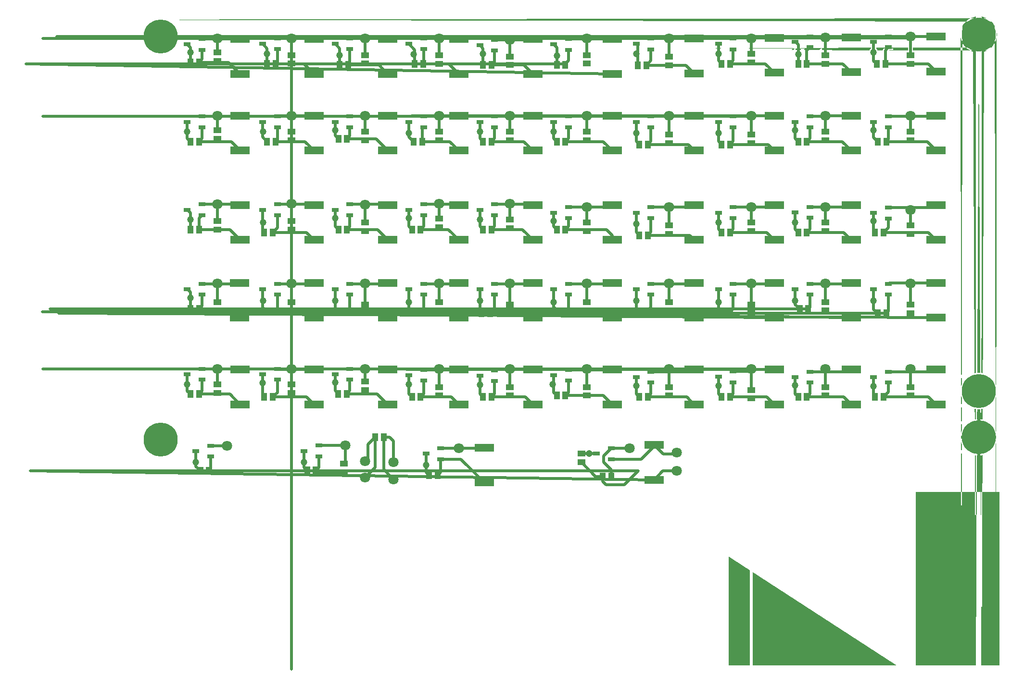
<source format=gbr>
%FSTAX25Y25*%
%MOMM*%
%SFA1B1*%

%IPPOS*%
%ADD10R,1.099998X1.399997*%
%ADD11R,1.399997X1.099998*%
%ADD12R,3.499993X1.399997*%
%ADD13R,1.199998X0.649999*%
%ADD14C,0.499999*%
%ADD15C,1.799996*%
%ADD16C,5.999988*%
%ADD17C,1.199998*%
%LNldo_test_copper_signal_top-1*%
%LPD*%
G36*
X18269412Y4330585D02*
X3130585D01*
Y1271941*
X17852796*
X17853296Y1270671*
X17849783Y12706436*
X17800807Y12694678*
X17754272Y12675402*
X17711326Y12649085*
X17673025Y12616373*
X17640312Y12578072*
X17613993Y12535123*
X17594719Y1248859*
X17582959Y12439611*
X17579009Y12389398*
X17582959Y12339185*
X17594719Y12290206*
X17613993Y12243673*
X17640312Y12200724*
X17673025Y12162424*
X17711326Y12129711*
X17754272Y12103394*
X17800807Y12084118*
X17849783Y1207236*
X17899999Y12068408*
X17950213Y1207236*
X17999189Y12084118*
X18045724Y12103394*
X1808867Y12129711*
X18126971Y12162424*
X18159684Y12200724*
X18186003Y12243673*
X18205279Y12290206*
X18217034Y12339185*
X18220987Y12389398*
X18217034Y12439611*
X18205279Y1248859*
X18186003Y12535123*
X18159684Y12578072*
X18126971Y12616373*
X1808867Y12649085*
X18045724Y12675402*
X17999189Y12694678*
X17950213Y12706436*
X17946702Y1270671*
X179472Y1271941*
X18269412*
Y4330585*
G37*
%LNldo_test_copper_signal_top-2*%
%LPC*%
G36*
X16699999Y12466447D02*
X16671282Y12462667D01*
X16644523Y12451582*
X16621546Y12433952*
X16603913Y12410973*
X16599941Y12401379*
X16392199*
Y12407999*
X162322*
Y12302998*
X16392199*
Y12309617*
X16599941*
X16603913Y12300023*
X16621546Y12277046*
X16644523Y12259414*
X16654117Y12255441*
Y12094999*
X16609999*
Y11957697*
Y11944997*
Y11932297*
Y11915879*
X16332197*
Y11959998*
X16303078*
Y12091494*
X16324585Y12112998*
X16392199*
Y12140498*
X16312197*
X16223124*
X16214811Y12128055*
X16211316Y12110499*
Y11968977*
X16202337Y11959998*
X161822*
X161695*
X16098078*
Y12011055*
X16107054Y12017943*
X16119878Y12034654*
X16127938Y12054113*
X16130689Y12074999*
X16127938Y12095883*
X16119878Y12115342*
X16107054Y12132056*
X16098078Y12138941*
Y12207999*
X161322*
Y12312997*
X15972198*
Y12207999*
X16006318*
Y12142317*
X15992942Y12132056*
X15980117Y12115342*
X15972058Y12095883*
X15969307Y12074999*
X15972058Y12054113*
X15980117Y12034654*
X15992942Y12017943*
X16006318Y12007679*
Y11924997*
X1600981Y11907438*
X16019754Y11892554*
X160322Y1188011*
Y11779999*
X161695*
X161822*
X161949*
X162322*
Y11869996*
X162822*
Y11779999*
X16332197*
Y11824116*
X16609999*
Y11794998*
X16675*
Y11869999*
X16725*
Y11794998*
X16789996*
Y11824116*
X16954997*
Y11762498*
X17124997*
Y11827499*
X17124885*
X17049943Y11902442*
X17035058Y11912386*
X17017499Y11915879*
X1679898*
X16789996Y1192486*
Y11944997*
Y11957697*
Y12094999*
X16745879*
Y12255441*
X1675547Y12259414*
X16778452Y12277046*
X16796082Y12300023*
X16800057Y12309617*
X16954997*
Y12262497*
X17344999*
Y12442499*
X16954997*
Y12401379*
X16800057*
X16796082Y12410973*
X16778452Y12433952*
X1675547Y12451582*
X16728714Y12462667*
X16699999Y12466447*
G37*
G36*
X15199997Y12450348D02*
X15171282Y12446566D01*
X15144523Y12435481*
X15121544Y12417851*
X15108905Y12401379*
X1501*
Y12407999*
X14849998*
Y12302998*
X1501*
Y12309617*
X15093271*
X15103914Y12283922*
X15121544Y12260945*
X15144523Y12243313*
X15154117Y1223934*
Y12094999*
X1511*
Y11957697*
X15109997Y11944997*
X1511Y11932297*
Y11915879*
X14949998*
Y11959998*
X14920879*
Y12091494*
X14942385Y12112998*
X1501*
Y12140498*
X14929998*
X14840922*
X14832609Y12128055*
X14829116Y12110499*
Y11968977*
X14820138Y11959998*
X14799998*
X14780204*
X14778047Y11962269*
X14779284Y11978566*
X14782055Y11980692*
X14794877Y11997402*
X14802939Y12016864*
X14805687Y12037748*
X14802939Y12058632*
X14794877Y12078093*
X14782055Y12094804*
X14770879Y12103379*
Y12205497*
X14767387Y12223056*
X1475744Y1223794*
X14749998Y12245385*
Y12312997*
X14589998*
Y12207999*
X14657613*
X14679117Y12186493*
Y12103379*
X14667941Y12094804*
X14655116Y12078093*
X14647059Y12058632*
X14644309Y12037748*
X14647059Y12016864*
X14655116Y11997402*
X14667941Y11980692*
X14670709Y11978566*
X14671949Y11962269*
X14669792Y11959998*
X14649998*
Y11779999*
X14787298*
X14799998*
X14812698*
X1485*
Y11869996*
X14899998*
Y11779999*
X14949998*
Y11824116*
X1511*
Y11794998*
X15175001*
Y11869999*
X15225001*
Y11794998*
X15289997*
Y11824116*
X154534*
X15460599Y11814398*
Y11749399*
X15630598*
Y11814398*
X15630484*
X1554244Y11902442*
X15527555Y11912386*
X15509999Y11915879*
X15298978*
X15289997Y1192486*
Y11944997*
Y11957697*
Y12094999*
X1524588*
Y1223934*
X15255471Y12243313*
X1527845Y12260945*
X15296083Y12283922*
X15306725Y12309617*
X15460599*
Y12249398*
X15850598*
Y12429398*
X15460599*
Y12401379*
X15291089*
X1527845Y12417851*
X15255471Y12435481*
X15228714Y12446566*
X15199997Y12450348*
G37*
G36*
X8399998Y12433447D02*
X8371283Y12429667D01*
X8344524Y12418583*
X8321545Y1240095*
X8303912Y12377973*
X8298903Y1236588*
X8209998*
Y12372497*
X8049999*
Y12267498*
X8209998*
Y12274115*
X8300976*
X8303912Y12267023*
X8321545Y12244044*
X8344524Y12226414*
X8354115Y12222441*
Y12097499*
X8309998*
Y11960199*
Y11947499*
Y11934799*
Y11918378*
X8199998*
Y11962498*
X8175879*
Y12077499*
X8209998*
Y12104997*
X8129998*
X8049999*
Y12077499*
X8084116*
Y11971479*
X8075137Y11962498*
X8049999*
X8037299*
X802088*
Y11992193*
X8024878Y11997402*
X8032937Y12016864*
X8035688Y12037748*
X8032937Y12058632*
X8024878Y12078093*
X802088Y12083303*
Y12119998*
X8017388Y12137557*
X8007441Y12152442*
X7949999Y12209884*
Y12277498*
X7789999*
Y12172497*
X7857611*
X7911246Y12118863*
X7908919Y12103229*
X7897942Y12094804*
X7885117Y12078093*
X7877058Y12058632*
X7874307Y12037748*
X7877058Y12016864*
X7885117Y11997402*
X7897942Y11980692*
X7905102Y11975198*
X7900791Y11962498*
X7899999*
Y11782498*
X8037299*
X8049999*
X8062699*
X8099999*
Y11872498*
X8149998*
Y11782498*
X8199998*
Y11826615*
X8309998*
Y11797499*
X8374997*
Y11872498*
X8424997*
Y11797499*
X8489998*
Y11826615*
X8550993*
X8583378Y1179423*
X8578519Y11782498*
X8554999*
Y11717497*
X8724999*
Y11782498*
X8724884*
X8602441Y11904941*
X8587557Y11914888*
X8569998Y11918378*
X8498979*
X8489998Y11927359*
Y11947499*
Y11960199*
Y12097499*
X8445881*
Y12222441*
X8455472Y12226414*
X8478451Y12244044*
X8496081Y12267023*
X849902Y12274115*
X8554999*
Y12217499*
X8944998*
Y12397498*
X8554999*
Y1236588*
X8501092*
X8496081Y12377973*
X8478451Y1240095*
X8455472Y12418583*
X8428713Y12429667*
X8399998Y12433447*
G37*
G36*
X7099998D02*
X7071283Y12429667D01*
X7044524Y12418583*
X7021545Y1240095*
X7003912Y12377973*
X6998903Y1236588*
X6909998*
Y12372497*
X6749999*
Y12267498*
X6909998*
Y12274115*
X7000976*
X7003912Y12267023*
X7021545Y12244044*
X7044524Y12226414*
X7054115Y12222441*
Y12099998*
X7009998*
Y11962698*
Y11949998*
Y11937298*
Y11895881*
X6875879*
Y12077499*
X6909998*
Y12104999*
X6829999*
X6749999*
Y12077499*
X6784116*
Y11939998*
X6724997*
X6712297*
X6695879*
Y11959366*
X6707055Y11967941*
X6719879Y11984654*
X6727939Y12004113*
X6730687Y12024997*
X6727939Y12045883*
X6719879Y12065342*
X6707055Y12082056*
X6695879Y12090628*
Y12144999*
X6692386Y12162556*
X6682442Y1217744*
X6649999Y12209884*
Y12277498*
X6489999*
Y12172497*
X6557611*
X6604116Y12125993*
Y12090628*
X659294Y12082056*
X6580118Y12065342*
X6572056Y12045883*
X6569308Y12024997*
X6572056Y12004113*
X6580118Y11984654*
X659294Y11967941*
X6604116Y11959366*
Y11939998*
X6574998*
Y11759999*
X6712297*
X6724997*
X6737697*
X6774997*
Y11849999*
X6824997*
Y11759999*
X6874997*
Y11804116*
X7009998*
Y11799999*
X7074999*
Y11874997*
X7124997*
Y11799999*
X7189998*
Y11804116*
X7323493*
X7333378Y1179423*
X7328519Y11782498*
X7304999*
Y11717497*
X7474999*
Y11782498*
X7474884*
X737494Y11882442*
X7360056Y11892386*
X7342499Y11895881*
X7189998*
Y11949998*
Y11962698*
Y12099998*
X7145878*
Y12222441*
X7155472Y12226414*
X7178451Y12244044*
X7196081Y12267023*
X719902Y12274115*
X7304999*
Y12217499*
X7694998*
Y12397498*
X7304999*
Y1236588*
X7201093*
X7196081Y12377973*
X7178451Y1240095*
X7155472Y12418583*
X7128713Y12429667*
X7099998Y12433447*
G37*
G36*
X5799998Y12430947D02*
X5771283Y12427165D01*
X5744524Y12416083*
X5721545Y12398451*
X5703912Y12375471*
X569994Y1236588*
X5634997*
Y12372497*
X5474997*
Y12267498*
X5634997*
Y12274115*
X569994*
X5703912Y12264524*
X5721545Y12241545*
X5744524Y12223912*
X5754118Y1221994*
Y12099998*
X5709998*
Y11962698*
Y11949998*
Y11937298*
Y11918378*
X560088*
Y12077499*
X5634997*
Y12104999*
X5554997*
X5474997*
Y12077499*
X5509117*
Y11962498*
X5449999*
X5437299*
X542088*
Y11984367*
X5432054Y11992942*
X5444878Y12009653*
X5452938Y12029114*
X5455688Y12049998*
X5452938Y12070882*
X5444878Y12090344*
X5432054Y12107054*
X542088Y12115629*
Y12144999*
X5417388Y12162556*
X5407441Y1217744*
X5374998Y12209884*
Y12277498*
X5214998*
Y12172497*
X5282613*
X532771Y121274*
X5327139Y12114113*
X5317942Y12107054*
X5305117Y12090344*
X5297058Y12070882*
X5294307Y12049998*
X5297058Y12029114*
X5305117Y12009653*
X5317942Y11992942*
X5329115Y11984367*
Y11962498*
X5299999*
Y11782498*
X5437299*
X5449999*
X5462699*
X5499999*
Y11872498*
X5549999*
Y11782498*
X5599998*
Y11826615*
X5709998*
Y11799999*
X5774999*
Y11874997*
X5824999*
Y11799999*
X5889998*
Y11826615*
X6000993*
X6033378Y1179423*
X6028519Y11782498*
X6004999*
Y11717497*
X6174999*
Y11782498*
X6174884*
X6052441Y11904941*
X6037557Y11914888*
X6019998Y11918378*
X5898979*
X5889998Y11927359*
Y11949998*
Y11962698*
Y12099998*
X5845881*
Y1221994*
X5855474Y12223912*
X5878451Y12241545*
X5896084Y12264524*
X5900056Y12274115*
X6004999*
Y12217499*
X6394998*
Y12397498*
X6004999*
Y1236588*
X5900056*
X5896084Y12375471*
X5878451Y12398451*
X5855474Y12416083*
X5828715Y12427165*
X5799998Y12430947*
G37*
G36*
X13899997Y12427846D02*
X13871282Y12424067D01*
X13844526Y12412982*
X13821544Y12395349*
X13803914Y12372373*
X1380019Y12363378*
X1366*
Y12369998*
X13499998*
Y12264999*
X1366*
Y12271616*
X13799693*
X13803914Y12261423*
X13821544Y12238446*
X13844526Y12220813*
X13854117Y12216838*
Y12122497*
X1381*
Y11985198*
Y11972498*
Y11959798*
Y11918378*
X13633363*
X1362588Y11927499*
Y12074999*
X1366*
Y121025*
X13579998*
X13499998*
Y12074999*
X13534118*
Y11962498*
X13462698*
X13449998*
X13437298*
X13365878*
Y11984367*
X13377054Y11992942*
X13389879Y12009653*
X13397941Y12029114*
X13400689Y12049998*
X13397941Y12070882*
X13389879Y12090344*
X13377054Y12107054*
X13365878Y12115629*
Y12169998*
X13399998*
Y12274999*
X13239998*
Y12169998*
X13274116*
Y12115629*
X13262942Y12107054*
X1325012Y12090344*
X13242058Y12070882*
X13239308Y12049998*
X13242058Y12029114*
X1325012Y12009653*
X13262942Y11992942*
X13274116Y11984367*
Y11927497*
X13277608Y1190994*
X13287555Y11895053*
X13299998Y11882612*
Y11782498*
X13437298*
X13449998*
X13462698*
X13499998*
Y11872498*
X13549998*
Y11782498*
X13599998*
Y11826615*
X1381*
Y11822498*
X13874998*
Y11897499*
X13924998*
Y11822498*
X13989997*
Y11826615*
X14123494*
X14133377Y11816732*
X14128518Y11804997*
X14104998*
Y11739999*
X14274998*
Y11804997*
X14274883*
X14174942Y11904941*
X14160058Y11914888*
X14142499Y11918378*
X13989997*
Y11972498*
Y11985198*
Y12122497*
X1394588*
Y12216838*
X13955471Y12220813*
X1397845Y12238446*
X13996083Y12261423*
X14000304Y12271616*
X14104998*
Y12239998*
X14494997*
Y12419998*
X14104998*
Y12363378*
X13999806*
X13996083Y12372373*
X1397845Y12395349*
X13955471Y12412982*
X13928714Y12424067*
X13899997Y12427846*
G37*
G36*
X12449997Y12428448D02*
X12421283Y12424666D01*
X12394524Y12413581*
X12371544Y12395951*
X12353914Y12372972*
X12349939Y12363378*
X12209998*
Y12369998*
X12049998*
Y12264999*
X12209998*
Y12271616*
X12349939*
X12353914Y12262022*
X12371544Y12239045*
X12394524Y12221413*
X12404117Y1221744*
Y12072498*
X12359998*
Y11935198*
Y11922498*
Y11909798*
Y11893379*
X12176597*
X12169808Y11906079*
X12172388Y1190994*
X12175878Y11927499*
Y12074999*
X12209998*
Y12102498*
X12129998*
X12049998*
Y12074999*
X12084116*
Y11946503*
X12075111Y11937499*
X12074999*
Y11847499*
Y11757499*
X12124999*
Y11801617*
X12359998*
Y11772498*
X12424999*
Y11847499*
X12474999*
Y11772498*
X12539997*
Y11801617*
X126913*
X12698498Y11791896*
Y11726898*
X12868498*
Y11791896*
X12868386*
X12780342Y1187994*
X12765455Y11889887*
X12747899Y11893379*
X12548979*
X12539997Y11902361*
Y11922498*
Y11935198*
Y12072498*
X1249588*
Y1221744*
X12505471Y12221413*
X1252845Y12239045*
X12546083Y12262022*
X12550056Y12271616*
X12698498*
Y12226899*
X13088498*
Y12406896*
X12698498*
Y12363378*
X12550056*
X12546083Y12372972*
X1252845Y12395951*
X12505471Y12413581*
X12478715Y12424666*
X12449997Y12428448*
G37*
G36*
X10999998Y12433447D02*
X10971283Y12429667D01*
X10944524Y12418583*
X10921545Y1240095*
X10903912Y12377973*
X10894763Y1235588*
X10759998*
Y12362497*
X10599999*
Y12257498*
X10759998*
Y12264115*
X10906145*
X10921545Y12244044*
X10944524Y12226414*
X10954115Y12222441*
Y12099998*
X10909998*
Y11962698*
Y11949998*
Y11937298*
Y11918378*
X10733364*
X10725878Y11927499*
Y12067499*
X10759998*
Y12094999*
X10679998*
X10599999*
Y12067499*
X10634116*
Y11950004*
X10624111Y11939998*
X10562699*
X10549999*
X10526585*
X10523593Y11952698*
X10532054Y11959191*
X10544878Y11975904*
X10552938Y11995365*
X10555688Y12016249*
X10552938Y12037133*
X10544878Y12056592*
X10532054Y12073305*
X1052088Y1208188*
Y12159998*
X10517388Y12177557*
X10507441Y12192441*
X10499999Y12199884*
Y12267498*
X10339999*
Y12162497*
X10407611*
X10429115Y12140994*
Y1208188*
X10417942Y12073305*
X10405117Y12056592*
X10397058Y12037133*
X10394307Y12016249*
X10397058Y11995365*
X10405117Y11975904*
X10417942Y11959191*
X10426402Y11952698*
X1042341Y11939998*
X10399999*
Y11759999*
X10537296*
X10549996*
X10562699*
X10599999*
Y11849999*
X10649999*
Y11759999*
X10699998*
Y11826615*
X10909998*
Y11799999*
X10974997*
Y11874997*
X11024997*
Y11799999*
X11089998*
Y11826615*
X11250993*
X11283378Y1179423*
X11278519Y11782498*
X11254999*
Y11717497*
X11424998*
Y11782498*
X11424884*
X11302443Y11904941*
X11287556Y11914888*
X1127Y11918378*
X11098979*
X11089998Y11927359*
Y11949998*
Y11962698*
Y12099998*
X1104588*
Y12222441*
X11055471Y12226414*
X11078451Y12244044*
X11093853Y12264115*
X11254999*
Y12217499*
X11644998*
Y12397498*
X11254999*
Y1235588*
X11105235*
X11096083Y12377973*
X11078451Y1240095*
X11055471Y12418583*
X11028715Y12429667*
X10999998Y12433447*
G37*
G36*
X4499998D02*
X4471283Y12429667D01*
X4444525Y12418583*
X4421545Y1240095*
X4403912Y12377973*
X4394763Y1235588*
X4309999*
Y12362497*
X4149999*
Y12257498*
X4309999*
Y12264115*
X4406145*
X4421545Y12244044*
X4444525Y12226414*
X4454116Y12222441*
Y12149998*
X4409998*
Y12012698*
Y11999998*
Y11987298*
Y11944179*
X4283364*
X4275879Y11953298*
Y12067499*
X4309999*
Y12094999*
X4229996*
X4149999*
Y12067499*
X4184116*
Y11988299*
X4112699*
X4099999*
X4087296*
X407088*
Y12009368*
X4082054Y12017943*
X4094878Y12034654*
X4102938Y12054113*
X4105689Y12074999*
X4102938Y12095883*
X4094878Y12115342*
X4082054Y12132056*
X407088Y12140631*
Y12159998*
X4067388Y12177557*
X4057441Y12192441*
X4049999Y12199884*
Y12267498*
X3889999*
Y12162497*
X3957612*
X3970263Y12149846*
X3969158Y1213299*
X3967942Y12132056*
X3955117Y12115342*
X3947058Y12095883*
X3944307Y12074999*
X3947058Y12054113*
X3955117Y12034654*
X3967942Y12017943*
X3979115Y12009368*
Y11988299*
X3949999*
Y11808299*
X4087296*
X4099996*
X4112699*
X4149999*
Y11898299*
X4199996*
Y11808299*
X4249996*
Y11852417*
X4409998*
Y11849999*
X4474999*
Y11924997*
X4524999*
Y11849999*
X4589998*
Y11852417*
X4675192*
X4733378Y1179423*
X4728519Y11782498*
X4704999*
Y11717497*
X4874999*
Y11782498*
X4874884*
X4726642Y1193074*
X4711755Y11940687*
X4694199Y11944179*
X4589998*
Y11999998*
Y12012698*
Y12149998*
X4545878*
Y12222441*
X4555472Y12226414*
X4578451Y12244044*
X4593851Y12264115*
X4704999*
Y12217499*
X5094998*
Y12397498*
X4704999*
Y1235588*
X4605235*
X4596084Y12377973*
X4578451Y1240095*
X4555472Y12418583*
X4528715Y12429667*
X4499998Y12433447*
G37*
G36*
X9649998Y12405946D02*
X9621283Y12402167D01*
X9594524Y12391082*
X9571545Y12373452*
X9553912Y12350473*
X954994Y12340879*
X9459998*
Y12347498*
X9299999*
Y12242497*
X9459998*
Y12249116*
X954994*
X9553912Y12239523*
X9571545Y12216546*
X9594524Y12198913*
X9604115Y12194941*
Y12074999*
X9559998*
Y119377*
Y11925*
Y11912297*
Y11895879*
X9433364*
X9425881Y11904997*
Y12052498*
X9459998*
Y12079998*
X9379999*
X9299999*
Y12052498*
X9334116*
Y11939998*
X9262699*
X9249999*
X9237299*
X922088*
Y11984367*
X9232054Y11992942*
X9244878Y12009653*
X925294Y12029114*
X9255688Y12049998*
X925294Y12070882*
X9244878Y12090344*
X9232054Y12107054*
X922088Y12115629*
Y12144999*
X9217388Y12162556*
X9207441Y1217744*
X9199999Y12184885*
Y12252497*
X9039999*
Y12147499*
X9107611*
X912771Y121274*
X9127139Y12114113*
X9117942Y12107054*
X9105117Y12090344*
X9097058Y12070882*
X9094309Y12049998*
X9097058Y12029114*
X9105117Y12009653*
X9117942Y11992942*
X9129115Y11984367*
Y11939998*
X9099999*
Y11759999*
X9237299*
X9249999*
X9262699*
X9299996*
Y11849999*
X9349996*
Y11759999*
X9399998*
Y11804116*
X9559998*
Y11775*
X9624997*
Y11849999*
X9674997*
Y11775*
X9739998*
Y11804116*
X9873493*
X9883378Y1179423*
X9878519Y11782498*
X9854999*
Y11717497*
X10024999*
Y11782498*
X10024884*
X992494Y11882442*
X9910056Y11892386*
X9892499Y11895879*
X9748979*
X9739998Y1190486*
Y11924997*
Y119377*
Y12074999*
X9695881*
Y12194941*
X9705472Y12198913*
X9728451Y12216546*
X9746084Y12239523*
X9750056Y12249116*
X9854999*
Y12217499*
X10244998*
Y12397498*
X9854999*
Y12340879*
X9750056*
X9746084Y12350473*
X9728451Y12373452*
X9705472Y12391082*
X9678715Y12402167*
X9649998Y12405946*
G37*
G36*
X16392199Y12217999D02*
X16337198D01*
Y12190498*
X16392199*
Y12217999*
G37*
G36*
X1501D02*
X14954999D01*
Y12190498*
X1501*
Y12217999*
G37*
G36*
X16287198D02*
X162322D01*
Y12190498*
X16287198*
Y12217999*
G37*
G36*
X14904999D02*
X14849998D01*
Y12190498*
X14904999*
Y12217999*
G37*
G36*
X6909998Y12182497D02*
X6854997D01*
Y12154999*
X6909998*
Y12182497*
G37*
G36*
X6804997D02*
X6749999D01*
Y12154999*
X6804997*
Y12182497*
G37*
G36*
X5634997D02*
X5579999D01*
Y12154999*
X5634997*
Y12182497*
G37*
G36*
X5529999D02*
X5474997D01*
Y12154999*
X5529999*
Y12182497*
G37*
G36*
X8209998D02*
X8154997D01*
Y12154997*
X8209998*
Y12182497*
G37*
G36*
X8104997D02*
X8049999D01*
Y12154997*
X8104997*
Y12182497*
G37*
G36*
X1366Y12179998D02*
X13604999D01*
Y12152497*
X1366*
Y12179998*
G37*
G36*
X13554999D02*
X13499998D01*
Y12152497*
X13554999*
Y12179998*
G37*
G36*
X12209998D02*
X12154997D01*
Y12152497*
X12209998*
Y12179998*
G37*
G36*
X12104997D02*
X12049998D01*
Y12152497*
X12104997*
Y12179998*
G37*
G36*
X10759998Y12172497D02*
X10704997D01*
Y12144999*
X10759998*
Y12172497*
G37*
G36*
X10654997D02*
X10599999D01*
Y12144999*
X10654997*
Y12172497*
G37*
G36*
X4309999D02*
X4254997D01*
Y12144999*
X4309999*
Y12172497*
G37*
G36*
X4204997D02*
X4149999D01*
Y12144999*
X4204997*
Y12172497*
G37*
G36*
X9459998Y12157499D02*
X9404997D01*
Y12129998*
X9459998*
Y12157499*
G37*
G36*
X9355D02*
X9299999D01*
Y12129998*
X9355*
Y12157499*
G37*
G36*
X3499998Y12670988D02*
X3449784Y12667035D01*
X3400808Y12655278*
X3354273Y12636002*
X3311326Y12609685*
X3273023Y12576972*
X3240313Y12538671*
X3213994Y12495725*
X319472Y1244919*
X3182962Y12400213*
X317901Y12349998*
X3182962Y12299784*
X319472Y12250808*
X3213994Y12204273*
X3240313Y12161326*
X3273023Y12123023*
X3311326Y12090313*
X3354273Y12063994*
X3400808Y1204472*
X3449784Y1203296*
X3499998Y12029008*
X3550213Y1203296*
X359919Y1204472*
X3645725Y12063994*
X3688671Y12090313*
X3726972Y12123023*
X3759685Y12161326*
X3786002Y12204273*
X3805278Y12250808*
X3817035Y12299784*
X3820988Y12349998*
X3817035Y12400213*
X3805278Y1244919*
X3786002Y12495725*
X3759685Y12538671*
X3726972Y12576972*
X3688671Y12609685*
X3645725Y12636002*
X359919Y12655278*
X3550213Y12667035*
X3499998Y12670988*
G37*
G36*
X17344999Y11827499D02*
X17174999D01*
Y11762498*
X17344999*
Y11827499*
G37*
G36*
X11949998Y12274999D02*
X11789999D01*
Y12169998*
X11854116*
Y12128596*
X11849115Y12127938*
X11829653Y12119879*
X1181294Y12107054*
X11800118Y12090344*
X11792056Y12070882*
X11789308Y12049998*
X11792056Y12029114*
X11800118Y12009653*
X1181294Y11992942*
X11829653Y11980118*
X11849115Y11972058*
X11854116Y11971401*
Y11937499*
X11824997*
Y11757499*
X11962297*
X11974997*
X11987697*
X12024997*
Y11847499*
Y11937499*
X11987697*
X11974997*
X11962297*
X11945879*
Y12024144*
X11947939Y12029114*
X11950689Y12049998*
X11947939Y12070882*
X11945879Y12075853*
Y12169998*
X11949998*
Y12274999*
G37*
G36*
X15850598Y11814398D02*
X15680598D01*
Y11749399*
X15850598*
Y11814398*
G37*
G36*
X14494997Y11804997D02*
X14324998D01*
Y11739999*
X14494997*
Y11804997*
G37*
G36*
X13088498Y11791896D02*
X12918498D01*
Y11726898*
X13088498*
Y11791896*
G37*
G36*
X11644998Y11782498D02*
X11474998D01*
Y11717497*
X11644998*
Y11782498*
G37*
G36*
X10244998D02*
X10074998D01*
Y11717497*
X10244998*
Y11782498*
G37*
G36*
X8944998D02*
X8774998D01*
Y11717497*
X8944998*
Y11782498*
G37*
G36*
X7694998D02*
X7524998D01*
Y11717497*
X7694998*
Y11782498*
G37*
G36*
X6394998D02*
X6224998D01*
Y11717497*
X6394998*
Y11782498*
G37*
G36*
X5094998D02*
X4924999D01*
Y11717497*
X5094998*
Y11782498*
G37*
G36*
X17344999Y11712498D02*
X17174999D01*
Y11647497*
X17344999*
Y11712498*
G37*
G36*
X17124997D02*
X16954997D01*
Y11647497*
X17124997*
Y11712498*
G37*
G36*
X15850598Y11699397D02*
X15680598D01*
Y11634398*
X15850598*
Y11699397*
G37*
G36*
X15630598D02*
X15460599D01*
Y11634398*
X15630598*
Y11699397*
G37*
G36*
X14494997Y11689999D02*
X14324998D01*
Y11624998*
X14494997*
Y11689999*
G37*
G36*
X14274998D02*
X14104998D01*
Y11624998*
X14274998*
Y11689999*
G37*
G36*
X13088498Y11676898D02*
X12918498D01*
Y11611899*
X13088498*
Y11676898*
G37*
G36*
X12868498D02*
X12698498D01*
Y11611899*
X12868498*
Y11676898*
G37*
G36*
X11644998Y11667497D02*
X11474998D01*
Y11602499*
X11644998*
Y11667497*
G37*
G36*
X11424998D02*
X11254999D01*
Y11602499*
X11424998*
Y11667497*
G37*
G36*
X10244998D02*
X10074998D01*
Y11602499*
X10244998*
Y11667497*
G37*
G36*
X10024999D02*
X9854999D01*
Y11602499*
X10024999*
Y11667497*
G37*
G36*
X8944998D02*
X8774998D01*
Y11602499*
X8944998*
Y11667497*
G37*
G36*
X8724999D02*
X8554999D01*
Y11602499*
X8724999*
Y11667497*
G37*
G36*
X7694998D02*
X7524998D01*
Y11602499*
X7694998*
Y11667497*
G37*
G36*
X7474999D02*
X7304999D01*
Y11602499*
X7474999*
Y11667497*
G37*
G36*
X6394998D02*
X6224998D01*
Y11602499*
X6394998*
Y11667497*
G37*
G36*
X6174999D02*
X6004999D01*
Y11602499*
X6174999*
Y11667497*
G37*
G36*
X5094998D02*
X4924999D01*
Y11602499*
X5094998*
Y11667497*
G37*
G36*
X4874999D02*
X4704999D01*
Y11602499*
X4874999*
Y11667497*
G37*
G36*
X8399998Y11068448D02*
X8371283Y11064666D01*
X8344524Y11053582*
X8321545Y11035952*
X8303912Y11012972*
X8294763Y10990879*
X8209998*
Y10997498*
X8049999*
Y10892497*
X8209998*
Y10899117*
X8306145*
X8321545Y10879046*
X8344524Y10861413*
X8354115Y1085744*
Y10749998*
X8309998*
Y10612699*
Y10599999*
Y10587299*
Y10545879*
X8179998*
Y10589999*
X815088*
Y10702498*
X8209998*
Y10729998*
X8129998*
X8049999*
Y10702498*
X8059117*
Y10598978*
X8050136Y10589999*
X8029999*
X8017296*
X7940804*
X793454Y10602699*
X7939877Y10609653*
X7947939Y10629115*
X7950687Y10649999*
X7947939Y10670882*
X7939877Y10690344*
X7927055Y10707055*
X7915879Y1071563*
Y10797499*
X7949999*
Y10902497*
X7789999*
Y10797499*
X7824116*
Y1071563*
X781294Y10707055*
X7800119Y10690344*
X7792057Y10670882*
X7789308Y10649999*
X7792057Y10629115*
X7800119Y10609653*
X781294Y10592943*
X7824264Y10584253*
X7827609Y10567438*
X7837556Y10552554*
X7879999Y10510111*
Y10409999*
X8017296*
X8029996*
X8042699*
X8079996*
Y10499999*
X8129998*
Y10409999*
X8179998*
Y10454116*
X8309998*
Y10449999*
X8374997*
Y10524998*
X8424997*
Y10449999*
X8489998*
Y10454116*
X8573493*
X8583378Y10444231*
X8578519Y10432498*
X8554999*
Y10367497*
X8724999*
Y10432498*
X8724884*
X862494Y10532442*
X8610056Y10542386*
X8592499Y10545879*
X8489998*
Y10599999*
Y10612699*
Y10749998*
X8445881*
Y1085744*
X8455472Y10861413*
X8478451Y10879046*
X8493853Y10899117*
X8554999*
Y10867499*
X8944998*
Y11047498*
X8554999*
Y10990879*
X8505233*
X8496081Y11012972*
X8478451Y11035952*
X8455472Y11053582*
X8428713Y11064666*
X8399998Y11068448*
G37*
G36*
X7099998D02*
X7071283Y11064666D01*
X7044524Y11053582*
X7021545Y11035952*
X7003912Y11012972*
X6994763Y10990879*
X6909998*
Y10997498*
X6749999*
Y10892497*
X6909998*
Y10899117*
X7006145*
X7021545Y10879046*
X7044524Y10861413*
X7054115Y1085744*
Y10749998*
X7009998*
Y10612699*
Y10599999*
X6999005Y10595879*
X6879259*
X6875879Y10599999*
Y10702498*
X6909998*
Y10729998*
X6829999*
X6749999*
Y10702498*
X6784116*
Y10639999*
X6717698*
X6704998*
X6692298*
X6640804*
X663454Y10652699*
X6639877Y10659653*
X6647939Y10679115*
X6650687Y10699998*
X6647939Y10720882*
X6639877Y10740344*
X6627055Y10757054*
X6615879Y10765629*
Y10797499*
X6649999*
Y10902497*
X6489999*
Y10797499*
X6524117*
Y10765629*
X6512941Y10757054*
X6500119Y10740344*
X6492057Y10720882*
X6489308Y10699998*
X6492057Y10679115*
X6500119Y10659653*
X6512941Y10642942*
X6524117Y10634367*
Y10609999*
X6527609Y1059244*
X6537556Y10577555*
X6554998Y1056011*
Y10459999*
X6692298*
X6704998*
X6717698*
X6754997*
Y10549999*
X6804997*
Y10459999*
X6854997*
Y10504116*
X7009998*
Y10449999*
X7074999*
Y10524998*
X7124999*
Y10449999*
X7189998*
Y10504116*
X7273493*
X7333378Y10444231*
X7328519Y10432498*
X7304999*
Y10367497*
X7474999*
Y10432498*
X7474884*
X732494Y10582442*
X7310056Y10592386*
X7292497Y10595879*
X7200993*
X7189998Y10599999*
Y10612699*
Y10749998*
X7145878*
Y1085744*
X7155472Y10861413*
X7178451Y10879046*
X7193851Y10899117*
X7304999*
Y10867499*
X7694998*
Y11047498*
X7304999*
Y10990879*
X7205235*
X7196081Y11012972*
X7178451Y11035952*
X7155472Y11053582*
X7128713Y11064666*
X7099998Y11068448*
G37*
G36*
X16699999D02*
X16671282Y11064666D01*
X16644526Y11053582*
X16621546Y11035952*
X16603913Y11012972*
X16594764Y10990879*
X16392199*
Y10997498*
X162322*
Y10892497*
X16392199*
Y10899117*
X16606144*
X16621546Y10879046*
X16644526Y10861413*
X16654117Y1085744*
Y10749998*
X16609999*
Y10612699*
Y10599999*
Y10587299*
Y10545879*
X1635808*
Y10702498*
X16392199*
Y10729998*
X16312197*
X162322*
Y10702498*
X16266317*
Y10589999*
X16199998*
X16187298*
X16099886*
X16098078Y10591802*
Y10636056*
X16107054Y10642942*
X16119878Y10659653*
X16127938Y10679115*
X16130689Y10699998*
X16127938Y10720882*
X16119878Y10740344*
X16107054Y10757054*
X16098078Y10763943*
Y10797499*
X161322*
Y10902497*
X15972198*
Y10797499*
X16006318*
Y10767319*
X15992942Y10757054*
X15980117Y10740344*
X15972058Y10720882*
X15969307Y10699998*
X15972058Y10679115*
X15980117Y10659653*
X15992942Y10642942*
X16006318Y10632678*
Y10572798*
X1600981Y10555241*
X16019754Y10540354*
X16049998Y10510111*
Y10409999*
X16187298*
X16199998*
X16212698*
X16249997*
Y10499999*
X16299997*
Y10409999*
X16349997*
Y10454116*
X16609999*
Y10449999*
X16675*
Y10524998*
X16725*
Y10449999*
X16789996*
Y10454116*
X16973494*
X16983379Y10444231*
X16978518Y10432498*
X16954997*
Y10367497*
X17124997*
Y10432498*
X17124885*
X17024941Y10532442*
X17010057Y10542386*
X16992498Y10545879*
X16789996*
Y10599999*
Y10612699*
Y10749998*
X16745879*
Y1085744*
X1675547Y10861413*
X16778452Y10879046*
X16793852Y10899117*
X16954997*
Y10867499*
X17344999*
Y11047498*
X16954997*
Y10990879*
X16805234*
X16796082Y11012972*
X16778452Y11035952*
X1675547Y11053582*
X16728714Y11064666*
X16699999Y11068448*
G37*
G36*
X15199997D02*
X15171282Y11064666D01*
X15144523Y11053582*
X15121544Y11035952*
X15103914Y11012972*
X15094762Y10990879*
X1501*
Y10997498*
X14849998*
Y10892497*
X1501*
Y10899117*
X15106144*
X15121544Y10879046*
X15144523Y10861413*
X15154117Y1085744*
Y10749998*
X1511*
Y10612699*
Y10599999*
Y10587299*
Y10545879*
X14983363*
X14975878Y10554997*
Y10702498*
X1501*
Y10729998*
X14929998*
X14849998*
Y10702498*
X14884118*
Y10589999*
X14812698*
X14799998*
X14787298*
X14715878*
Y10634367*
X14727054Y10642942*
X14739879Y10659653*
X14747941Y10679115*
X14750689Y10699998*
X14747941Y10720882*
X14739879Y10740344*
X14727054Y10757054*
X14715878Y10765629*
Y10797499*
X14749998*
Y10902497*
X14589998*
Y10797499*
X14624116*
Y10765629*
X14612942Y10757054*
X1460012Y10740344*
X14592058Y10720882*
X14589307Y10699998*
X14592058Y10679115*
X1460012Y10659653*
X14612942Y10642942*
X14624116Y10634367*
Y10554997*
X14627608Y10537441*
X14637555Y10522554*
X14649998Y10510111*
Y10409999*
X14787298*
X14799998*
X14812698*
X14849998*
Y10499999*
X14899995*
Y10409999*
X14949998*
Y10454116*
X1511*
Y10449999*
X15174998*
Y10524998*
X15224998*
Y10449999*
X15289997*
Y10454116*
X15479092*
X15488978Y10444231*
X15484119Y10432498*
X15460599*
Y10367497*
X15630598*
Y10432498*
X15630484*
X15530542Y10532442*
X15515658Y10542386*
X15498099Y10545879*
X15289997*
Y10599999*
Y10612699*
Y10749998*
X1524588*
Y1085744*
X15255471Y10861413*
X1527845Y10879046*
X15296083Y10902022*
X15300055Y10911616*
X15460599*
Y10867499*
X15850598*
Y11047498*
X15460599*
Y11003379*
X15300055*
X15296083Y11012972*
X1527845Y11035952*
X15255471Y11053582*
X15228714Y11064666*
X15199997Y11068448*
G37*
G36*
X13899997D02*
X13871282Y11064666D01*
X13844526Y11053582*
X13821544Y11035952*
X13803914Y11012972*
X13794762Y10990879*
X1366*
Y10997498*
X13499998*
Y10892497*
X1366*
Y10899117*
X13806144*
X13821544Y10879046*
X13844526Y10861413*
X13854117Y1085744*
Y10699998*
X1381*
Y10562699*
Y10549999*
Y10537299*
Y10495879*
X13633363*
X1362588Y10504998*
Y10702498*
X1366*
Y10729998*
X13579998*
X13499998*
Y10702498*
X13534118*
Y10539996*
X13462698*
X13449998Y10539999*
X13437298Y10539996*
X13365878*
Y10584367*
X13377054Y10592943*
X13389879Y10609653*
X13397941Y10629115*
X13400689Y10649999*
X13397941Y10670882*
X13389879Y10690344*
X13377054Y10707055*
X13365878Y1071563*
Y10797499*
X13399998*
Y10902497*
X13239998*
Y10797499*
X13274116*
Y1071563*
X13262942Y10707055*
X1325012Y10690344*
X13242058Y10670882*
X13239308Y10649999*
X13242058Y10629115*
X1325012Y10609653*
X13262942Y10592943*
X13274116Y10584367*
Y10504998*
X13277608Y10487439*
X13287555Y10472554*
X13299998Y10460111*
Y10359999*
X13437298*
X13449998*
X13462698*
X13499998*
Y10449999*
X13549998*
Y10359999*
X13599998*
Y10404116*
X1381*
Y10399999*
X13874998*
Y10475*
X13924998*
Y10399999*
X13989997*
Y10404116*
X14104998*
Y10367497*
X14274998*
Y10432498*
X14274883*
X14224942Y10482442*
X14210057Y10492386*
X14192498Y10495879*
X13989997*
Y10549999*
Y10562699*
Y10699998*
X1394588*
Y1085744*
X13955471Y10861413*
X1397845Y10879046*
X13993853Y10899117*
X14104998*
Y10867499*
X14494997*
Y11047498*
X14104998*
Y10990879*
X14005234*
X13996083Y11012972*
X1397845Y11035952*
X13955471Y11053582*
X13928714Y11064666*
X13899997Y11068448*
G37*
G36*
X12449997D02*
X12421283Y11064666D01*
X12394524Y11053582*
X12371544Y11035952*
X12353914Y11012972*
X12344763Y10990879*
X12209998*
Y10997498*
X12049998*
Y10892497*
X12209998*
Y10899117*
X12356144*
X12371544Y10879046*
X12394524Y10861413*
X12404117Y1085744*
Y10699998*
X12359998*
Y10562699*
Y10549999*
Y10537299*
Y10495879*
X12183364*
X12175878Y10504998*
Y10702498*
X12209998*
Y10729998*
X12129998*
X12049998*
Y10702498*
X12084116*
Y10539996*
X12012698*
X11999998Y10539999*
X11987298Y10539996*
X11915879*
Y10584367*
X11927055Y10592943*
X11939879Y10609653*
X11947939Y10629115*
X11950689Y10649999*
X11947939Y10670882*
X11939879Y10690344*
X11927055Y10707055*
X11915879Y1071563*
Y10797499*
X11949998*
Y10902497*
X11789999*
Y10797499*
X11824116*
Y1071563*
X1181294Y10707055*
X11800118Y10690344*
X11792056Y10670882*
X11789308Y10649999*
X11792056Y10629115*
X11800118Y10609653*
X1181294Y10592943*
X11824116Y10584367*
Y10504998*
X11827609Y10487439*
X11837555Y10472554*
X11849999Y10460111*
Y10359999*
X11987298*
X11999998*
X12012698*
X12049998*
Y10449999*
X12099998*
Y10359999*
X12149998*
Y10404116*
X12359998*
Y10399999*
X12424999*
Y10475*
X12474999*
Y10399999*
X12539997*
Y10404116*
X12698498*
Y10367497*
X12868498*
Y10432498*
X12868384*
X12818442Y10482442*
X12803555Y10492386*
X12785999Y10495879*
X12539997*
Y10549999*
Y10562699*
Y10699998*
X1249588*
Y1085744*
X12505471Y10861413*
X1252845Y10879046*
X12543853Y10899117*
X12698498*
Y10867499*
X13088498*
Y11047498*
X12698498*
Y10990879*
X12555235*
X12546083Y11012972*
X1252845Y11035952*
X12505471Y11053582*
X12478715Y11064666*
X12449997Y11068448*
G37*
G36*
X10999998D02*
X10971283Y11064666D01*
X10944524Y11053582*
X10921545Y11035952*
X10903912Y11012972*
X10894763Y10990879*
X10759998*
Y10997498*
X10599999*
Y10892497*
X10759998*
Y10899117*
X10906145*
X10921545Y10879046*
X10944524Y10861413*
X10954115Y1085744*
Y10749998*
X10909998*
Y10612699*
Y10599999*
Y10587299*
Y10545879*
X10733364*
X10725878Y10554997*
Y10702498*
X10759998*
Y10729998*
X10679998*
X10599999*
Y10702498*
X10634116*
Y10589999*
X10562699*
X10549999*
X10537299*
X10465879*
Y10609366*
X10477055Y10617941*
X10489877Y10634654*
X10497939Y10654113*
X10500687Y10674997*
X10497939Y10695881*
X10489877Y10715343*
X10477055Y10732056*
X10465879Y10740628*
Y10797499*
X10499999*
Y10902497*
X10339999*
Y10797499*
X10374116*
Y10740628*
X1036294Y10732056*
X10350119Y10715343*
X10342057Y10695881*
X10339308Y10674997*
X10342057Y10654113*
X10350119Y10634654*
X1036294Y10617941*
X10374116Y10609366*
Y10554997*
X10377609Y10537441*
X10387556Y10522554*
X10399999Y10510111*
Y10409999*
X10537299*
X10549999*
X10562699*
X10599996*
Y10499999*
X10649996*
Y10409999*
X10699998*
Y10454116*
X10909998*
Y10449999*
X10974999*
Y10524998*
X11024999*
Y10449999*
X11089998*
Y10454116*
X11273492*
X11283378Y10444231*
X11278519Y10432498*
X11254999*
Y10367497*
X11424998*
Y10432498*
X11424884*
X1132494Y10532442*
X11310056Y10542386*
X11292499Y10545879*
X11089998*
Y10599999*
Y10612699*
Y10749998*
X1104588*
Y1085744*
X11055471Y10861413*
X11078451Y10879046*
X11093853Y10899117*
X11254999*
Y10867499*
X11644998*
Y11047498*
X11254999*
Y10990879*
X11105235*
X11096083Y11012972*
X11078451Y11035952*
X11055471Y11053582*
X11028715Y11064666*
X10999998Y11068448*
G37*
G36*
X9649998D02*
X9621283Y11064666D01*
X9594524Y11053582*
X9571545Y11035952*
X9553912Y11012972*
X9544763Y10990879*
X9459998*
Y10997498*
X9299999*
Y10892497*
X9459998*
Y10899117*
X9556145*
X9571545Y10879046*
X9594524Y10861413*
X9604115Y1085744*
Y10749998*
X9559998*
Y10612699*
Y10599999*
Y10587299*
Y10545879*
X9433364*
X9425881Y10554997*
Y10702498*
X9459998*
Y10729998*
X9379999*
X9299999*
Y10702498*
X9334116*
Y10589996*
X9262699*
X9249999Y10589999*
X9237299Y10589996*
X9165879*
Y10609366*
X9177055Y10617941*
X9189877Y10634654*
X9197939Y10654113*
X9200687Y10674997*
X9197939Y10695881*
X9189877Y10715343*
X9177055Y10732056*
X9165879Y10740628*
Y10797499*
X9199999*
Y10902497*
X9039999*
Y10797499*
X9074116*
Y10740628*
X9062943Y10732056*
X9050119Y10715343*
X9042057Y10695881*
X9039308Y10674997*
X9042057Y10654113*
X9050119Y10634654*
X9062943Y10617941*
X9074116Y10609366*
Y10554997*
X9077609Y10537438*
X9087556Y10522554*
X9099999Y10510111*
Y10409999*
X9237299*
X9249999Y10409996*
X9262699Y10409999*
X9299999*
Y10499999*
X9349999*
Y10409999*
X9399998*
Y10454116*
X9559998*
Y10449999*
X9624997*
Y10524998*
X9674997*
Y10449999*
X9739998*
Y10454116*
X9873493*
X9883378Y10444231*
X9878519Y10432498*
X9854999*
Y10367497*
X10024999*
Y10432498*
X10024884*
X992494Y10532442*
X9910056Y10542386*
X9892499Y10545879*
X9739998*
Y10599999*
Y10612699*
Y10749998*
X9695881*
Y1085744*
X9705472Y10861413*
X9728451Y10879046*
X9743851Y10899117*
X9854999*
Y10867499*
X10244998*
Y11047498*
X9854999*
Y10990879*
X9755235*
X9746084Y11012972*
X9728451Y11035952*
X9705472Y11053582*
X9678715Y11064666*
X9649998Y11068448*
G37*
G36*
X4499998D02*
X4471283Y11064666D01*
X4444525Y11053582*
X4421545Y11035952*
X4403912Y11012972*
X4394763Y10990879*
X4309999*
Y10997498*
X4149999*
Y10892497*
X4309999*
Y10899117*
X4406145*
X4421545Y10879046*
X4444525Y10861413*
X4454116Y1085744*
Y10774997*
X4409998*
Y10637697*
Y10624997*
Y10612297*
Y10545879*
X4283364*
X4275879Y10554997*
Y10702498*
X4309999*
Y10729998*
X4229999*
X4149999*
Y10702498*
X4184116*
Y10589999*
X4112699*
X4099999*
X4087299*
X4015879*
Y10609366*
X4027055Y10617941*
X4039877Y10634654*
X4047939Y10654113*
X4050687Y10674997*
X4047939Y10695881*
X4039877Y10715343*
X4027055Y10732056*
X4015879Y10740628*
Y10797499*
X4049999*
Y10902497*
X3889999*
Y10797499*
X3924117*
Y10740628*
X3912941Y10732056*
X3900119Y10715343*
X3892057Y10695881*
X3889308Y10674997*
X3892057Y10654113*
X3900119Y10634654*
X3912941Y10617941*
X3924117Y10609366*
Y10554997*
X3927609Y10537438*
X3937556Y10522554*
X3949999Y10510111*
Y10409999*
X4087299*
X4099999*
X4112699*
X4149996*
Y10499999*
X4199996*
Y10409999*
X4249999*
Y10454116*
X4723493*
X4733378Y10444231*
X4728519Y10432498*
X4704999*
Y10367497*
X4874999*
Y10432498*
X4874884*
X477494Y10532442*
X4760056Y10542386*
X4742497Y10545879*
X4589998*
Y10612297*
Y10624997*
Y10637697*
Y10774997*
X4545878*
Y1085744*
X4555472Y10861413*
X4578451Y10879046*
X4593851Y10899117*
X4704999*
Y10867499*
X5094998*
Y11047498*
X4704999*
Y10990879*
X4605235*
X4596084Y11012972*
X4578451Y11035952*
X4555472Y11053582*
X4528715Y11064666*
X4499998Y11068448*
G37*
G36*
X5799998D02*
X5771283Y11064666D01*
X5744524Y11053582*
X5721545Y11035952*
X5703912Y11012972*
X569994Y11003379*
X5592498*
X5574941Y10999886*
X5571365Y10997498*
X5474997*
Y10892497*
X5634997*
Y10911616*
X569994*
X5703912Y10902022*
X5721545Y10879046*
X5744524Y10861413*
X5754118Y1085744*
Y10749998*
X5709998*
Y10612699*
Y10599999*
Y10587299*
Y10545879*
X560088*
Y10702498*
X5634997*
Y10729998*
X5554997*
X5474997*
Y10702498*
X5509117*
Y10589999*
X5449999*
X5437299*
X5356131*
X534845Y1059802*
X5349438Y10612097*
X5357055Y10617941*
X5369877Y10634654*
X5377939Y10654113*
X5380687Y10674997*
X5377939Y10695881*
X5369877Y10715343*
X5357055Y10732056*
X534088Y10744466*
Y10797499*
X5374998*
Y10902497*
X5214998*
Y10797499*
X5249115*
Y10736793*
X5242943Y10732056*
X5230119Y10715343*
X5222057Y10695881*
X5219308Y10674997*
X5222057Y10654113*
X5230119Y10634654*
X5242943Y10617941*
X5249115Y10613204*
Y10579999*
X525261Y1056244*
X5262554Y10547555*
X5299999Y10510111*
Y10409999*
X5437299*
X5449999*
X5462699*
X5499996*
Y10499999*
X5549996*
Y10409999*
X5599998*
Y10454116*
X5709998*
Y10449999*
X5774997*
Y10524998*
X5824997*
Y10449999*
X5889998*
Y10454116*
X6023493*
X6033378Y10444231*
X6028519Y10432498*
X6004999*
Y10367497*
X6174999*
Y10432498*
X6174884*
X607494Y10532442*
X6060056Y10542386*
X6042499Y10545879*
X5889998*
Y10599999*
Y10612699*
Y10749998*
X5845881*
Y1085744*
X5855472Y10861413*
X5878451Y10879046*
X5896084Y10902022*
X5900056Y10911616*
X6004999*
Y10867499*
X6394998*
Y11047498*
X6004999*
Y11003379*
X5900056*
X5896084Y11012972*
X5878451Y11035952*
X5855472Y11053582*
X5828715Y11064666*
X5799998Y11068448*
G37*
G36*
X9459998Y10807499D02*
X9404997D01*
Y10779998*
X9459998*
Y10807499*
G37*
G36*
X9354997D02*
X9299999D01*
Y10779998*
X9354997*
Y10807499*
G37*
G36*
X6909998D02*
X6854997D01*
Y10779998*
X6909998*
Y10807499*
G37*
G36*
X16392199D02*
X16337198D01*
Y10779998*
X16392199*
Y10807499*
G37*
G36*
X1501D02*
X14954999D01*
Y10779998*
X1501*
Y10807499*
G37*
G36*
X1366D02*
X13604999D01*
Y10779998*
X1366*
Y10807499*
G37*
G36*
X10759998D02*
X10704997D01*
Y10779998*
X10759998*
Y10807499*
G37*
G36*
X16287198D02*
X162322D01*
Y10779998*
X16287198*
Y10807499*
G37*
G36*
X14904999D02*
X14849998D01*
Y10779998*
X14904999*
Y10807499*
G37*
G36*
X13554999D02*
X13499998D01*
Y10779998*
X13554999*
Y10807499*
G37*
G36*
X10654997D02*
X10599999D01*
Y10779998*
X10654997*
Y10807499*
G37*
G36*
X6804997D02*
X6749999D01*
Y10779998*
X6804997*
Y10807499*
G37*
G36*
X5634997D02*
X5579999D01*
Y10779998*
X5634997*
Y10807499*
G37*
G36*
X4309999D02*
X4254997D01*
Y10779998*
X4309999*
Y10807499*
G37*
G36*
X4204997D02*
X4149999D01*
Y10779998*
X4204997*
Y10807499*
G37*
G36*
X5529999D02*
X5474997D01*
Y10779998*
X5529999*
Y10807499*
G37*
G36*
X8209998D02*
X8154997D01*
Y10779998*
X8209998*
Y10807499*
G37*
G36*
X12209998D02*
X12154997D01*
Y10779998*
X12209998*
Y10807499*
G37*
G36*
X12104997D02*
X12049998D01*
Y10779998*
X12104997*
Y10807499*
G37*
G36*
X8104997D02*
X8049999D01*
Y10779998*
X8104997*
Y10807499*
G37*
G36*
X17344999Y10432498D02*
X17174999D01*
Y10367497*
X17344999*
Y10432498*
G37*
G36*
X15850598D02*
X15680598D01*
Y10367497*
X15850598*
Y10432498*
G37*
G36*
X14494997D02*
X14324998D01*
Y10367497*
X14494997*
Y10432498*
G37*
G36*
X13088498D02*
X12918498D01*
Y10367497*
X13088498*
Y10432498*
G37*
G36*
X11644998D02*
X11474998D01*
Y10367497*
X11644998*
Y10432498*
G37*
G36*
X10244998D02*
X10074998D01*
Y10367497*
X10244998*
Y10432498*
G37*
G36*
X8944998D02*
X8774998D01*
Y10367497*
X8944998*
Y10432498*
G37*
G36*
X7694998D02*
X7524998D01*
Y10367497*
X7694998*
Y10432498*
G37*
G36*
X6394998D02*
X6224998D01*
Y10367497*
X6394998*
Y10432498*
G37*
G36*
X5094998D02*
X4924999D01*
Y10367497*
X5094998*
Y10432498*
G37*
G36*
X17344999Y10317497D02*
X17174999D01*
Y10252499*
X17344999*
Y10317497*
G37*
G36*
X17124997D02*
X16954997D01*
Y10252499*
X17124997*
Y10317497*
G37*
G36*
X15850598D02*
X15680598D01*
Y10252499*
X15850598*
Y10317497*
G37*
G36*
X15630598D02*
X15460599D01*
Y10252499*
X15630598*
Y10317497*
G37*
G36*
X14494997D02*
X14324998D01*
Y10252499*
X14494997*
Y10317497*
G37*
G36*
X14274998D02*
X14104998D01*
Y10252499*
X14274998*
Y10317497*
G37*
G36*
X13088498D02*
X12918498D01*
Y10252499*
X13088498*
Y10317497*
G37*
G36*
X12868498D02*
X12698498D01*
Y10252499*
X12868498*
Y10317497*
G37*
G36*
X11644998D02*
X11474998D01*
Y10252499*
X11644998*
Y10317497*
G37*
G36*
X11424998D02*
X11254999D01*
Y10252499*
X11424998*
Y10317497*
G37*
G36*
X10244998D02*
X10074998D01*
Y10252499*
X10244998*
Y10317497*
G37*
G36*
X10024999D02*
X9854999D01*
Y10252499*
X10024999*
Y10317497*
G37*
G36*
X8944998D02*
X8774998D01*
Y10252499*
X8944998*
Y10317497*
G37*
G36*
X8724999D02*
X8554999D01*
Y10252499*
X8724999*
Y10317497*
G37*
G36*
X7694998D02*
X7524998D01*
Y10252499*
X7694998*
Y10317497*
G37*
G36*
X7474999D02*
X7304999D01*
Y10252499*
X7474999*
Y10317497*
G37*
G36*
X6394998D02*
X6224998D01*
Y10252499*
X6394998*
Y10317497*
G37*
G36*
X6174999D02*
X6004999D01*
Y10252499*
X6174999*
Y10317497*
G37*
G36*
X5094998D02*
X4924999D01*
Y10252499*
X5094998*
Y10317497*
G37*
G36*
X4874999D02*
X4704999D01*
Y10252499*
X4874999*
Y10317497*
G37*
G36*
X9649998Y9518446D02*
X9621283Y9514667D01*
X9594524Y9503582*
X9571545Y9485952*
X9553912Y9462973*
X9544763Y944088*
X9459998*
Y9447499*
X9299999*
Y9342498*
X9459998*
Y9349117*
X9556145*
X9571545Y9329046*
X9594524Y9311413*
X9604115Y9307441*
Y9199999*
X9559998*
Y9062699*
Y9049999*
Y9037299*
Y8995879*
X9433364*
X9425881Y9004998*
Y9152498*
X9459998*
Y9179999*
X9379999*
X9299999*
Y9152498*
X9334116*
Y9039997*
X9262699*
X9249999Y9039999*
X9237299Y9039997*
X9165879*
Y9059367*
X9177055Y9067942*
X9189877Y9084652*
X9197939Y9104114*
X9200687Y9124998*
X9197939Y9145882*
X9189877Y9165343*
X9177055Y9182056*
X9165879Y9190629*
Y9247499*
X9199999*
Y9352498*
X9039999*
Y9247499*
X9074116*
Y9190629*
X9062943Y9182056*
X9050119Y9165343*
X9042057Y9145882*
X9039308Y9124998*
X9042057Y9104114*
X9050119Y9084652*
X9062943Y9067942*
X9074116Y9059367*
Y9004998*
X9077609Y8987439*
X9087556Y8972555*
X9099999Y8960111*
Y8859997*
X9237299*
X9249999*
X9262699*
X9299999*
Y8949999*
X9349999*
Y8859997*
X9399998*
Y8904117*
X9559998*
Y8899999*
X9624997*
Y8974998*
X9674997*
Y8899999*
X9739998*
Y8904117*
X9848494*
X9883378Y8869232*
X9878519Y8857498*
X9854999*
Y8792499*
X10024999*
Y8857498*
X10024884*
X9899942Y898244*
X9885057Y8992387*
X9867498Y8995879*
X9739998*
Y9049999*
Y9062699*
Y9199999*
X9695881*
Y9307441*
X9705474Y9311413*
X9728451Y9329046*
X9743851Y9349117*
X9854999*
Y9292498*
X10244998*
Y9472498*
X9854999*
Y944088*
X9755235*
X9746084Y9462973*
X9728451Y9485952*
X9705474Y9503582*
X9678715Y9514667*
X9649998Y9518446*
G37*
G36*
X8399998D02*
X8371283Y9514667D01*
X8344524Y9503582*
X8321545Y9485952*
X8303912Y9462973*
X8294763Y944088*
X8209998*
Y9447499*
X8049999*
Y9342498*
X8209998*
Y9349117*
X8306145*
X8321545Y9329046*
X8344524Y9311413*
X8354115Y9307441*
Y9217499*
X8309998*
Y9080197*
Y9067497*
Y9054797*
Y8995879*
X8183364*
X8175879Y9004998*
Y9152498*
X8209998*
Y9179996*
X8129998*
X8049999*
Y9152498*
X8084116*
Y9039997*
X8012699*
X7999999Y9039999*
X7987299Y9039997*
X7915879*
Y9084368*
X7927055Y909294*
X7939877Y9109654*
X7947939Y9129115*
X7950687Y9149999*
X7947939Y9170883*
X7939877Y9190344*
X7927055Y9207055*
X7915879Y921563*
Y9247499*
X7949999*
Y9352498*
X7789999*
Y9247499*
X7824116*
Y921563*
X781294Y9207055*
X7800119Y9190344*
X7792057Y9170883*
X7789308Y9149999*
X7792057Y9129115*
X7800119Y9109654*
X781294Y909294*
X7824116Y9084368*
Y9004998*
X7827609Y8987439*
X7837556Y8972555*
X7849999Y8960111*
Y8859997*
X7987299*
X7999999*
X8012699*
X8049999*
Y8949999*
X8099999*
Y8859997*
X8149998*
Y8904117*
X8548494*
X8583378Y8869232*
X8578519Y8857498*
X8554999*
Y8792499*
X8724999*
Y8857498*
X8724884*
X8599942Y898244*
X8585057Y8992387*
X8567498Y8995879*
X8489998*
Y9067497*
Y9080197*
Y9217499*
X8445881*
Y9307441*
X8455472Y9311413*
X8478451Y9329046*
X8493851Y9349117*
X8554999*
Y9292498*
X8944998*
Y9472498*
X8554999*
Y944088*
X8505235*
X8496081Y9462973*
X8478451Y9485952*
X8455472Y9503582*
X8428713Y9514667*
X8399998Y9518446*
G37*
G36*
X7099998Y9504146D02*
X7071283Y9500367D01*
X7044524Y9489282*
X7021545Y9471652*
X7003912Y9448673*
X7000684Y944088*
X6909998*
Y9447499*
X6749999*
Y9342498*
X6909998*
Y9349117*
X6999193*
X7003912Y9337725*
X7021545Y9314746*
X7044524Y9297113*
X7054115Y9293141*
Y9149999*
X7009998*
Y9012699*
Y8999999*
X6999005Y8995879*
X6879259*
X6875879Y8999999*
Y9152498*
X6909998*
Y9179999*
X6829999*
X6749999*
Y9152498*
X6784116*
Y9039997*
X6717698*
X6704998Y9039999*
X6692298Y9039997*
X6615879*
Y9084368*
X6627055Y909294*
X6639877Y9109654*
X6647939Y9129115*
X6650687Y9149999*
X6647939Y9170883*
X6639877Y9190344*
X6627055Y9207055*
X6615879Y921563*
Y9247499*
X6649999*
Y9352498*
X6489999*
Y9247499*
X6524117*
Y921563*
X6512941Y9207055*
X6500119Y9190344*
X6492057Y9170883*
X6489308Y9149999*
X6492057Y9129115*
X6500119Y9109654*
X6512941Y909294*
X6524117Y9084368*
Y9009999*
X6527609Y899244*
X6537556Y8977553*
X6554998Y8960111*
Y8859997*
X6692298*
X6704998*
X6717698*
X6754997*
Y8949999*
X6804997*
Y8859997*
X6854997*
Y8904117*
X7009998*
Y8849997*
X7074999*
Y8924998*
X7124999*
Y8849997*
X7189998*
Y8904117*
X7298494*
X7333378Y8869232*
X7328519Y8857498*
X7304999*
Y8792499*
X7474999*
Y8857498*
X7474884*
X7349942Y898244*
X7335057Y8992387*
X7317498Y8995879*
X7200991*
X7189998Y8999999*
Y9012699*
Y9149999*
X7145878*
Y9293141*
X7155472Y9297113*
X7178451Y9314746*
X7196081Y9337725*
X72008Y9349117*
X7304999*
Y9292498*
X7694998*
Y9472498*
X7304999*
Y944088*
X7199309*
X7196081Y9448673*
X7178451Y9471652*
X7155472Y9489282*
X7128713Y9500367*
X7099998Y9504146*
G37*
G36*
X5799998Y9518446D02*
X5771283Y9514667D01*
X5744524Y9503582*
X5721545Y9485952*
X5703912Y9462973*
X5694763Y944088*
X5634997*
Y9447499*
X5474997*
Y9342498*
X5634997*
Y9349117*
X5706145*
X5721545Y9329046*
X5744524Y9311413*
X5754118Y9307441*
Y9174998*
X5709998*
Y9037698*
Y9024998*
Y9012298*
Y894588*
X5601596*
X5594809Y895858*
X5597387Y896244*
X560088Y8979999*
Y9152498*
X5634997*
Y9179999*
X5554997*
X5474997*
Y9152498*
X5509117*
Y8999001*
X550011Y8989999*
X5499999*
Y8899997*
Y8809997*
X5549999*
Y8854117*
X6004999*
Y8792499*
X6174999*
Y8857498*
X6174884*
X6099942Y893244*
X6085057Y8942387*
X6067498Y894588*
X5889998*
Y9012298*
Y9024998*
Y9037698*
Y9174998*
X5845881*
Y9307441*
X5855474Y9311413*
X5878451Y9329046*
X5893851Y9349117*
X6004999*
Y9292498*
X6394998*
Y9472498*
X6004999*
Y944088*
X5905235*
X5896084Y9462973*
X5878451Y9485952*
X5855474Y9503582*
X5828715Y9514667*
X5799998Y9518446*
G37*
G36*
X4499998Y9505947D02*
X4471283Y9502167D01*
X4444522Y9491083*
X4421545Y947345*
X4403912Y9450473*
X439994Y944088*
X4309999*
Y9447499*
X4149999*
Y9342498*
X4309999*
Y9349117*
X439994*
X4403912Y9339524*
X4421545Y9316544*
X4444522Y9298914*
X4454116Y9294939*
Y9174998*
X4409998*
Y9037698*
Y9024998*
Y9012298*
Y8995879*
X4249999*
Y9039997*
X422088*
Y9130992*
X4242384Y9152498*
X4309999*
Y9179999*
X4229999*
X4140923*
X413261Y9167555*
X4129117Y9149999*
Y9048978*
X4120136Y9039997*
X4099999Y9039999*
X4087299Y9039997*
X407088*
Y9059367*
X4082054Y9067942*
X4094878Y9084652*
X4102938Y9104114*
X4105689Y9124998*
X4102938Y9145882*
X4094878Y9165343*
X4082054Y9182056*
X407088Y9190629*
Y9244998*
X4067388Y9262557*
X4057441Y9277441*
X4049999Y9284883*
Y9352498*
X3889999*
Y9247499*
X3957612*
X3979115Y9225993*
Y9190629*
X3967942Y9182056*
X3955117Y9165343*
X3947058Y9145882*
X3944307Y9124998*
X3947058Y9104114*
X3955117Y9084652*
X3967942Y9067942*
X3979115Y9059367*
Y9039997*
X3949999*
Y8859997*
X4087299*
X4099999*
X4112699*
X4149999*
Y8949999*
X4199996*
Y8859997*
X4249999*
Y8904117*
X4409998*
Y8874998*
X4474999*
Y8949999*
X4524999*
Y8874998*
X4589998*
Y8904117*
X4698494*
X4733378Y8869232*
X4728519Y8857498*
X4704999*
Y8792499*
X4874999*
Y8857498*
X4874884*
X4749942Y898244*
X4735057Y8992387*
X4717498Y8995879*
X4598979*
X4589998Y9004861*
Y9024998*
Y9037698*
Y9174998*
X4545878*
Y9294939*
X4555474Y9298914*
X4578451Y9316544*
X4596084Y9339524*
X4600056Y9349117*
X4704999*
Y9292498*
X5094998*
Y9472498*
X4704999*
Y944088*
X4600056*
X4596084Y9450473*
X4578451Y947345*
X4555474Y9491083*
X4528715Y9502167*
X4499998Y9505947*
G37*
G36*
X15850598Y9472498D02*
X15460599D01*
Y9395879*
X15297985*
X15296083Y9400473*
X1527845Y942345*
X15255471Y9441083*
X15228714Y9452165*
X15199997Y9455947*
X15171282Y9452165*
X15144523Y9441083*
X15121544Y942345*
X15103914Y9400473*
X15102011Y9395879*
X1501*
Y9402498*
X14849998*
Y9297499*
X1501*
Y9304116*
X15097869*
X15103914Y9289524*
X15121544Y9266544*
X15144523Y9248914*
X15154117Y9244939*
Y9149999*
X1511*
Y9012699*
Y8999999*
Y8987299*
Y894588*
X14983363*
X14975878Y8954998*
Y9107497*
X1501*
Y9134998*
X14929998*
X14849998*
Y9107497*
X14884118*
Y8989999*
X14812698*
X14799998*
X14787298*
X14715878*
Y9009367*
X14727054Y9017942*
X14739879Y9034653*
X14747941Y9054114*
X14750689Y9074998*
X14747941Y9095882*
X14739879Y9115343*
X14727054Y9132056*
X14715878Y9140629*
Y9202498*
X14749998*
Y9307499*
X14589998*
Y9202498*
X14624116*
Y9140629*
X14612942Y9132056*
X1460012Y9115343*
X14592058Y9095882*
X14589307Y9074998*
X14592058Y9054114*
X1460012Y9034653*
X14612942Y9017942*
X14624116Y9009367*
Y8954998*
X14627608Y8937439*
X14637555Y8922555*
X14649998Y8910111*
Y8809997*
X14787298*
X14799998*
X14812698*
X14849998*
Y8899997*
X14899998*
Y8809997*
X14949998*
Y8854117*
X1511*
Y8849997*
X15174998*
Y8924998*
X15224998*
Y8849997*
X15289997*
Y8854117*
X15460599*
Y8792499*
X15630598*
Y8857498*
X15630484*
X15555541Y893244*
X15540657Y8942387*
X15523098Y894588*
X15289997*
Y8999999*
Y9012699*
Y9149999*
X1524588*
Y9244939*
X15255471Y9248914*
X1527845Y9266544*
X15296083Y9289524*
X15302128Y9304116*
X15460599*
Y9292498*
X15850598*
Y9472498*
G37*
G36*
X14494997D02*
X14104998D01*
Y939088*
X14002128*
X13996083Y9405472*
X1397845Y9428452*
X13955473Y9446084*
X13928714Y9457166*
X13899997Y9460948*
X13871282Y9457166*
X13844524Y9446084*
X13821544Y9428452*
X13803914Y9405472*
X13797869Y939088*
X1366*
Y9397499*
X13499998*
Y9292498*
X1366*
Y9299117*
X13802012*
X13803914Y9294525*
X13821544Y9271546*
X13844524Y9253913*
X13854117Y924994*
Y9149999*
X1381*
Y9012699*
Y8999999*
Y8987299*
Y894588*
X13633363*
X1362588Y8954998*
Y9102498*
X1366*
Y9129999*
X13579998*
X13499998*
Y9102498*
X13534118*
Y8989999*
X13462698*
X13449998*
X13437298*
X13365878*
Y9009367*
X13377054Y9017942*
X13389879Y9034653*
X13397941Y9054114*
X13400689Y9074998*
X13397941Y9095882*
X13389879Y9115343*
X13377054Y9132056*
X13365878Y9140629*
Y9197497*
X13399998*
Y9302498*
X13239998*
Y9197497*
X13274116*
Y9140629*
X13262942Y9132056*
X1325012Y9115343*
X13242058Y9095882*
X13239308Y9074998*
X13242058Y9054114*
X1325012Y9034653*
X13262942Y9017942*
X13274116Y9009367*
Y8954998*
X13277608Y8937439*
X13287555Y8922555*
X13299998Y8910111*
Y8809997*
X13437298*
X13449998*
X13462698*
X13499998*
Y8899999*
X13549998*
Y8809997*
X13599998*
Y8854117*
X1381*
Y8849997*
X13874998*
Y8924998*
X13924998*
Y8849997*
X13989997*
Y8854117*
X14104998*
Y8792499*
X14274998*
Y8857498*
X14274883*
X14199943Y893244*
X14185056Y8942387*
X14167497Y894588*
X13989997*
Y8999999*
Y9012699*
Y9149999*
X1394588*
Y924994*
X13955473Y9253913*
X1397845Y9271546*
X13996083Y9294525*
X13997985Y9299117*
X14104998*
Y9292498*
X14494997*
Y9472498*
G37*
G36*
X13088498D02*
X12698498D01*
Y939088*
X12550056*
X12546083Y9400473*
X1252845Y942345*
X12505474Y9441083*
X12478715Y9452165*
X12449997Y9455947*
X12421283Y9452165*
X12394524Y9441083*
X12371544Y942345*
X12353914Y9400473*
X12349939Y939088*
X12209998*
Y9397499*
X12049998*
Y9292498*
X12209998*
Y9299117*
X12349939*
X12353914Y9289524*
X12371544Y9266544*
X12394524Y9248914*
X12404117Y9244939*
Y9099999*
X12359998*
Y8962699*
Y8949999*
Y8937299*
Y889588*
X12183364*
X12175878Y8904998*
Y9102498*
X12209998*
Y9129999*
X12129998*
X12049998*
Y9102498*
X12084116*
Y8939999*
X12012698*
X11999998*
X11987298*
X11915879*
Y8984368*
X11927055Y8992941*
X11939879Y9009654*
X11947939Y9029115*
X11950689Y9049999*
X11947939Y9070883*
X11939879Y9090342*
X11927055Y9107055*
X11915879Y911563*
Y9197497*
X11949998*
Y9302498*
X11789999*
Y9197497*
X11824116*
Y911563*
X1181294Y9107055*
X11800118Y9090342*
X11792056Y9070883*
X11789308Y9049999*
X11792056Y9029115*
X11800118Y9009654*
X1181294Y8992941*
X11824116Y8984368*
Y8904998*
X11827609Y8887439*
X11837555Y8872555*
X11849999Y8860111*
Y8759997*
X11987298*
X11999998*
X12012698*
X12049998*
Y8849997*
X12099998*
Y8759997*
X12149998*
Y8804117*
X12359998*
Y8799997*
X12424999*
Y8874998*
X12474999*
Y8799997*
X12539997*
Y8804117*
X12698498*
Y8792499*
X12868498*
Y8857498*
X12868386*
X12843441Y888244*
X12828557Y8892387*
X12810998Y889588*
X12539997*
Y8949999*
Y8962699*
Y9099999*
X1249588*
Y9244939*
X12505474Y9248914*
X1252845Y9266544*
X12546083Y9289524*
X12550056Y9299117*
X12698498*
Y9292498*
X13088498*
Y9472498*
G37*
G36*
X11644998D02*
X11254999D01*
Y939088*
X11100056*
X11096083Y9400473*
X11078451Y942345*
X11055471Y9441083*
X11028715Y9452165*
X10999998Y9455947*
X10971283Y9452165*
X10944524Y9441083*
X10921545Y942345*
X10903912Y9400473*
X1089994Y939088*
X10759998*
Y9397499*
X10599999*
Y9292498*
X10759998*
Y9299117*
X1089994*
X10903912Y9289524*
X10921545Y9266544*
X10944524Y9248914*
X10954115Y9244939*
Y9149999*
X10909998*
Y9012699*
Y8999999*
X10899005Y8995879*
X10733364*
X10725878Y9004998*
Y9102498*
X10759998*
Y9129999*
X10679998*
X10599999*
Y9102498*
X10634116*
Y9039997*
X10562699*
X10549999Y9039999*
X10537299Y9039997*
X10490804*
X1048454Y9052697*
X10489877Y9059654*
X10497939Y9079115*
X10500687Y9099999*
X10497939Y9120883*
X10489877Y9140344*
X10477055Y9157055*
X10465879Y916563*
Y9197497*
X10499999*
Y9302498*
X10339999*
Y9197497*
X10374116*
Y916563*
X1036294Y9157055*
X10350119Y9140344*
X10342057Y9120883*
X10339308Y9099999*
X10342057Y9079115*
X10350119Y9059654*
X1036294Y9042943*
X10374116Y9034368*
Y9004998*
X10377609Y8987439*
X10387556Y8972555*
X10399999Y8960111*
Y8859997*
X10537299*
X10549999*
X10562699*
X10599999*
Y8949999*
X10649999*
Y8859997*
X10699998*
Y8904117*
X10909998*
Y8849997*
X10974999*
Y8924998*
X11024999*
Y8849997*
X11089998*
Y8904117*
X11330995*
X11365877Y8869232*
X11361018Y8857498*
X11254999*
Y8792499*
X11644998*
Y8857498*
X11494389*
X11492387Y8867556*
X1148244Y888244*
X11382443Y898244*
X11367556Y8992387*
X11349997Y8995879*
X11100993*
X11089998Y8999999*
Y9012699*
Y9149999*
X1104588*
Y9244939*
X11055471Y9248914*
X11078451Y9266544*
X11096083Y9289524*
X11100056Y9299117*
X11254999*
Y9292498*
X11644998*
Y9472498*
G37*
G36*
X17344999D02*
X16954997D01*
Y9383379*
X16772028*
X1675547Y9396084*
X16728714Y9407166*
X16699999Y9410948*
X16671282Y9407166*
X16644526Y9396084*
X1662797Y9383379*
X16392199*
Y9389999*
X162322*
Y9284997*
X16392199*
Y9291617*
X16590152*
X16592829Y9271281*
X16603913Y9244525*
X16621546Y9221546*
X16644526Y9203913*
X16654117Y919994*
Y9099999*
X16609999*
Y8962699*
Y8949999*
X16599006Y894588*
X16352479*
X16347196Y895858*
X16354587Y8969641*
X1635808Y8987198*
Y9094998*
X16392199*
Y9122498*
X16312197*
X162322*
Y9094998*
X16266317*
Y9006202*
X16250112Y8989999*
X16249997*
Y8899997*
Y8809997*
X16299997*
Y8854117*
X16609999*
Y8799997*
X16675*
Y8874998*
X16725*
Y8799997*
X16789996*
Y8854117*
X16954997*
Y8792499*
X17124997*
Y8857498*
X17124885*
X17049943Y893244*
X17035058Y8942387*
X17017499Y894588*
X16800992*
X16789996Y8949999*
Y8962699*
Y9099999*
X16745879*
Y919994*
X1675547Y9203913*
X16778452Y9221546*
X16796082Y9244525*
X16807167Y9271281*
X16809844Y9291617*
X17104997*
X17109432Y9292498*
X17344999*
Y9472498*
G37*
G36*
X9459998Y9257499D02*
X9405D01*
Y9229999*
X9459998*
Y9257499*
G37*
G36*
X9355D02*
X9299999D01*
Y9229999*
X9355*
Y9257499*
G37*
G36*
X6909998D02*
X6854997D01*
Y9229999*
X6909998*
Y9257499*
G37*
G36*
X6804997D02*
X6749999D01*
Y9229999*
X6804997*
Y9257499*
G37*
G36*
X5634997D02*
X5579999D01*
Y9229999*
X5634997*
Y9257499*
G37*
G36*
X4309999D02*
X4254997D01*
Y9229999*
X4309999*
Y9257499*
G37*
G36*
X4204997D02*
X4149999D01*
Y9229999*
X4204997*
Y9257499*
G37*
G36*
X5529999D02*
X5474997D01*
Y9229999*
X5529999*
Y9257499*
G37*
G36*
X8209998D02*
X8154997D01*
Y9229996*
X8209998*
Y9257499*
G37*
G36*
X8104997D02*
X8049999D01*
Y9229996*
X8104997*
Y9257499*
G37*
G36*
X1501Y9212498D02*
X14954999D01*
Y9184998*
X1501*
Y9212498*
G37*
G36*
X14904999D02*
X14849998D01*
Y9184998*
X14904999*
Y9212498*
G37*
G36*
X1366Y92075D02*
X13604999D01*
Y9179999*
X1366*
Y92075*
G37*
G36*
X10759998D02*
X10704997D01*
Y9179999*
X10759998*
Y92075*
G37*
G36*
X13554999D02*
X13499998D01*
Y9179999*
X13554999*
Y92075*
G37*
G36*
X10654997D02*
X10599999D01*
Y9179999*
X10654997*
Y92075*
G37*
G36*
X12209998D02*
X12154997D01*
Y9179999*
X12209998*
Y92075*
G37*
G36*
X12104997D02*
X12049998D01*
Y9179999*
X12104997*
Y92075*
G37*
G36*
X16392199Y9199999D02*
X16337198D01*
Y9172498*
X16392199*
Y9199999*
G37*
G36*
X16287198D02*
X162322D01*
Y9172498*
X16287198*
Y9199999*
G37*
G36*
X161322Y9294997D02*
X15972198D01*
Y9189999*
X16006318*
Y916563*
X15995142Y9157055*
X15982317Y9140344*
X15974255Y9120883*
X15971509Y9099999*
X15974255Y9079115*
X15982317Y9059654*
X15995142Y9042943*
X16006318Y9034368*
Y8989999*
X15999998*
Y8809997*
X16137298*
X16149998*
X16162698*
X16199998*
Y8899997*
Y8989999*
X16162698*
X16149998*
X16137298*
X16098078*
Y9034368*
X16109254Y9042943*
X16122078Y9059654*
X1613014Y9079115*
X16132888Y9099999*
X1613014Y9120883*
X16122078Y9140344*
X16109254Y9157055*
X16098078Y916563*
Y9189999*
X161322*
Y9294997*
G37*
G36*
X5374998Y9352498D02*
X5214998D01*
Y9247499*
X5249115*
Y9136794*
X5242943Y9132056*
X5230119Y9115343*
X5222057Y9095882*
X5219308Y9074998*
X5222057Y9054114*
X5230119Y9034653*
X5242943Y9017942*
X5249115Y9013202*
Y8929999*
X5249999Y8925565*
Y8809997*
X5387299*
X5399999*
X5412699*
X5449999*
Y8899997*
Y8989999*
X5412699*
X5399999*
X5387299*
X534088*
Y9005531*
X5357055Y9017942*
X5369877Y9034653*
X5377939Y9054114*
X5380687Y9074998*
X5377939Y9095882*
X5369877Y9115343*
X5357055Y9132056*
X534088Y9144467*
Y9247499*
X5374998*
Y9352498*
G37*
G36*
X17344999Y8857498D02*
X17174999D01*
Y8792499*
X17344999*
Y8857498*
G37*
G36*
X15850598D02*
X15680598D01*
Y8792499*
X15850598*
Y8857498*
G37*
G36*
X14494997D02*
X14324998D01*
Y8792499*
X14494997*
Y8857498*
G37*
G36*
X13088498D02*
X12918498D01*
Y8792499*
X13088498*
Y8857498*
G37*
G36*
X10244998D02*
X10074998D01*
Y8792499*
X10244998*
Y8857498*
G37*
G36*
X8944998D02*
X8774998D01*
Y8792499*
X8944998*
Y8857498*
G37*
G36*
X7694998D02*
X7524998D01*
Y8792499*
X7694998*
Y8857498*
G37*
G36*
X6394998D02*
X6224998D01*
Y8792499*
X6394998*
Y8857498*
G37*
G36*
X5094998D02*
X4924999D01*
Y8792499*
X5094998*
Y8857498*
G37*
G36*
X17344999Y8742499D02*
X17174999D01*
Y8677498*
X17344999*
Y8742499*
G37*
G36*
X17124997D02*
X16954997D01*
Y8677498*
X17124997*
Y8742499*
G37*
G36*
X15850598D02*
X15680598D01*
Y8677498*
X15850598*
Y8742499*
G37*
G36*
X15630598D02*
X15460599D01*
Y8677498*
X15630598*
Y8742499*
G37*
G36*
X14494997D02*
X14324998D01*
Y8677498*
X14494997*
Y8742499*
G37*
G36*
X14274998D02*
X14104998D01*
Y8677498*
X14274998*
Y8742499*
G37*
G36*
X13088498D02*
X12918498D01*
Y8677498*
X13088498*
Y8742499*
G37*
G36*
X12868498D02*
X12698498D01*
Y8677498*
X12868498*
Y8742499*
G37*
G36*
X11644998D02*
X11474998D01*
Y8677498*
X11644998*
Y8742499*
G37*
G36*
X11424998D02*
X11254999D01*
Y8677498*
X11424998*
Y8742499*
G37*
G36*
X10244998D02*
X10074998D01*
Y8677498*
X10244998*
Y8742499*
G37*
G36*
X10024999D02*
X9854999D01*
Y8677498*
X10024999*
Y8742499*
G37*
G36*
X8944998D02*
X8774998D01*
Y8677498*
X8944998*
Y8742499*
G37*
G36*
X8724999D02*
X8554999D01*
Y8677498*
X8724999*
Y8742499*
G37*
G36*
X7694998D02*
X7524998D01*
Y8677498*
X7694998*
Y8742499*
G37*
G36*
X7474999D02*
X7304999D01*
Y8677498*
X7474999*
Y8742499*
G37*
G36*
X6394998D02*
X6224998D01*
Y8677498*
X6394998*
Y8742499*
G37*
G36*
X6174999D02*
X6004999D01*
Y8677498*
X6174999*
Y8742499*
G37*
G36*
X5094998D02*
X4924999D01*
Y8677498*
X5094998*
Y8742499*
G37*
G36*
X4874999D02*
X4704999D01*
Y8677498*
X4874999*
Y8742499*
G37*
G36*
X13899997Y8110948D02*
X13871282Y8107166D01*
X13844526Y8096084*
X13821544Y8078452*
X13803914Y8055472*
X13797869Y804088*
X1366*
Y8047499*
X13499998*
Y7942498*
X1366*
Y7949117*
X13802012*
X13803914Y7944525*
X13821544Y7921546*
X13844526Y7903913*
X13854117Y7899941*
Y7699999*
X1381*
Y7562697*
Y7549997*
X13799004Y754588*
X13633363*
X1362588Y7554998*
Y7752499*
X1366*
Y7779999*
X13579998*
X13499998*
Y7752499*
X13534118*
Y7589997*
X13462698*
X13449998*
X13437298*
X13365878*
Y7609367*
X13377054Y7617942*
X13389879Y7634653*
X13397941Y7654114*
X13400689Y7674998*
X13397941Y7695882*
X13389879Y7715343*
X13377054Y7732054*
X13365878Y7740629*
Y7847497*
X13399998*
Y7952498*
X13239998*
Y7847497*
X13274116*
Y7740629*
X13262942Y7732054*
X1325012Y7715343*
X13242058Y7695882*
X13239308Y7674998*
X13242058Y7654114*
X1325012Y7634653*
X13262942Y7617942*
X13274116Y7609367*
Y7554998*
X13277608Y7537439*
X13287555Y7522555*
X13299998Y7510111*
Y7409997*
X13437298*
X13449998*
X13462698*
X13499998*
Y7499997*
X13549998*
Y7409997*
X13599998*
Y7454117*
X1381*
Y7399997*
X13874998*
Y7474999*
X13924998*
Y7399997*
X13989997*
Y7454117*
X14104998*
Y7422499*
X14274998*
Y7487498*
X14274883*
X14229941Y7532441*
X14215056Y7542387*
X141975Y754588*
X1400099*
X13989997Y7549997*
Y7562697*
Y7699999*
X1394588*
Y7899941*
X13955471Y7903913*
X1397845Y7921546*
X13996083Y7944525*
X13997985Y7949117*
X14104998*
Y7922498*
X14494997*
Y8102498*
X14104998*
Y804088*
X14002128*
X13996083Y8055472*
X1397845Y8078452*
X13955471Y8096084*
X13928714Y8107166*
X13899997Y8110948*
G37*
G36*
X12449997D02*
X12421283Y8107166D01*
X12394524Y8096084*
X12371544Y8078452*
X12353914Y8055472*
X12347869Y804088*
X12209998*
Y8047499*
X12049998*
Y7942498*
X12209998*
Y7949117*
X12352012*
X12353914Y7944523*
X12371544Y7921546*
X12394524Y7903913*
X12404117Y7899941*
Y7749999*
X12359998*
Y7612697*
Y7599997*
Y7587297*
Y754588*
X12176597*
X12169808Y755858*
X12172388Y7562441*
X12175878Y7579997*
Y7752499*
X12209998*
Y7779999*
X12129998*
X12049998*
Y7752499*
X12084116*
Y7599004*
X12075111Y7589997*
X12074997*
Y7499997*
Y7409997*
X12124999*
Y7454117*
X12359998*
Y7449997*
X12424999*
Y7524998*
X12474999*
Y7449997*
X12539997*
Y7454117*
X12698498*
Y7422499*
X12868498*
Y7487498*
X12868386*
X12823444Y7532441*
X12808557Y7542387*
X12790998Y754588*
X12539997*
Y7599997*
Y7612697*
Y7749999*
X1249588*
Y7899941*
X12505471Y7903913*
X1252845Y7921546*
X12546083Y7944523*
X12547986Y7949117*
X12698498*
Y7922498*
X13088498*
Y8102498*
X12698498*
Y804088*
X12552128*
X12546083Y8055472*
X1252845Y8078452*
X12505471Y8096084*
X12478715Y8107166*
X12449997Y8110948*
G37*
G36*
X4499998D02*
X4471283Y8107166D01*
X4444525Y8096084*
X4421545Y8078452*
X4403912Y8055472*
X439787Y804088*
X4309999*
Y8047499*
X4149999*
Y7942498*
X4309999*
Y7949117*
X440201*
X4403912Y7944525*
X4421545Y7921546*
X4444525Y7903913*
X4454116Y7899941*
Y7749999*
X4409998*
Y7612697*
Y76*
X4399005Y759588*
X4283364*
X4275879Y7604998*
Y7752499*
X4309999*
Y7779999*
X4229999*
X4149999*
Y7752499*
X4184116*
Y7639997*
X4112699*
X4099999Y7639999*
X4087299Y7639997*
X407088*
Y7684368*
X4082054Y7692941*
X4094878Y7709654*
X4102938Y7729115*
X4105689Y7749999*
X4102938Y7770883*
X4094878Y7790342*
X4082054Y7807055*
X407088Y781563*
Y7844998*
X4067388Y7862557*
X4057441Y7877441*
X4049999Y7884883*
Y7952498*
X3889999*
Y7847497*
X3957612*
X3977711Y7827401*
X3977139Y7814111*
X3967942Y7807055*
X3955117Y7790342*
X3947058Y7770883*
X3944307Y7749999*
X3947058Y7729115*
X3955117Y7709654*
X3967942Y7692941*
X3979115Y7684368*
Y7639997*
X3949999*
Y7459997*
X4087299*
X4099999*
X4112699*
X4149999*
Y7549997*
X4199999*
Y7459997*
X4249999*
Y7504117*
X4409998*
Y7449997*
X4474999*
Y7524998*
X4524999*
Y7449997*
X4589998*
Y7504117*
X470917*
X4712078Y7500198*
X4705687Y7487498*
X46925*
Y7422499*
X4862499*
Y7487498*
X4862385*
X4767442Y7582441*
X4752558Y7592387*
X4734999Y759588*
X4600991*
X4589998Y76*
Y7612697*
Y7749999*
X4545878*
Y7899941*
X4555472Y7903913*
X4578451Y7921546*
X4596084Y7944525*
X4597986Y7949117*
X46925*
Y7922498*
X5082499*
Y8102498*
X46925*
Y804088*
X4602126*
X4596084Y8055472*
X4578451Y8078452*
X4555472Y8096084*
X4528715Y8107166*
X4499998Y8110948*
G37*
G36*
X15199997D02*
X15171282Y8107166D01*
X15144523Y8096084*
X15121544Y8078452*
X15103914Y8055472*
X15097869Y804088*
X1501*
Y8047499*
X14849998*
Y7942498*
X1501*
Y7949117*
X15102011*
X15103914Y7944525*
X15121544Y7921546*
X15144523Y7903913*
X15154117Y7899941*
Y7749999*
X1511*
Y7612697*
Y76*
X15099004Y759588*
X14975878*
Y7752499*
X1501*
Y7779999*
X14929998*
X14849998*
Y7752499*
X14884118*
Y7639999*
X14824999*
X14812299*
X14740806*
X14734542Y7652699*
X14739879Y7659654*
X14747941Y7679115*
X14750689Y7699999*
X14747941Y7720883*
X14739879Y7740342*
X14727054Y7757055*
X14715878Y776563*
Y7847497*
X14749998*
Y7952498*
X14589998*
Y7847497*
X14624116*
Y776563*
X14612942Y7757055*
X1460012Y7740342*
X14592058Y7720883*
X14589307Y7699999*
X14592058Y7679115*
X1460012Y7659654*
X14612942Y7642943*
X14624116Y7634368*
Y7629999*
X14627608Y761244*
X14637555Y7597556*
X14674999Y7560111*
Y7459997*
X14812299*
X14824999*
X14837699*
X14874999*
Y7549997*
X14924999*
Y7459997*
X14974999*
Y7504117*
X1511*
Y7449997*
X15174998*
Y7524998*
X15224998*
Y7449997*
X15289997*
Y7504117*
X15477271*
X15480179Y7500198*
X15473786Y7487498*
X15460599*
Y7422499*
X15630598*
Y7487498*
X15630484*
X15535541Y7582441*
X15520654Y7592387*
X155031Y759588*
X1530099*
X15289997Y76*
Y7612697*
Y7749999*
X1524588*
Y7899941*
X15255471Y7903913*
X1527845Y7921546*
X15296083Y7944525*
X15297985Y7949117*
X15460599*
Y7922498*
X15850598*
Y8102498*
X15460599*
Y804088*
X15302128*
X15296083Y8055472*
X1527845Y8078452*
X15255471Y8096084*
X15228714Y8107166*
X15199997Y8110948*
G37*
G36*
X10999998D02*
X10971283Y8107166D01*
X10944524Y8096084*
X10921545Y8078452*
X10903912Y8055472*
X1089787Y804088*
X10759998*
Y8047499*
X10599999*
Y7942498*
X10759998*
Y7949117*
X10902012*
X10903912Y7944523*
X10921545Y7921546*
X10944524Y7903913*
X10954115Y7899941*
Y7749999*
X10909998*
Y7612697*
Y7599997*
Y7587297*
Y754588*
X10729998*
Y7589997*
X10725878*
Y7752499*
X10759998*
Y7779999*
X10679998*
X10599999*
Y7752499*
X10634116*
Y7589997*
X10579999*
X10567296*
X10480088*
X10471256Y7599123*
X10472089Y7614132*
X10477055Y7617942*
X10489877Y7634653*
X10497939Y7654114*
X10500687Y7674998*
X10497939Y7695882*
X10489877Y7715343*
X10477055Y7732054*
X10465879Y7740629*
Y7847497*
X10499999*
Y7952498*
X10339999*
Y7847497*
X10374116*
Y7740629*
X1036294Y7732054*
X10350119Y7715343*
X10342057Y7695882*
X10339308Y7674998*
X10342057Y7654114*
X10350119Y7634653*
X1036294Y7617942*
X10374116Y7609367*
Y7584998*
X10377609Y7567439*
X10387556Y7552555*
X10429999Y7510111*
Y7409997*
X10567296*
X10579996*
X10592699*
X10629996*
Y7499997*
X10679998*
Y7409997*
X10729998*
Y7454117*
X10909998*
Y7449997*
X10974999*
Y7524998*
X11024999*
Y7449997*
X11089998*
Y7454117*
X11254999*
Y7422499*
X11424998*
Y7487498*
X11424884*
X11379941Y7532441*
X11365057Y7542387*
X11347498Y754588*
X11089998*
Y7599997*
Y7612697*
Y7749999*
X1104588*
Y7899941*
X11055471Y7903913*
X11078451Y7921546*
X11096083Y7944523*
X11097986Y7949117*
X11254999*
Y7922498*
X11644998*
Y8102498*
X11254999*
Y804088*
X11102126*
X11096083Y8055472*
X11078451Y8078452*
X11055471Y8096084*
X11028715Y8107166*
X10999998Y8110948*
G37*
G36*
X9649998D02*
X9621283Y8107166D01*
X9594524Y8096084*
X9571545Y8078452*
X9553912Y8055472*
X954787Y804088*
X9459998*
Y8047499*
X9299999*
Y7942498*
X9459998*
Y7949117*
X9552012*
X9553912Y7944523*
X9571545Y7921546*
X9594524Y7903913*
X9604115Y7899941*
Y7699999*
X9559998*
Y7562697*
Y7549997*
Y7537297*
Y7520879*
X9426597*
X9419808Y7533579*
X9422386Y7537439*
X9425881Y7554998*
Y7752499*
X9459998*
Y7779999*
X9379999*
X9299999*
Y7752499*
X9334116*
Y7574003*
X9325112Y7564998*
X9324997*
Y7474999*
Y7384999*
X9374997*
Y7429116*
X9559998*
Y7399997*
X9624997*
Y7474999*
X9674997*
Y7399997*
X9739998*
Y7429116*
X9854999*
Y7422499*
X10024999*
Y7487498*
X10024884*
X1000494Y7507442*
X9990056Y7517386*
X9972499Y7520879*
X9748979*
X9739998Y752986*
Y7549997*
Y7562697*
Y7699999*
X9695881*
Y7899941*
X9705472Y7903913*
X9728451Y7921546*
X9746084Y7944523*
X9747986Y7949117*
X9854999*
Y7922498*
X10244998*
Y8102498*
X9854999*
Y804088*
X9752126*
X9746084Y8055472*
X9728451Y8078452*
X9705472Y8096084*
X9678715Y8107166*
X9649998Y8110948*
G37*
G36*
X8399998D02*
X8371283Y8107166D01*
X8344524Y8096084*
X8321545Y8078452*
X8303912Y8055472*
X8297867Y804088*
X8209998*
Y8047499*
X8049999*
Y7942498*
X8209998*
Y7949117*
X8302012*
X8303912Y7944525*
X8321545Y7921546*
X8344524Y7903913*
X8354115Y7899941*
Y7749999*
X8309998*
Y7612697*
Y7599997*
Y7587297*
Y754588*
X8183364*
X8175879Y7554998*
Y7752499*
X8209998*
Y7779997*
X8129998*
X8049999*
Y7752499*
X8084116*
Y7589997*
X8012699*
X7999999*
X7987299*
X7915879*
Y7609367*
X7927055Y7617942*
X7939877Y7634653*
X7947939Y7654114*
X7950687Y7674998*
X7947939Y7695882*
X7939877Y7715343*
X7927055Y7732054*
X7915879Y7740629*
Y7847497*
X7949999*
Y7952498*
X7789999*
Y7847497*
X7824116*
Y7740629*
X781294Y7732054*
X7800119Y7715343*
X7792057Y7695882*
X7789308Y7674998*
X7792057Y7654114*
X7800119Y7634653*
X781294Y7617942*
X7824116Y7609367*
Y7554998*
X7827609Y7537439*
X7837556Y7522555*
X7849999Y7510111*
Y7409997*
X7987299*
X7999999*
X8012699*
X8049999*
Y7499997*
X8099999*
Y7409997*
X8149998*
Y7454117*
X8309998*
Y7449997*
X8374997*
Y7524998*
X8424997*
Y7449997*
X8489998*
Y7454117*
X8554999*
Y7422499*
X8724999*
Y7487498*
X8724884*
X8679942Y7532441*
X8665057Y7542387*
X8647498Y754588*
X8489998*
Y7599997*
Y7612697*
Y7749999*
X8445881*
Y7899941*
X8455472Y7903913*
X8478451Y7921546*
X8496081Y7944525*
X8497986Y7949117*
X8554999*
Y7922498*
X8944998*
Y8102498*
X8554999*
Y804088*
X8502126*
X8496081Y8055472*
X8478451Y8078452*
X8455472Y8096084*
X8428713Y8107166*
X8399998Y8110948*
G37*
G36*
X7099998D02*
X7071283Y8107166D01*
X7044524Y8096084*
X7021545Y8078452*
X7003912Y8055472*
X6997867Y804088*
X6909998*
Y8047499*
X6749999*
Y7942498*
X6909998*
Y7949117*
X7002012*
X7003912Y7944525*
X7021545Y7921546*
X7044524Y7903913*
X7054115Y7899941*
Y7699999*
X7009998*
Y7562697*
Y7549997*
X6999005Y754588*
X6883364*
X6875879Y7554998*
Y7752499*
X6909998*
Y7779999*
X6829999*
Y7804998*
Y7779999*
X6749999*
Y7752499*
X6784116*
Y7589997*
X6712699*
X6699999*
X6687299*
X6615879*
Y7634368*
X6627055Y7642943*
X6639877Y7659654*
X6647939Y7679115*
X6650687Y7699999*
X6647939Y7720883*
X6639877Y7740342*
X6627055Y7757055*
X6615879Y776563*
Y7847497*
X6649999*
Y7952498*
X6489999*
Y7847497*
X6524117*
Y776563*
X6512941Y7757055*
X6500119Y7740342*
X6492057Y7720883*
X6489308Y7699999*
X6492057Y7679115*
X6500119Y7659654*
X6512941Y7642943*
X6524117Y7634368*
Y7554998*
X6527609Y7537439*
X6537556Y7522555*
X6549999Y7510111*
Y7409997*
X6687299*
X6699999*
X6712699*
X6749999*
Y7499997*
X6799999*
Y7409997*
X6849999*
Y7454117*
X7009998*
Y7399997*
X7074999*
Y7474999*
X7124999*
Y7399997*
X7189998*
Y7454117*
X7304999*
Y7422499*
X7474999*
Y7487498*
X7474884*
X7429941Y7532441*
X7415057Y7542387*
X7397498Y754588*
X7200993*
X7189998Y7549997*
Y7562697*
Y7699999*
X7145878*
Y7899941*
X7155472Y7903913*
X7178451Y7921546*
X7196081Y7944525*
X7197986Y7949117*
X7304999*
Y7922498*
X7694998*
Y8102498*
X7304999*
Y804088*
X7202126*
X7196081Y8055472*
X7178451Y8078452*
X7155472Y8096084*
X7128713Y8107166*
X7099998Y8110948*
G37*
G36*
X5799998D02*
X5771283Y8107166D01*
X5744524Y8096084*
X5721545Y8078452*
X5703912Y8055472*
X569787Y804088*
X5634997*
Y8047499*
X5474997*
Y7942498*
X5634997*
Y7949117*
X5702012*
X5703912Y7944523*
X5721545Y7921546*
X5744524Y7903913*
X5754118Y7899941*
Y7749999*
X5709998*
Y7612697*
Y7599997*
Y7587297*
Y754588*
X560088*
Y7752499*
X5634997*
Y7779997*
X5554997*
X5474997*
Y7752499*
X5509117*
Y7589997*
X5449999*
X5437299*
X5349885*
X534088Y7599004*
Y763053*
X5357055Y7642943*
X5369877Y7659654*
X5377939Y7679115*
X5380687Y7699999*
X5377939Y7720883*
X5369877Y7740342*
X5357055Y7757055*
X534088Y7769466*
Y7847497*
X5374998*
Y7952498*
X5214998*
Y7847497*
X5249115*
Y7761792*
X5242943Y7757055*
X5230119Y7740342*
X5222057Y7720883*
X5219308Y7699999*
X5222057Y7679115*
X5230119Y7659654*
X5242943Y7642943*
X5249115Y7638204*
Y7579997*
X525261Y7562441*
X5262554Y7547556*
X5299999Y7510111*
Y7409997*
X5437299*
X5449999*
X5462699*
X5499999*
Y7499997*
X5549999*
Y7409997*
X5599998*
Y7454117*
X5709998*
Y7449997*
X5774997*
Y7524998*
X5824997*
Y7449997*
X5889998*
Y7454117*
X6004999*
Y7422499*
X6174999*
Y7487498*
X6174884*
X6129942Y7532441*
X6115057Y7542387*
X6097498Y754588*
X5889998*
Y7599997*
Y7612697*
Y7749999*
X5845881*
Y7899941*
X5855472Y7903913*
X5878451Y7921546*
X5896084Y7944523*
X5897986Y7949117*
X6004999*
Y7922498*
X6394998*
Y8102498*
X6004999*
Y804088*
X5902126*
X5896084Y8055472*
X5878451Y8078452*
X5855472Y8096084*
X5828715Y8107166*
X5799998Y8110948*
G37*
G36*
X16699999D02*
X16671282Y8107166D01*
X16644526Y8096084*
X16621546Y8078452*
X16606144Y8058378*
X16329698*
X16312139Y8054888*
X16301082Y8047499*
X162322*
Y7942498*
X16392199*
Y7966616*
X16594764*
X16603913Y7944525*
X16621546Y7921546*
X16644526Y7903913*
X16654117Y7899941*
Y7699999*
X16609999*
Y7562697*
X16609997Y7549997*
X16609999Y7537297*
Y7520881*
X1635808*
Y7752499*
X16392199*
Y7779999*
X16312197*
X162322*
Y7752499*
X16266317*
Y7564998*
X16199998*
X16187298*
X16099886*
X16098078Y7566804*
Y7636055*
X16107054Y7642943*
X16119878Y7659654*
X16127938Y7679115*
X16130689Y7699999*
X16127938Y7720883*
X16119878Y7740342*
X16107054Y7757055*
X16098078Y7763941*
Y7847497*
X161322*
Y7952498*
X15972198*
Y7847497*
X16006318*
Y7767317*
X15992942Y7757055*
X15980117Y7740342*
X15972058Y7720883*
X15969307Y7699999*
X15972058Y7679115*
X15980117Y7659654*
X15992942Y7642943*
X16006318Y7632679*
Y7547797*
X1600981Y7530241*
X16019754Y7515354*
X16049998Y7485113*
Y7384999*
X16187298*
X16199998*
X16212698*
X16249997*
Y7474999*
X16299997*
Y7384999*
X16349997*
Y7429116*
X16609999*
Y7399997*
X16674995*
Y7474996*
X16724995*
Y7399997*
X16789996*
Y7429116*
X16954997*
Y7422499*
X17124997*
Y7487498*
X17124885*
X17104941Y7507442*
X17090054Y7517386*
X170725Y7520881*
X1679898*
X16789996Y752986*
Y7549997*
Y7562697*
Y7699999*
X16745879*
Y7899941*
X1675547Y7903913*
X16778452Y7921546*
X16796082Y7944525*
X16805234Y7966616*
X16954997*
Y7922498*
X17344999*
Y8102498*
X16954997*
Y8058378*
X16793852*
X16778452Y8078452*
X1675547Y8096084*
X16728714Y8107166*
X16699999Y8110948*
G37*
G36*
X1366Y7857497D02*
X13604999D01*
Y7829999*
X1366*
Y7857497*
G37*
G36*
X13554999D02*
X13499998D01*
Y7829999*
X13554999*
Y7857497*
G37*
G36*
X9459998D02*
X9405D01*
Y7829999*
X9459998*
Y7857497*
G37*
G36*
X4309999D02*
X4254997D01*
Y7829999*
X4309999*
Y7857497*
G37*
G36*
X4204997D02*
X4149999D01*
Y7829999*
X4204997*
Y7857497*
G37*
G36*
X9355D02*
X9299999D01*
Y7829999*
X9355*
Y7857497*
G37*
G36*
X16392199D02*
X16337198D01*
Y7829999*
X16392199*
Y7857497*
G37*
G36*
X1501D02*
X14954999D01*
Y7829999*
X1501*
Y7857497*
G37*
G36*
X10759998D02*
X10704997D01*
Y7829999*
X10759998*
Y7857497*
G37*
G36*
X6909998D02*
X6854997D01*
Y7829999*
X6909998*
Y7857497*
G37*
G36*
X12209998D02*
X12154999D01*
Y7829999*
X12209998*
Y7857497*
G37*
G36*
X12104999D02*
X12049998D01*
Y7829999*
X12104999*
Y7857497*
G37*
G36*
X16287198D02*
X162322D01*
Y7829999*
X16287198*
Y7857497*
G37*
G36*
X14904999D02*
X14849998D01*
Y7829999*
X14904999*
Y7857497*
G37*
G36*
X10654997D02*
X10599999D01*
Y7829999*
X10654997*
Y7857497*
G37*
G36*
X6804997D02*
X6749999D01*
Y7829999*
X6804997*
Y7857497*
G37*
G36*
X5634997D02*
X5579999D01*
Y7829997*
X5634997*
Y7857497*
G37*
G36*
X5529999D02*
X5474997D01*
Y7829997*
X5529999*
Y7857497*
G37*
G36*
X8209998D02*
X8154997D01*
Y7829997*
X8209998*
Y7857497*
G37*
G36*
X8104997D02*
X8049999D01*
Y7829997*
X8104997*
Y7857497*
G37*
G36*
X17344999Y7487498D02*
X17174999D01*
Y7422499*
X17344999*
Y7487498*
G37*
G36*
X15850598D02*
X15680598D01*
Y7422499*
X15850598*
Y7487498*
G37*
G36*
X14494997D02*
X14324998D01*
Y7422499*
X14494997*
Y7487498*
G37*
G36*
X13088498D02*
X12918498D01*
Y7422499*
X13088498*
Y7487498*
G37*
G36*
X11644998D02*
X11474998D01*
Y7422499*
X11644998*
Y7487498*
G37*
G36*
X10244998D02*
X10074998D01*
Y7422499*
X10244998*
Y7487498*
G37*
G36*
X8944998D02*
X8774998D01*
Y7422499*
X8944998*
Y7487498*
G37*
G36*
X7694998D02*
X7524998D01*
Y7422499*
X7694998*
Y7487498*
G37*
G36*
X6394998D02*
X6224998D01*
Y7422499*
X6394998*
Y7487498*
G37*
G36*
X5082499D02*
X4912499D01*
Y7422499*
X5082499*
Y7487498*
G37*
G36*
X11949998Y7952498D02*
X11789999D01*
Y7847497*
X11824116*
Y776563*
X1181294Y7757055*
X11800118Y7740342*
X11792056Y7720883*
X11789308Y7699999*
X11792056Y7679115*
X11800118Y7659654*
X1181294Y7642943*
X11824116Y7634368*
Y7529997*
X11824997Y7525565*
Y7409997*
X11962297*
X11974997*
X11987697*
X12024997*
Y7499997*
Y7589997*
X11987697*
X11974997*
X11962297*
X11915879*
Y7634368*
X11927055Y7642943*
X11939879Y7659654*
X11947939Y7679115*
X11950689Y7699999*
X11947939Y7720883*
X11939879Y7740342*
X11927055Y7757055*
X11915879Y776563*
Y7847497*
X11949998*
Y7952498*
G37*
G36*
X9199999D02*
X9039999D01*
Y7847497*
X9074116*
Y776563*
X9062943Y7757055*
X9050119Y7740342*
X9042057Y7720883*
X9039308Y7699999*
X9042057Y7679115*
X9050119Y7659654*
X9062943Y7642943*
X9074116Y7634368*
Y7504998*
X9074998Y7500566*
Y7384999*
X9212298*
X9224998*
X9237698*
X9274997*
Y7474999*
Y7564998*
X9237698*
X9224998*
X9212298*
X9165879*
Y7634368*
X9177055Y7642943*
X9189877Y7659654*
X9197939Y7679115*
X9200687Y7699999*
X9197939Y7720883*
X9189877Y7740342*
X9177055Y7757055*
X9165879Y776563*
Y7847497*
X9199999*
Y7952498*
G37*
G36*
X17344999Y7372499D02*
X17174999D01*
Y7307498*
X17344999*
Y7372499*
G37*
G36*
X17124997D02*
X16954997D01*
Y7307498*
X17124997*
Y7372499*
G37*
G36*
X15850598D02*
X15680598D01*
Y7307498*
X15850598*
Y7372499*
G37*
G36*
X15630598D02*
X15460599D01*
Y7307498*
X15630598*
Y7372499*
G37*
G36*
X14494997D02*
X14324998D01*
Y7307498*
X14494997*
Y7372499*
G37*
G36*
X14274998D02*
X14104998D01*
Y7307498*
X14274998*
Y7372499*
G37*
G36*
X13088498D02*
X12918498D01*
Y7307498*
X13088498*
Y7372499*
G37*
G36*
X12868498D02*
X12698498D01*
Y7307498*
X12868498*
Y7372499*
G37*
G36*
X11644998D02*
X11474998D01*
Y7307498*
X11644998*
Y7372499*
G37*
G36*
X11424998D02*
X11254999D01*
Y7307498*
X11424998*
Y7372499*
G37*
G36*
X10244998D02*
X10074998D01*
Y7307498*
X10244998*
Y7372499*
G37*
G36*
X10024999D02*
X9854999D01*
Y7307498*
X10024999*
Y7372499*
G37*
G36*
X8944998D02*
X8774998D01*
Y7307498*
X8944998*
Y7372499*
G37*
G36*
X8724999D02*
X8554999D01*
Y7307498*
X8724999*
Y7372499*
G37*
G36*
X7694998D02*
X7524998D01*
Y7307498*
X7694998*
Y7372499*
G37*
G36*
X7474999D02*
X7304999D01*
Y7307498*
X7474999*
Y7372499*
G37*
G36*
X6394998D02*
X6224998D01*
Y7307498*
X6394998*
Y7372499*
G37*
G36*
X6174999D02*
X6004999D01*
Y7307498*
X6174999*
Y7372499*
G37*
G36*
X5082499D02*
X4912499D01*
Y7307498*
X5082499*
Y7372499*
G37*
G36*
X4862499D02*
X46925D01*
Y7307498*
X4862499*
Y7372499*
G37*
G36*
X7099998Y6605948D02*
X7071283Y6602166D01*
X7044524Y6591081*
X7021545Y6573451*
X7003912Y6550472*
X699994Y6540881*
X6909998*
Y6547497*
X6749999*
Y6442499*
X6909998*
Y6449115*
X699994*
X7003912Y6439524*
X7021545Y6416545*
X7044524Y6398912*
X7054115Y639494*
Y6344899*
X7009998*
Y6207599*
Y6194899*
Y6182199*
Y6100879*
X6883364*
X6875881Y6109997*
Y6252499*
X6909998*
Y6279997*
X6829999*
X6749999*
Y6252499*
X6784116*
Y6144996*
X6712699*
X6699999Y6144999*
X6687299Y6144996*
X6615879*
Y6189367*
X6627055Y6197942*
X6639877Y6214653*
X6647939Y6234115*
X6650687Y6254998*
X6647939Y6275882*
X6639877Y6295344*
X6627055Y6312054*
X6615879Y6320629*
Y6347498*
X6649999*
Y6452499*
X6489999*
Y6347498*
X6524117*
Y6320629*
X6512943Y6312054*
X6500119Y6295344*
X6492057Y6275882*
X6489308Y6254998*
X6492057Y6234115*
X6500119Y6214653*
X6512943Y6197942*
X6524117Y6189367*
Y6109997*
X6527609Y6092438*
X6537556Y6077554*
X6549999Y6065111*
Y5964999*
X6687299*
X6699999Y5964996*
X6712699Y5964999*
X6749999*
Y6054996*
X6799999*
Y5964999*
X6849999*
Y6009116*
X7293493*
X7333378Y5969231*
X7328519Y5957498*
X7304999*
Y5892497*
X7474999*
Y5957498*
X7474884*
X734494Y6087442*
X7330056Y6097386*
X7312499Y6100879*
X7189998*
Y6182199*
Y6194899*
Y6207599*
Y6344899*
X7145878*
Y639494*
X7155472Y6398912*
X7178451Y6416545*
X7196081Y6439524*
X7200056Y6449115*
X7304999*
Y6392499*
X7694998*
Y6572498*
X7304999*
Y6540881*
X7200056*
X7196081Y6550472*
X7178451Y6573451*
X7155472Y6591081*
X7128713Y6602166*
X7099998Y6605948*
G37*
G36*
X4499998D02*
X4471283Y6602166D01*
X4444525Y6591081*
X4421545Y6573451*
X4403912Y6550472*
X439994Y6540881*
X4309999*
Y6547497*
X4149999*
Y6442499*
X4309999*
Y6449115*
X439994*
X4403912Y6439524*
X4421545Y6416545*
X4444525Y6398912*
X4454116Y639494*
Y6299997*
X4409998*
Y6162697*
Y6149997*
Y6137297*
Y609588*
X4283364*
X4275879Y6104999*
Y6252499*
X4309999*
Y6279997*
X4229999*
X4149999*
Y6252499*
X4184116*
Y6139997*
X4112699*
X4099999*
X4087299*
X4015879*
Y6159367*
X4027055Y6167942*
X4039877Y6184653*
X4047939Y6204115*
X4050687Y6224998*
X4047939Y6245882*
X4039877Y6265344*
X4027055Y6282055*
X4015879Y629063*
Y6347498*
X4049999*
Y6452499*
X3889999*
Y6347498*
X3924117*
Y629063*
X3912941Y6282055*
X3900119Y6265344*
X3892057Y6245882*
X3889308Y6224998*
X3892057Y6204115*
X3900119Y6184653*
X3912941Y6167942*
X3924117Y6159367*
Y6104999*
X3927609Y608744*
X3937556Y6072555*
X3949999Y6060112*
Y5959998*
X4087299*
X4099999*
X4112699*
X4149999*
Y6049998*
X4199999*
Y5959998*
X4249999*
Y6004115*
X4409998*
Y5999998*
X4474999*
Y6074999*
X4524999*
Y5999998*
X4589998*
Y6004115*
X4698494*
X4733378Y5969231*
X4728519Y5957498*
X4704999*
Y5892497*
X4874999*
Y5957498*
X4874884*
X4749942Y6082441*
X4735057Y6092388*
X4717498Y609588*
X4589998*
Y6149997*
Y6162697*
Y6299997*
X4545878*
Y639494*
X4555472Y6398912*
X4578451Y6416545*
X4596084Y6439524*
X4600056Y6449115*
X4704999*
Y6392499*
X5094998*
Y6572498*
X4704999*
Y6540881*
X4600056*
X4596084Y6550472*
X4578451Y6573451*
X4555472Y6591081*
X4528715Y6602166*
X4499998Y6605948*
G37*
G36*
X5799998D02*
X5771283Y6602166D01*
X5744524Y6591081*
X5721545Y6573451*
X5703912Y6550472*
X5694763Y6528379*
X5634997*
Y6547497*
X5474997*
Y6442499*
X5546364*
X554994Y6440109*
X5567499Y6436616*
X5706145*
X5721545Y6416545*
X5744524Y6398912*
X5754118Y639494*
Y6299997*
X5709998*
Y6162697*
Y6149997*
Y6137297*
Y6099997*
X5799998*
X5889998*
Y6137297*
Y6149997*
Y6162697*
Y6299997*
X5845881*
Y639494*
X5855472Y6398912*
X5878451Y6416545*
X5893851Y6436616*
X6004999*
Y6392499*
X6394998*
Y6572498*
X6004999*
Y6528379*
X5905235*
X5896084Y6550472*
X5878451Y6573451*
X5855472Y6591081*
X5828715Y6602166*
X5799998Y6605948*
G37*
G36*
X10999998D02*
X10971283Y6602166D01*
X10944524Y6591081*
X10921545Y6573451*
X10903912Y6550472*
X10893188Y6524579*
X10759998*
Y6531198*
X10599999*
Y6426197*
X10759998*
Y6432816*
X10909061*
X10921545Y6416545*
X10944524Y6398912*
X10954115Y639494*
Y6249997*
X10909998*
Y6112697*
Y6099997*
Y6087297*
Y6070879*
X10733364*
X10725881Y6079998*
Y6236197*
X10759998*
Y6263698*
X10679998*
X10599999*
Y6236197*
X10634116*
Y6114999*
X10562699*
X10549999*
X10537299*
X10465879*
Y6173792*
X1046988Y6179004*
X10477939Y6198463*
X10480687Y6219347*
X10477939Y6240233*
X1046988Y6259692*
X10465879Y6264904*
Y6331198*
X10499999*
Y6436199*
X10339999*
Y6331198*
X10374116*
Y6295219*
X10359654Y6289227*
X1034294Y6276403*
X10330119Y6259692*
X10322057Y6240233*
X10319308Y6219347*
X10322057Y6198463*
X10330119Y6179004*
X1034294Y6162291*
X10359654Y6149469*
X10374116Y6143477*
Y6079998*
X10377609Y6062441*
X10387556Y6047554*
X10399999Y6035111*
Y5934999*
X10537299*
X10549999*
X10562699*
X10599999*
Y6024999*
X10649999*
Y5934999*
X10699998*
Y5979116*
X10909998*
Y5949998*
X10974997*
Y6024999*
X11024997*
Y5949998*
X11089998*
Y5979116*
X11273492*
X11283378Y5969231*
X11278519Y5957498*
X11254999*
Y5892497*
X11424998*
Y5957498*
X11424884*
X1132494Y6057442*
X11310056Y6067386*
X11292499Y6070879*
X11098979*
X11089998Y607986*
Y6099997*
Y6112697*
Y6249997*
X1104588*
Y639494*
X11055471Y6398912*
X11078451Y6416545*
X11090937Y6432816*
X11254999*
Y6392499*
X11644998*
Y6572498*
X11254999*
Y6524579*
X11106807*
X11096083Y6550472*
X11078451Y6573451*
X11055471Y6591081*
X11028715Y6602166*
X10999998Y6605948*
G37*
G36*
X8399998D02*
X8371283Y6602166D01*
X8344524Y6591081*
X8321545Y6573451*
X8303912Y6550472*
X8293188Y6524579*
X8209998*
Y6531198*
X8049999*
Y6426197*
X8209998*
Y6432816*
X8309061*
X8321545Y6416545*
X8344524Y6398912*
X8354115Y639494*
Y6249997*
X8309998*
Y6112697*
Y6099997*
Y6087297*
Y604588*
X8183364*
X8175879Y6054999*
Y6236197*
X8209998*
Y6263698*
X8129998*
X8049999*
Y6236197*
X8084116*
Y6089997*
X8012699*
X7999999*
X7987299*
X7915879*
Y6153716*
X7927055Y6162291*
X7939877Y6179004*
X7947939Y6198463*
X7950687Y6219347*
X7947939Y6240233*
X7939877Y6259692*
X7927055Y6276403*
X7915879Y6284978*
Y6331198*
X7949999*
Y6436199*
X7789999*
Y6331198*
X7824116*
Y6284978*
X781294Y6276403*
X7800119Y6259692*
X7792057Y6240233*
X7789308Y6219347*
X7792057Y6198463*
X7800119Y6179004*
X781294Y6162291*
X7824116Y6153716*
Y6054999*
X7827609Y603744*
X7837556Y6022555*
X7849999Y6010112*
Y5909998*
X7987299*
X7999999*
X8012699*
X8049999*
Y5999998*
X8099999*
Y5909998*
X8149998*
Y5954115*
X8309998*
Y5949998*
X8374997*
Y6024999*
X8424997*
Y5949998*
X8489998*
Y5954115*
X8554999*
Y5892497*
X8724999*
Y5957498*
X8724884*
X8649942Y6032441*
X8635057Y6042388*
X8617498Y604588*
X8489998*
Y6099997*
Y6112697*
Y6249997*
X8445881*
Y639494*
X8455472Y6398912*
X8478451Y6416545*
X8490935Y6432816*
X8554999*
Y6392499*
X8944998*
Y6572498*
X8554999*
Y6524579*
X8506807*
X8496081Y6550472*
X8478451Y6573451*
X8455472Y6591081*
X8428713Y6602166*
X8399998Y6605948*
G37*
G36*
X13899997D02*
X13871282Y6602166D01*
X13844526Y6591081*
X13821544Y6573451*
X13803914Y6550472*
X13792829Y6523713*
X13789164Y6495879*
X1366*
Y6502499*
X13499998*
Y6397498*
X1366*
Y6404117*
X13837742*
X13844526Y6398912*
X13854117Y639494*
Y6199997*
X1381*
Y6062698*
Y6049998*
X13799004Y604588*
X13633363*
X1362588Y6054999*
Y6207498*
X1366*
Y6234998*
X13579998*
X13499998*
Y6207498*
X13534118*
Y6089997*
X13462698*
X13449998*
X13437298*
X13365878*
Y6134366*
X13377054Y6142941*
X13389879Y6159654*
X13397941Y6179113*
X13400689Y6199997*
X13397941Y6220881*
X13389879Y6240343*
X13377054Y6257056*
X13365878Y6265628*
Y6302499*
X13399998*
Y6407497*
X13239998*
Y6302499*
X13274116*
Y6265628*
X13262942Y6257056*
X1325012Y6240343*
X13242058Y6220881*
X13239308Y6199997*
X13242058Y6179113*
X1325012Y6159654*
X13262942Y6142941*
X13274116Y6134366*
Y6054999*
X13277608Y603744*
X13287555Y6022555*
X13299998Y6010112*
Y5909998*
X13437298*
X13449998*
X13462698*
X13499998*
Y5999998*
X13549998*
Y5909998*
X13599998*
Y5954115*
X1381*
Y5899998*
X13874998*
Y5974999*
X13924998*
Y5899998*
X13989997*
Y5954115*
X14104998*
Y5892497*
X14274998*
Y5957498*
X14274883*
X14199943Y6032441*
X14185056Y6042388*
X14167497Y604588*
X1400099*
X13989997Y6049998*
Y6062698*
Y6199997*
X1394588*
Y639494*
X13955471Y6398912*
X1397845Y6416545*
X13996083Y6439524*
X14000055Y6449115*
X14104998*
Y6392499*
X14494997*
Y6572498*
X14104998*
Y6540881*
X14000055*
X13996083Y6550472*
X1397845Y6573451*
X13955471Y6591081*
X13928714Y6602166*
X13899997Y6605948*
G37*
G36*
X16699999D02*
X16671282Y6602166D01*
X16644526Y6591081*
X16621546Y6573451*
X16603913Y6550472*
X16592829Y6523713*
X16589049Y6494998*
X16585438Y6490878*
X16392199*
Y6497497*
X162322*
Y6392499*
X16392199*
Y6399115*
X16644259*
X16644526Y6398912*
X16654117Y639494*
Y6249997*
X16609999*
Y6112697*
Y6099997*
Y6087297*
Y604588*
X16352479*
X16347196Y605858*
X16354587Y6069639*
X1635808Y6087198*
Y6202499*
X16392199*
Y6229997*
X16312197*
X162322*
Y6202499*
X16266317*
Y6106203*
X16250112Y6089997*
X16249997*
Y5999998*
Y5909998*
X16299997*
Y5954115*
X16609999*
Y5949998*
X16675*
Y6024999*
X16725*
Y5949998*
X16789996*
Y5954115*
X16954997*
Y5892497*
X17124997*
Y5957498*
X17124885*
X17049943Y6032441*
X17035058Y6042388*
X17017499Y604588*
X16789996*
Y6099997*
Y6112697*
Y6249997*
X16745879*
Y639494*
X1675547Y6398912*
X16755737Y6399115*
X16954997*
Y6392499*
X17344999*
Y6572498*
X16954997*
Y6490878*
X16814558*
X16810949Y6494998*
X16807167Y6523713*
X16796082Y6550472*
X16778452Y6573451*
X1675547Y6591081*
X16728714Y6602166*
X16699999Y6605948*
G37*
G36*
X15199997D02*
X15171282Y6602166D01*
X15144523Y6591081*
X15121544Y6573451*
X15103914Y6550472*
X15092829Y6523713*
X15089047Y6494998*
X15085438Y6490878*
X1501*
Y6497497*
X14849998*
Y6392499*
X1501*
Y6399115*
X15144259*
X15144523Y6398912*
X15154117Y639494*
Y6249997*
X1511*
Y6112697*
Y6099997*
Y6087297*
Y604588*
X14983363*
X14975878Y6054999*
Y6202499*
X1501*
Y6229997*
X14929998*
X14849998*
Y6202499*
X14884118*
Y6089997*
X14812698*
X14799998*
X14787298*
X14715878*
Y6136868*
X14727054Y6145441*
X14739879Y6162154*
X14747941Y6181615*
X14750689Y6202499*
X14747941Y6223383*
X14739879Y6242842*
X14727054Y6259555*
X14715878Y626813*
Y6297498*
X14749998*
Y6402499*
X14589998*
Y6297498*
X14624116*
Y626813*
X14612942Y6259555*
X1460012Y6242842*
X14592058Y6223383*
X14589307Y6202499*
X14592058Y6181615*
X1460012Y6162154*
X14612942Y6145441*
X14624116Y6136868*
Y6054999*
X14627608Y603744*
X14637555Y6022555*
X14649998Y6010112*
Y5909998*
X14787298*
X14799998*
X14812698*
X14849998*
Y5999998*
X14899998*
Y5909998*
X14949998*
Y5954115*
X1511*
Y5949998*
X15174998*
Y6024999*
X15224998*
Y5949998*
X15289997*
Y5954115*
X15460599*
Y5892497*
X15630598*
Y5957498*
X15630484*
X15555541Y6032441*
X15540657Y6042388*
X15523098Y604588*
X15289997*
Y6099997*
Y6112697*
Y6249997*
X1524588*
Y639494*
X15255471Y6398912*
X15255737Y6399115*
X15460599*
Y6392499*
X15850598*
Y6572498*
X15460599*
Y6490878*
X15314559*
X15310949Y6494998*
X15307167Y6523713*
X15296083Y6550472*
X1527845Y6573451*
X15255471Y6591081*
X15228714Y6602166*
X15199997Y6605948*
G37*
G36*
X12449997D02*
X12421283Y6602166D01*
X12394524Y6591081*
X12371544Y6573451*
X12353914Y6550472*
X1234283Y6523713*
X1233905Y6494998*
X12335438Y6490878*
X12209998*
Y6497497*
X12049998*
Y6392499*
X12209998*
Y6399115*
X1239426*
X12394524Y6398912*
X12404117Y639494*
Y6249997*
X12359998*
Y6112697*
Y6099997*
Y6087297*
Y604588*
X12183364*
X12175878Y6054999*
Y6202499*
X12209998*
Y6229997*
X12129998*
X12049998*
Y6202499*
X12084116*
Y6089997*
X12012698*
X11999998*
X11987298*
X11915879*
Y6134366*
X11927055Y6142941*
X11939879Y6159654*
X11947939Y6179113*
X11950689Y6199997*
X11947939Y6220881*
X11939879Y6240343*
X11927055Y6257056*
X11915879Y6265628*
Y6297498*
X11949998*
Y6402499*
X11789999*
Y6297498*
X11824116*
Y6265628*
X1181294Y6257056*
X11800118Y6240343*
X11792056Y6220881*
X11789308Y6199997*
X11792056Y6179113*
X11800118Y6159654*
X1181294Y6142941*
X11824116Y6134366*
Y6054999*
X11827609Y603744*
X11837555Y6022555*
X11849999Y6010112*
Y5909998*
X11987298*
X11999998*
X12012698*
X12049998*
Y5999998*
X12099998*
Y5909998*
X12149998*
Y5954115*
X12359998*
Y5949998*
X12424999*
Y6024999*
X12474999*
Y5949998*
X12539997*
Y5954115*
X12698498*
Y5892497*
X12868498*
Y5957498*
X12868386*
X12793441Y6032441*
X12778557Y6042388*
X12760998Y604588*
X12539997*
Y6099997*
Y6112697*
Y6249997*
X1249588*
Y639494*
X12505471Y6398912*
X12505738Y6399115*
X12698498*
Y6392499*
X13088498*
Y6572498*
X12698498*
Y6490878*
X12564559*
X12560947Y6494998*
X12557165Y6523713*
X12546083Y6550472*
X1252845Y6573451*
X12505471Y6591081*
X12478715Y6602166*
X12449997Y6605948*
G37*
G36*
X9649998D02*
X9621283Y6602166D01*
X9594524Y6591081*
X9571545Y6573451*
X9553912Y6550472*
X9544763Y6528379*
X9390098*
X9372594Y6524899*
X9299999*
Y6419898*
X9459998*
Y6436616*
X9556145*
X9571545Y6416545*
X9594524Y6398912*
X9604115Y639494*
Y6249997*
X9559998*
Y6112697*
Y6099997*
Y6087297*
Y604588*
X9433364*
X9425881Y6054999*
Y6229898*
X9459998*
Y6257399*
X9379999*
Y6282397*
Y6257399*
X9299999*
Y6229898*
X9334116*
Y6089997*
X9262699*
X9249999*
X9237299*
X9165879*
Y6150566*
X9177055Y6159141*
X9189877Y6175852*
X9197939Y6195314*
X9200687Y6216197*
X9197939Y6237081*
X9189877Y6256543*
X9177055Y6273253*
X9165879Y6281828*
Y6324899*
X9199999*
Y6429898*
X9039999*
Y6324899*
X9074116*
Y6281828*
X9062943Y6273253*
X9050119Y6256543*
X9042057Y6237081*
X9039308Y6216197*
X9042057Y6195314*
X9050119Y6175852*
X9062943Y6159141*
X9074116Y6150566*
Y6054999*
X9077609Y603744*
X9087556Y6022555*
X9099999Y6010112*
Y5909998*
X9237299*
X9249999*
X9262699*
X9299999*
Y5999998*
X9349999*
Y5909998*
X9399998*
Y5954115*
X9559998*
Y5949998*
X9624997*
Y6024999*
X9674997*
Y5949998*
X9739998*
Y5954115*
X9854999*
Y5892497*
X10024999*
Y5957498*
X10024884*
X9949942Y6032441*
X9935057Y6042388*
X9917498Y604588*
X9739998*
Y6099997*
Y6112697*
Y6249997*
X9695881*
Y639494*
X9705472Y6398912*
X9728451Y6416545*
X9743851Y6436616*
X9854999*
Y6392499*
X10244998*
Y6572498*
X9854999*
Y6528379*
X9755235*
X9746084Y6550472*
X9728451Y6573451*
X9705472Y6591081*
X9678715Y6602166*
X9649998Y6605948*
G37*
G36*
X6909998Y6357498D02*
X6854997D01*
Y6329997*
X6909998*
Y6357498*
G37*
G36*
X5634997D02*
X5579999D01*
Y6329997*
X5634997*
Y6357498*
G37*
G36*
X4309999D02*
X4254997D01*
Y6329997*
X4309999*
Y6357498*
G37*
G36*
X6804997D02*
X6749999D01*
Y6329997*
X6804997*
Y6357498*
G37*
G36*
X5529999D02*
X5474997D01*
Y6329997*
X5529999*
Y6357498*
G37*
G36*
X4204997D02*
X4149999D01*
Y6329997*
X4204997*
Y6357498*
G37*
G36*
X10759998Y6341198D02*
X10704997D01*
Y6313698*
X10759998*
Y6341198*
G37*
G36*
X10654997D02*
X10599999D01*
Y6313698*
X10654997*
Y6341198*
G37*
G36*
X8209998D02*
X8154997D01*
Y6313698*
X8209998*
Y6341198*
G37*
G36*
X8104997D02*
X8049999D01*
Y6313698*
X8104997*
Y6341198*
G37*
G36*
X9459998Y6334899D02*
X9405D01*
Y6307399*
X9459998*
Y6334899*
G37*
G36*
X9355D02*
X9299999D01*
Y6307399*
X9355*
Y6334899*
G37*
G36*
X1366Y6312499D02*
X13604999D01*
Y6284998*
X1366*
Y6312499*
G37*
G36*
X13554999D02*
X13499998D01*
Y6284998*
X13554999*
Y6312499*
G37*
G36*
X16392199Y6307498D02*
X16337198D01*
Y6279997*
X16392199*
Y6307498*
G37*
G36*
X1501D02*
X14954999D01*
Y6279997*
X1501*
Y6307498*
G37*
G36*
X16287198D02*
X162322D01*
Y6279997*
X16287198*
Y6307498*
G37*
G36*
X14904999D02*
X14849998D01*
Y6279997*
X14904999*
Y6307498*
G37*
G36*
X12209998D02*
X12154997D01*
Y6279997*
X12209998*
Y6307498*
G37*
G36*
X12104997D02*
X12049998D01*
Y6279997*
X12104997*
Y6307498*
G37*
G36*
X5634997Y6279997D02*
X5554997D01*
X5474997*
Y6252499*
X5509117*
Y6099002*
X550011Y6089997*
X5499999*
Y5999998*
Y5909998*
X5549999*
Y5954115*
X6004999*
Y5892497*
X6174999*
Y5957498*
X6174884*
X6099942Y6032441*
X6085057Y6042388*
X6067498Y604588*
X5889998*
Y605*
X5799998*
X5709998*
Y604588*
X5601596*
X5594809Y605858*
X5597387Y6062438*
X560088Y6079998*
Y6252499*
X5634997*
Y6279997*
G37*
G36*
X161322Y6402499D02*
X15972198D01*
Y6297498*
X16006318*
Y6252029*
X15995142Y6243454*
X15982317Y6226743*
X15974255Y6207282*
X15971509Y6186398*
X15974255Y6165514*
X15982317Y6146053*
X15995142Y6129342*
X16006318Y6120767*
Y6089997*
X15999998*
Y5909998*
X16137298*
X16149998*
X16162698*
X16199998*
Y5999998*
Y6089997*
X16162698*
X16149998*
X16137298*
X16098078*
Y6120767*
X16109254Y6129342*
X16122078Y6146053*
X1613014Y6165514*
X16132888Y6186398*
X1613014Y6207282*
X16122078Y6226743*
X16109254Y6243454*
X16098078Y6252029*
Y6297498*
X161322*
Y6402499*
G37*
G36*
X5374998Y6452499D02*
X5214998D01*
Y6347498*
X5249115*
Y6315628*
X5237942Y6307053*
X5225117Y6290343*
X5217058Y6270881*
X5214307Y6249997*
X5217058Y6229113*
X5225117Y6209654*
X5237942Y6192941*
X5249115Y6184366*
Y6029998*
X5249999Y6025565*
Y5909998*
X5387299*
X5399999*
X5412699*
X5449999*
Y5999998*
Y6089997*
X5412699*
X5399999*
X5387299*
X534088*
Y6184366*
X5352054Y6192941*
X5364878Y6209654*
X5372938Y6229113*
X5375689Y6249997*
X5372938Y6270881*
X5364878Y6290343*
X5352054Y6307053*
X534088Y6315628*
Y6347498*
X5374998*
Y6452499*
G37*
G36*
X17344999Y5957498D02*
X17174999D01*
Y5892497*
X17344999*
Y5957498*
G37*
G36*
X15850598D02*
X15680598D01*
Y5892497*
X15850598*
Y5957498*
G37*
G36*
X14494997D02*
X14324998D01*
Y5892497*
X14494997*
Y5957498*
G37*
G36*
X13088498D02*
X12918498D01*
Y5892497*
X13088498*
Y5957498*
G37*
G36*
X11644998D02*
X11474998D01*
Y5892497*
X11644998*
Y5957498*
G37*
G36*
X10244998D02*
X10074998D01*
Y5892497*
X10244998*
Y5957498*
G37*
G36*
X8944998D02*
X8774998D01*
Y5892497*
X8944998*
Y5957498*
G37*
G36*
X7694998D02*
X7524998D01*
Y5892497*
X7694998*
Y5957498*
G37*
G36*
X6394998D02*
X6224998D01*
Y5892497*
X6394998*
Y5957498*
G37*
G36*
X5094998D02*
X4924999D01*
Y5892497*
X5094998*
Y5957498*
G37*
G36*
X17899999Y6427193D02*
X17849783Y642324D01*
X17800807Y641148*
X17754272Y6392207*
X17711326Y6365887*
X17673025Y6333177*
X17640312Y6294876*
X17613993Y625193*
X17594719Y6205395*
X17582959Y6156416*
X17579009Y6106203*
X17582959Y6055989*
X17594719Y6007011*
X17613993Y5960475*
X17640312Y5917529*
X17673025Y5879228*
X17711326Y5846516*
X17754272Y5820199*
X17800807Y5800923*
X17849783Y5789165*
X17899999Y5785213*
X17950213Y5789165*
X17999189Y5800923*
X18045724Y5820199*
X1808867Y5846516*
X18126971Y5879228*
X18159684Y5917529*
X18186003Y5960475*
X18205279Y6007011*
X18217034Y6055989*
X18220987Y6106203*
X18217034Y6156416*
X18205279Y6205395*
X18186003Y625193*
X18159684Y6294876*
X18126971Y6333177*
X1808867Y6365887*
X18045724Y6392207*
X17999189Y641148*
X17950213Y642324*
X17899999Y6427193*
G37*
G36*
X17344999Y5842497D02*
X17174999D01*
Y5777499*
X17344999*
Y5842497*
G37*
G36*
X17124997D02*
X16954997D01*
Y5777499*
X17124997*
Y5842497*
G37*
G36*
X15850598D02*
X15680598D01*
Y5777499*
X15850598*
Y5842497*
G37*
G36*
X15630598D02*
X15460599D01*
Y5777499*
X15630598*
Y5842497*
G37*
G36*
X14494997D02*
X14324998D01*
Y5777499*
X14494997*
Y5842497*
G37*
G36*
X14274998D02*
X14104998D01*
Y5777499*
X14274998*
Y5842497*
G37*
G36*
X13088498D02*
X12918498D01*
Y5777499*
X13088498*
Y5842497*
G37*
G36*
X12868498D02*
X12698498D01*
Y5777499*
X12868498*
Y5842497*
G37*
G36*
X11644998D02*
X11474998D01*
Y5777499*
X11644998*
Y5842497*
G37*
G36*
X11424998D02*
X11254999D01*
Y5777499*
X11424998*
Y5842497*
G37*
G36*
X10244998D02*
X10074998D01*
Y5777499*
X10244998*
Y5842497*
G37*
G36*
X10024999D02*
X9854999D01*
Y5777499*
X10024999*
Y5842497*
G37*
G36*
X8944998D02*
X8774998D01*
Y5777499*
X8944998*
Y5842497*
G37*
G36*
X8724999D02*
X8554999D01*
Y5777499*
X8724999*
Y5842497*
G37*
G36*
X7694998D02*
X7524998D01*
Y5777499*
X7694998*
Y5842497*
G37*
G36*
X7474999D02*
X7304999D01*
Y5777499*
X7474999*
Y5842497*
G37*
G36*
X6394998D02*
X6224998D01*
Y5777499*
X6394998*
Y5842497*
G37*
G36*
X6174999D02*
X6004999D01*
Y5777499*
X6174999*
Y5842497*
G37*
G36*
X5094998D02*
X4924999D01*
Y5777499*
X5094998*
Y5842497*
G37*
G36*
X4874999D02*
X4704999D01*
Y5777499*
X4874999*
Y5842497*
G37*
G36*
X17924998Y5608421D02*
Y5314398D01*
X18219021*
X18217034Y533961*
X18205279Y5388589*
X18186003Y5435125*
X18159684Y5478071*
X18126971Y5516372*
X1808867Y5549084*
X18045724Y5575401*
X17999189Y5594677*
X17950213Y5606435*
X17924998Y5608421*
G37*
G36*
X17874998D02*
X17849783Y5606435D01*
X17800807Y5594677*
X17754272Y5575401*
X17711326Y5549084*
X17673025Y5516372*
X17640312Y5478071*
X17613993Y5435125*
X17594719Y5388589*
X17582959Y533961*
X17580975Y5314398*
X17874998*
Y5608421*
G37*
G36*
X3524999Y5569021D02*
Y5274998D01*
X3819019*
X3817035Y5300212*
X3805278Y5349189*
X3786002Y5395724*
X3759685Y543867*
X3726972Y5476971*
X3688671Y5509684*
X3645725Y5536003*
X359919Y5555277*
X3550213Y5567034*
X3524999Y5569021*
G37*
G36*
X3474999D02*
X3449784Y5567034D01*
X3400808Y5555277*
X3354273Y5536003*
X3311326Y5509684*
X3273023Y5476971*
X3240313Y543867*
X3213994Y5395724*
X319472Y5349189*
X3182962Y5300212*
X3180976Y5274998*
X3474999*
Y5569021*
G37*
G36*
X6754997Y5255948D02*
X6726283Y5252166D01*
X6699524Y5241081*
X6676544Y5223451*
X6658914Y5200472*
X6654939Y5190878*
X6364998*
Y5197497*
X6204999*
Y5092499*
X6364998*
Y5099116*
X6654939*
X6658914Y5089525*
X6676544Y5066545*
X6699524Y5048912*
X6709117Y504494*
Y4899997*
X6639999*
Y4762698*
Y4749998*
Y4737298*
Y4720879*
X6328923*
X6322136Y4733579*
X6327388Y474144*
X6330878Y4758999*
Y4902499*
X6364998*
Y4929997*
X6284998*
X6204999*
Y4902499*
X6239116*
Y4793998*
X6167699*
X6154999*
X6142299*
X6097221*
X6091605Y4805387*
X6094879Y4809652*
X6102939Y4829114*
X6105687Y4849997*
X6102939Y4870881*
X6094879Y4890343*
X6082055Y4907053*
X6070879Y4915628*
Y4997498*
X6104999*
Y5102499*
X5944999*
Y4997498*
X5979116*
Y4915628*
X596794Y4907053*
X5955118Y4890343*
X5947056Y4870881*
X5944308Y4849997*
X5947056Y4829114*
X5955118Y4809652*
X596794Y4792941*
X5979116Y4784366*
Y4758999*
X5982609Y474144*
X5992555Y4726556*
X6004999Y4714113*
Y4613998*
X6142299*
X6154999*
X6167699*
X6204999*
Y4703998*
X6254998*
Y4613998*
X6304998*
Y4629116*
X6639999*
Y4599998*
X6704998*
Y4674999*
X6729999*
Y4699998*
X6819999*
Y4737298*
Y4749998*
Y4762698*
Y4899997*
X680088*
Y504494*
X6810474Y5048912*
X683345Y5066545*
X6851083Y5089525*
X6862165Y5116283*
X6865947Y5144998*
X6862165Y5173713*
X6851083Y5200472*
X683345Y5223451*
X6810474Y5241081*
X6783715Y5252166*
X6754997Y5255948*
G37*
G36*
X4669998Y5250947D02*
X4641283Y5247167D01*
X4614524Y5236083*
X4591545Y521845*
X4573912Y519547*
X456994Y5185879*
X4459998*
Y5192496*
X4299999*
Y5087498*
X4459998*
Y5094117*
X456994*
X4573912Y5084523*
X4591545Y5061544*
X4614524Y5043911*
X4641283Y5032829*
X4669998Y5029047*
X4698715Y5032829*
X4725471Y5043911*
X4748451Y5061544*
X4766083Y5084523*
X4777165Y5111282*
X4780948Y5139997*
X4777165Y5168714*
X4766083Y519547*
X4748451Y521845*
X4725471Y5236083*
X4698715Y5247167*
X4669998Y5250947*
G37*
G36*
X8749997Y5210947D02*
X8721283Y5207167D01*
X8694524Y5196083*
X8671544Y5178452*
X8653914Y5155473*
X8647869Y5140878*
X8509998*
Y5147497*
X8349998*
Y5042499*
X8509998*
Y5049116*
X8652012*
X8653914Y5044523*
X8671544Y5021546*
X8694524Y5003914*
X8721283Y4992829*
X8749997Y498905*
X8778714Y4992829*
X8805473Y5003914*
X882845Y5021546*
X8846083Y5044523*
X8847985Y5049116*
X9004998*
Y5017498*
X9394997*
Y5197497*
X9004998*
Y5140878*
X8852128*
X8846083Y5155473*
X882845Y5178452*
X8805473Y5196083*
X8778714Y5207167*
X8749997Y5210947*
G37*
G36*
X12379998Y5247497D02*
X11989998D01*
Y5067498*
X12036018*
X1204088Y5055765*
X11935993Y4950879*
X11515598*
Y4957498*
X11379578*
X11374719Y496923*
X11447985Y5042496*
X11515598*
Y5049116*
X11657611*
X11659514Y5044523*
X11677147Y5021546*
X11700123Y5003914*
X11726882Y4992829*
X11755597Y498905*
X11784314Y4992829*
X11811073Y5003914*
X1183405Y5021546*
X11851683Y5044523*
X11862767Y5071282*
X11866547Y5099999*
X11862767Y5128714*
X11851683Y5155473*
X1183405Y517845*
X11811073Y5196083*
X11784314Y5207167*
X11755597Y5210947*
X11726882Y5207167*
X11700123Y5196083*
X11677147Y517845*
X11659514Y5155473*
X11653469Y5140878*
X11515598*
Y5147497*
X113556*
Y5079885*
X11268298Y4992585*
X11265133Y4992847*
X11255598Y4996807*
Y5052499*
X111016*
X11098105Y5057053*
X11081392Y5069878*
X11061933Y5077937*
X11041049Y5080688*
X11020165Y5077937*
X11009198Y5073396*
X10996498Y5074998*
X10816498*
Y4937699*
Y4924999*
Y4912299*
Y4874999*
X10906498*
X10996498*
Y4918113*
X11007694Y4926411*
X11009198Y4926599*
X11020165Y4922057*
X11041049Y4919306*
X11061933Y4922057*
X11081392Y4930119*
X11098105Y4942941*
X111016Y4947498*
X11254117*
Y4849997*
X1125761Y4832441*
X11267556Y4817554*
X11382413Y4702698*
X11379151Y4689998*
X113556*
X113429*
X113056*
Y4599998*
X11255598*
Y4689998*
X11205598*
Y464588*
X11175502*
X10996498Y4824884*
Y4824999*
X10931499*
Y4760112*
X11124054Y4567555*
X11138938Y455761*
X11156497Y4554118*
X11205598*
Y4509998*
X11235095*
X11238209Y4494339*
X11248156Y4479455*
X11310056Y4417555*
X1132494Y4407608*
X11342499Y4404116*
X11663098*
X11680657Y4407608*
X11695541Y4417555*
X11927103Y4649116*
X12006668*
X12009577Y4645197*
X12003186Y4632497*
X11989998*
Y4567499*
X12159998*
Y4632497*
X12159886*
X12064941Y472744*
X12050057Y4737387*
X120325Y4740879*
X11908099*
X1189054Y4737387*
X11875655Y472744*
X11644094Y4495881*
X11373243*
X11372296Y4497298*
X11379083Y4509998*
X115056*
Y4689998*
X11476482*
Y4719398*
X11472989Y4736957*
X11463042Y4751839*
X1137412Y4840765*
X11378979Y4852499*
X11515598*
Y4859116*
X11954997*
X11972556Y4862609*
X11987441Y4872555*
X12182386Y5067498*
X12210112*
X12317554Y4960056*
X12332441Y4950109*
X12349998Y4946616*
X12506492*
X12506545Y4946545*
X12529525Y4928913*
X12556284Y4917828*
X12584998Y4914049*
X12613713Y4917828*
X12640472Y4928913*
X12663451Y4946545*
X12681084Y4969522*
X12692166Y4996281*
X12695948Y5024998*
X12692166Y5053713*
X12681084Y5080472*
X12663451Y5103451*
X12640472Y5121081*
X12613713Y5132166*
X12584998Y5135948*
X12556284Y5132166*
X12529525Y5121081*
X12506545Y5103451*
X12488915Y5080472*
X12477831Y5053713*
X12475811Y5038379*
X12369004*
X12351618Y5055765*
X12356477Y5067498*
X12379998*
Y5247497*
G37*
G36*
X6364998Y5007498D02*
X6309997D01*
Y4979997*
X6364998*
Y5007498*
G37*
G36*
X6259997D02*
X6204999D01*
Y4979997*
X6259997*
Y5007498*
G37*
G36*
X4459998Y5002496D02*
X4404997D01*
Y4974998*
X4459998*
Y5002496*
G37*
G36*
X4354997D02*
X4299999D01*
Y4974998*
X4354997*
Y5002496*
G37*
G36*
X18219021Y5264398D02*
X17924998D01*
Y4970376*
X17950213Y4972359*
X17999189Y498412*
X18045724Y5003393*
X1808867Y5029713*
X18126971Y5062425*
X18159684Y5100726*
X18186003Y5143672*
X18205279Y5190205*
X18217034Y5239184*
X18219021Y5264398*
G37*
G36*
X17874998D02*
X17580975D01*
X17582959Y5239184*
X17594719Y5190205*
X17613993Y5143672*
X17640312Y5100726*
X17673025Y5062425*
X17711326Y5029713*
X17754272Y5003393*
X17800807Y498412*
X17849783Y4972359*
X17874998Y4970376*
Y5264398*
G37*
G36*
X3819019Y5224998D02*
X3524999D01*
Y4930975*
X3550213Y4932961*
X359919Y4944719*
X3645725Y4963995*
X3688671Y4990312*
X3726972Y5023025*
X3759685Y5061325*
X3786002Y5104272*
X3805278Y5150807*
X3817035Y5199783*
X3819019Y5224998*
G37*
G36*
X3474999D02*
X3180976D01*
X3182962Y5199783*
X319472Y5150807*
X3213994Y5104272*
X3240313Y5061325*
X3273023Y5023025*
X3311326Y4990312*
X3354273Y4963995*
X3400808Y4944719*
X3449784Y4932961*
X3474999Y4930975*
Y5224998*
G37*
G36*
X8404999Y4957498D02*
X8349998D01*
Y4929997*
X8404999*
Y4957498*
G37*
G36*
X10881499Y4824999D02*
X10816498D01*
Y4774999*
X10881499*
Y4824999*
G37*
G36*
X7349998Y5379397D02*
X7337298D01*
X7199998*
Y5279285*
X7117554Y5196842*
X710761Y5181955*
X7104115Y5164396*
Y4985443*
X7099998Y4981831*
X7071283Y4978052*
X7044524Y4966967*
X7021545Y4949334*
X7003912Y4926357*
X699283Y4899599*
X6989048Y4870881*
X699283Y4842167*
X7003912Y4815408*
X7021545Y4792428*
X7044524Y4774798*
X7071283Y4763714*
X7099998Y4759934*
X7128715Y4763714*
X7155472Y4774798*
X7178451Y4792428*
X7196084Y4815408*
X7207166Y4842167*
X7210948Y4870881*
X7207166Y4899599*
X7196084Y4926357*
X719588Y4926622*
Y5145394*
X7217384Y5166895*
X7229116Y5162036*
Y4776503*
X7138306Y4685692*
X7128713Y4689665*
X7099998Y4693447*
X7071283Y4689665*
X7044524Y4678583*
X7021545Y466095*
X7003912Y4637973*
X699283Y4611212*
X6989048Y4582497*
X699283Y4553783*
X7003912Y4527024*
X7021545Y4504044*
X7044524Y4486414*
X7071283Y447533*
X7099998Y447155*
X7128713Y447533*
X7155472Y4486414*
X7178451Y4504044*
X7196081Y4527024*
X7207166Y4553783*
X7210948Y4582497*
X7207166Y4611212*
X7203193Y4620806*
X7307442Y4725055*
X7317386Y4739939*
X7320879Y4757498*
Y5190418*
X732986Y5199397*
X7349998*
X7362698*
X7379116*
Y4724999*
X7382609Y470744*
X7392555Y4692556*
X7496804Y4588306*
X7492829Y4578715*
X748905Y4549998*
X7492829Y4521283*
X7503914Y4494524*
X7521544Y4471545*
X7544523Y4453912*
X7571282Y444283*
X7599997Y4439048*
X7628714Y444283*
X7655473Y4453912*
X767845Y4471545*
X7696083Y4494524*
X7707167Y4521283*
X7710947Y4549998*
X7707167Y4578715*
X7696083Y4605474*
X767845Y4628451*
X7655473Y4646084*
X7628714Y4657166*
X7599997Y4660948*
X7571282Y4657166*
X7561691Y4653193*
X7470879Y4744003*
Y5199397*
X7499997*
Y5243517*
X7512878*
X7554117Y5202278*
Y4950056*
X7544523Y4946083*
X7521544Y492845*
X7503914Y4905474*
X7492829Y4878715*
X748905Y4849997*
X7492829Y4821283*
X7503914Y4794524*
X7521544Y4771544*
X7544523Y4753914*
X7571282Y474283*
X7599997Y473905*
X7628714Y474283*
X7655473Y4753914*
X767845Y4771544*
X7696083Y4794524*
X7707167Y4821283*
X7710947Y4849997*
X7707167Y4878715*
X7696083Y4905474*
X767845Y492845*
X7655473Y4946083*
X764588Y4950056*
Y5221282*
X7642387Y5238841*
X763244Y5253725*
X7564325Y5321841*
X7549441Y5331787*
X7531884Y533528*
X7499997*
Y5379397*
X7362698*
X7349998*
G37*
G36*
X12609997Y4807656D02*
Y4724996D01*
X12692656*
X12692166Y4728715*
X12681084Y4755471*
X12663451Y4778451*
X12640472Y4796083*
X12613713Y4807165*
X12609997Y4807656*
G37*
G36*
X4424997Y4669998D02*
X4374997D01*
Y4604997*
X4424997*
Y4669998*
G37*
G36*
X4199999Y5097498D02*
X4039999D01*
Y4992497*
X4074116*
Y4915628*
X406294Y4907053*
X4050118Y4890343*
X4042056Y4870881*
X4039308Y4849997*
X4042056Y4829114*
X4050118Y4809652*
X406294Y4792941*
X4074116Y4784366*
Y4774996*
X4077609Y475744*
X4087555Y4742555*
X4124998Y4705111*
Y4604997*
X4262297*
X4274997*
X4287697*
X4324997*
Y4694996*
X4349998*
Y4719998*
X4424997*
Y4720564*
X4425878Y4724996*
Y4897498*
X4459998*
Y4924996*
X4379998*
X4299999*
Y4897498*
X4334116*
Y4784996*
X4274997*
X4262297*
X418676*
X4180705Y4797696*
X4189879Y4809652*
X4197939Y4829114*
X4200687Y4849997*
X4197939Y4870881*
X4189879Y4890343*
X4177055Y4907053*
X4165879Y4915628*
Y4992497*
X4199999*
Y5097498*
G37*
G36*
X6819999Y4649998D02*
X6754997D01*
Y4599998*
X6819999*
Y4649998*
G37*
G36*
X12559997Y4807656D02*
X12556284Y4807165D01*
X12529525Y4796083*
X12506545Y4778451*
X12488915Y4755471*
X1248494Y474588*
X12342497*
X12324941Y4742388*
X12310056Y4732441*
X12210112Y4632497*
X12209998*
Y4567499*
X12379998*
Y4632497*
X12356477*
X12351618Y4644232*
X12361504Y4654115*
X1248494*
X12488915Y4644524*
X12506545Y4621545*
X12529525Y4603912*
X12556284Y459283*
X12559997Y459234*
Y4699998*
Y4807656*
G37*
G36*
X12692656Y4674999D02*
X12609997D01*
Y459234*
X12613713Y459283*
X12640472Y4603912*
X12663451Y4621545*
X12681084Y4644524*
X12692166Y4671283*
X12692656Y4674999*
G37*
G36*
X8449998Y4594999D02*
X8399998D01*
Y4529998*
X8449998*
Y4594999*
G37*
G36*
X9394997Y4582497D02*
X9224998D01*
Y4517499*
X9394997*
Y4582497*
G37*
G36*
X8249998Y5052499D02*
X8089999D01*
Y4947498*
X8124118*
Y4865629*
X8112942Y4857056*
X8100118Y4840343*
X8092059Y4820881*
X8089308Y4799998*
X8092059Y4779114*
X8100118Y4759652*
X8112942Y4742942*
X8124118Y4734366*
Y4674999*
X8127608Y465744*
X8137555Y4642553*
X8149998Y4630112*
Y4529998*
X8287298*
X8299998*
X8312698*
X8349998*
Y4619998*
X8374999*
Y4644999*
X8464075*
X8472388Y465744*
X847588Y4674999*
Y4852499*
X8509998*
Y4859116*
X8768494*
X903338Y4594232*
X9028518Y4582497*
X9004998*
Y4517499*
X9174998*
Y4582497*
X9174886*
X8819941Y4937442*
X8805057Y4947386*
X8787498Y4950879*
X8509998*
Y4957498*
X8454999*
Y4904999*
X8429998*
Y4879997*
X8349998*
Y4852499*
X8384118*
Y4709998*
X8312698*
X8299998*
X8287298*
X8215881*
Y4734366*
X8227054Y4742942*
X8239879Y4759652*
X8247938Y4779114*
X8250689Y4799998*
X8247938Y4820881*
X8239879Y4840343*
X8227054Y4857056*
X8215881Y4865629*
Y4947498*
X8249998*
Y5052499*
G37*
G36*
X12379998Y4517499D02*
X12209998D01*
Y4452498*
X12379998*
Y4517499*
G37*
G36*
X12159998D02*
X11989998D01*
Y4452498*
X12159998*
Y4517499*
G37*
G36*
X9394997Y4467499D02*
X9224998D01*
Y4402498*
X9394997*
Y4467499*
G37*
G36*
X9174998D02*
X9004998D01*
Y4402498*
X9174998*
Y4467499*
G37*
%LNldo_test_copper_signal_top-3*%
%LPD*%
G54D10*
X7274999Y5289397D03*
X7424999D03*
X11280599Y4599998D03*
X11430599D03*
X4349998Y4694996D03*
X4199999D03*
X8374999Y4619998D03*
X8224997D03*
X6229997Y4703998D03*
X6079998D03*
X16224999Y5999998D03*
X16074999D03*
X12074999D03*
X11924997D03*
X13524999D03*
X13374999D03*
X14874999D03*
X14724999D03*
X10624997Y6024999D03*
X10474998D03*
X9324997Y5999998D03*
X9174998D03*
X8074997D03*
X7924998D03*
X6774997Y6054999D03*
X6624998D03*
X5474997Y5999998D03*
X5324998D03*
X4174998Y6049998D03*
X4024998D03*
X16274999Y7474999D03*
X16124999D03*
X14899998Y7549997D03*
X14749998D03*
X13524999Y7499997D03*
X13374999D03*
X12049998D03*
X11899999D03*
X10654997D03*
X10504998D03*
X9299999Y7474999D03*
X9149999D03*
X8074997Y7499997D03*
X7924998D03*
X6774997D03*
X6624998D03*
X5524997D03*
X5374998D03*
X4174998Y7549997D03*
X4024998D03*
X16224999Y8899999D03*
X16074999D03*
X13524999D03*
X13374999D03*
X14874999D03*
X14724999D03*
X8074997Y8949999D03*
X7924998D03*
X9324997D03*
X9174998D03*
X10624997D03*
X10474998D03*
X12074999Y8849997D03*
X11924997D03*
X6779999Y8949999D03*
X6629999D03*
X5474997Y8899999D03*
X5324998D03*
X4174998Y8949999D03*
X4024998D03*
X16274999Y10499999D03*
X16124999D03*
X14874999D03*
X14724999D03*
X13524999Y10449999D03*
X13374999D03*
X12074999D03*
X11924997D03*
X10624997Y10499999D03*
X10474998D03*
X9324997D03*
X9174998D03*
X8104997D03*
X7954998D03*
X6779999Y10549999D03*
X6629999D03*
X5524997Y10499999D03*
X5374998D03*
X4174998D03*
X4024998D03*
X16257198Y11869999D03*
X16107199D03*
X14874999D03*
X14724999D03*
X9324997Y11849999D03*
X9174998D03*
X13524999Y11872498D03*
X13374999D03*
X12049998Y11847499D03*
X11899999D03*
X10624997Y11849999D03*
X10474998D03*
X7974998Y11872498D03*
X8124997D03*
X6649999Y11849999D03*
X6799999D03*
X5374998Y11872498D03*
X5524997D03*
X4024998Y11898299D03*
X4174998D03*
G54D11*
X10906498Y4849997D03*
Y4999997D03*
X6729999Y4674999D03*
Y4824999D03*
X16699999Y6024999D03*
Y6174999D03*
X12449997Y6024999D03*
Y6174999D03*
X13899997Y5974999D03*
Y6124999D03*
X15199997Y6024999D03*
Y6174999D03*
X10999998Y6024999D03*
Y6174999D03*
X9649998Y6024999D03*
Y6174999D03*
X8399998Y6024999D03*
Y6174999D03*
X7099998Y6119898D03*
Y6269898D03*
X5799998Y6074999D03*
Y6224998D03*
X4499998Y6074999D03*
Y6224998D03*
X16699997Y7474999D03*
Y7624998D03*
X15199997Y7524998D03*
Y7674998D03*
X13899997Y7474999D03*
Y7624998D03*
X12449997Y7524998D03*
Y7674998D03*
X10999998Y7524998D03*
Y7674998D03*
X9649998Y7474999D03*
Y7624998D03*
X8399998Y7524998D03*
Y7674998D03*
X7099998Y7474999D03*
Y7624998D03*
X5799998Y7524998D03*
Y7674998D03*
X4499998Y7524998D03*
Y7674998D03*
X16699999Y8874998D03*
Y9024998D03*
X13899997Y8924998D03*
Y9074998D03*
X15199997Y8924998D03*
Y9074998D03*
X8399998Y8992499D03*
Y9142498D03*
X9649998Y8974998D03*
Y9124998D03*
X10999998Y8924998D03*
Y9074998D03*
X12449997Y8874998D03*
Y9024998D03*
X7099998Y8924998D03*
Y9074998D03*
X4499998Y8949999D03*
Y9099999D03*
X5799998Y8949999D03*
Y9099999D03*
X16699999Y10524998D03*
Y10674997D03*
X15199997Y10524998D03*
Y10674997D03*
X13899997Y10474998D03*
Y10624997D03*
X12449997Y10474998D03*
Y10624997D03*
X10999998Y10524998D03*
Y10674997D03*
X9649998Y10524998D03*
Y10674997D03*
X8399998Y10524998D03*
Y10674997D03*
X7099998Y10524998D03*
Y10674997D03*
X5799998Y10524998D03*
Y10674997D03*
X4499998Y10549999D03*
Y10699998D03*
X16699999Y11869999D03*
Y12019998D03*
X15199997Y11869999D03*
Y12019998D03*
X13899997Y11897499D03*
Y12047499D03*
X12449997Y11847499D03*
Y11997499D03*
X10999998Y11874997D03*
Y12024997D03*
X9649998Y11849999D03*
Y11999998D03*
X7099998Y12024997D03*
Y11874997D03*
X8399998Y12022498D03*
Y11872498D03*
X5799998Y12024997D03*
Y11874997D03*
X4499998Y12074999D03*
Y11924997D03*
G54D12*
X12184999Y4542497D03*
Y5157497D03*
X10049997Y9382498D03*
Y8767498D03*
X14299999Y10957499D03*
Y10342499D03*
X6199997Y10957499D03*
Y10342499D03*
X4899997Y10957499D03*
Y10342499D03*
X17149998Y12352497D03*
Y11737497D03*
X15655599Y12339398D03*
Y11724398D03*
X14299999Y12329998D03*
Y11714998D03*
X12893499Y12316899D03*
Y11701899D03*
X11449999Y12307498D03*
Y11692498D03*
X10049997Y12307498D03*
Y11692498D03*
X8749997Y12307498D03*
Y11692498D03*
X7499997Y12307498D03*
Y11692498D03*
X6199997Y12307498D03*
Y11692498D03*
X4899997Y12307498D03*
Y11692498D03*
X6199997Y8767498D03*
Y9382498D03*
X4899997Y8767498D03*
Y9382498D03*
X12893499Y8767498D03*
Y9382498D03*
X11449999Y8767498D03*
Y9382498D03*
X8749997Y8767498D03*
Y9382498D03*
X7499997Y8767498D03*
Y9382498D03*
X15655599Y8767498D03*
Y9382498D03*
X14299999Y8767498D03*
Y9382498D03*
X8749997Y7397498D03*
Y8012498D03*
X7499997Y7397498D03*
Y8012498D03*
X6199997Y7397498D03*
Y8012498D03*
X4887498Y7397498D03*
Y8012498D03*
X17149998Y8767498D03*
Y9382498D03*
X11449999Y7397498D03*
Y8012498D03*
X10049997Y7397498D03*
Y8012498D03*
X4899997Y5867499D03*
Y6482499D03*
X17149998Y7397498D03*
Y8012498D03*
X15655599Y7397498D03*
Y8012498D03*
X14299999Y7397498D03*
Y8012498D03*
X12893499Y7397498D03*
Y8012498D03*
X7499997Y5867499D03*
Y6482499D03*
X6199997Y5867499D03*
Y6482499D03*
X14299999Y5867499D03*
Y6482499D03*
X12893499Y5867499D03*
Y6482499D03*
X11449999Y5867499D03*
Y6482499D03*
X10049997Y5867499D03*
Y6482499D03*
X8749997Y5867499D03*
Y6482499D03*
X17149998Y5867499D03*
Y6482499D03*
X15655599Y5867499D03*
Y6482499D03*
X9199999Y4492498D03*
Y5107498D03*
X8749997Y10342499D03*
Y10957499D03*
X7499997Y10342499D03*
Y10957499D03*
X11449999Y10342499D03*
Y10957499D03*
X10049997Y10342499D03*
Y10957499D03*
X12893499Y10342499D03*
Y10957499D03*
X17149998Y10342499D03*
Y10957499D03*
X15655599Y10342499D03*
Y10957499D03*
G54D13*
X11869999Y10849998D03*
X12129998Y10944999D03*
Y10754997D03*
X5294998Y10849998D03*
X5554997Y10944999D03*
Y10754997D03*
X16052198Y12260498D03*
X16312197Y12355499D03*
Y12165497D03*
X14669998Y12260498D03*
X14929998Y12355499D03*
Y12165497D03*
X10419999Y12214999D03*
X10679998Y12309998D03*
Y12119998D03*
X9119999Y12199998D03*
X9379999Y12294999D03*
Y12104999D03*
X7869999Y12224999D03*
X8129998Y12319998D03*
Y12129998D03*
X5294998Y12224999D03*
X5554997Y12319998D03*
Y12129998D03*
X3969999Y12214999D03*
X4229999Y12309998D03*
Y12119998D03*
X4379998Y4949997D03*
Y5139997D03*
X4119999Y5044998D03*
X6829999Y12129998D03*
Y12319998D03*
X6569999Y12224999D03*
X5554997Y9204998D03*
Y9394997D03*
X5294998Y9299999D03*
X4229999Y9204998D03*
Y9394997D03*
X3969999Y9299999D03*
X12129998Y9154998D03*
Y9344997D03*
X11869999Y9249999D03*
X10679998Y9154998D03*
Y9344997D03*
X10419999Y9249999D03*
X9379999Y9204998D03*
Y9394997D03*
X9119999Y9299999D03*
X8129998Y9204998D03*
Y9394997D03*
X7869999Y9299999D03*
X6829999Y9204998D03*
Y9394997D03*
X6569999Y9299999D03*
X14929998Y9159999D03*
Y9349999D03*
X14669998Y9254998D03*
X13579998Y9154998D03*
Y9344997D03*
X13319998Y9249999D03*
X8129998Y7804998D03*
Y7994997D03*
X7869999Y7899999D03*
X6829999Y7804998D03*
Y7994997D03*
X6569999Y7899999D03*
X5554997Y7804998D03*
Y7994997D03*
X5294998Y7899999D03*
X4229999Y7804998D03*
Y7994997D03*
X3969999Y7899999D03*
X16312197Y9147497D03*
Y9337499D03*
X16052198Y9242498D03*
X10679998Y7804998D03*
Y7994997D03*
X10419999Y7899999D03*
X9379999Y7804998D03*
Y7994997D03*
X9119999Y7899999D03*
X4229999Y6304998D03*
Y6494998D03*
X3969999Y6399999D03*
X16312197Y7804998D03*
Y7994997D03*
X16052198Y7899999D03*
X14929998Y7804998D03*
Y7994997D03*
X14669998Y7899999D03*
X13579998Y7804998D03*
Y7994997D03*
X13319998Y7899999D03*
X12129998Y7804998D03*
Y7994997D03*
X11869999Y7899999D03*
X6829999Y6304998D03*
Y6494998D03*
X6569999Y6399999D03*
X5554997Y6304998D03*
Y6494998D03*
X5294998Y6399999D03*
X13579998Y6259997D03*
Y6449999D03*
X13319998Y6354998D03*
X12129998Y6254998D03*
Y6444998D03*
X11869999Y635D03*
X10679998Y6288699D03*
Y6478699D03*
X10419999Y6383698D03*
X9379999Y6282397D03*
Y6472397D03*
X9119999Y6377398D03*
X8129998Y6288699D03*
Y6478699D03*
X7869999Y6383698D03*
X16312197Y6254998D03*
Y6444998D03*
X16052198Y635D03*
X14929998Y6254998D03*
Y6444998D03*
X14669998Y635D03*
X6284998Y4954998D03*
Y5144998D03*
X6024999Y5049997D03*
X8429998Y4904999D03*
Y5094998D03*
X8169998Y4999997D03*
X13579998Y12127499D03*
Y12317498D03*
X13319998Y12222497D03*
X12129998Y12127499D03*
Y12317498D03*
X11869999Y12222497D03*
X11435598Y4904999D03*
Y5094998D03*
X11175598Y4999997D03*
X4229999Y10754997D03*
Y10944999D03*
X3969999Y10849998D03*
X8129998Y10754997D03*
Y10944999D03*
X7869999Y10849998D03*
X6829999Y10754997D03*
Y10944999D03*
X6569999Y10849998D03*
X10679998Y10754997D03*
Y10944999D03*
X10419999Y10849998D03*
X9379999Y10754997D03*
Y10944999D03*
X9119999Y10849998D03*
X13579998Y10754997D03*
Y10944999D03*
X13319998Y10849998D03*
X16312197Y10754997D03*
Y10944999D03*
X16052198Y10849998D03*
X14929998Y10754997D03*
Y10944999D03*
X14669998Y10849998D03*
G54D14*
X7599997Y4849997D02*
Y5221282D01*
X7531884Y5289397D02*
X7599997Y5221282D01*
X7424999Y5289397D02*
X7531884D01*
X7424999Y4724999D02*
X7599997Y4549998D01*
X7424999Y4724999D02*
Y5289397D01*
X7099998Y4870881D02*
X7149998Y4920881D01*
Y5164396*
X7274999Y5289397*
X7099998Y4582497D02*
X7274999Y4757498D01*
Y5289397*
X120325Y4694996D02*
X12184999Y4542497D01*
X11908099Y4694996D02*
X120325D01*
X11663098Y4449998D02*
X11908099Y4694996D01*
X11342499Y4449998D02*
X11663098D01*
X11280599Y4511898D02*
X11342499Y4449998D01*
X11280599Y4511898D02*
Y4599998D01*
X10906498Y4999997D02*
D01*
X11175598*
X10906498Y4849997D02*
X11156497Y4599998D01*
X11280599*
X11299997Y4959398D02*
X11435598Y5094998D01*
X11299997Y4849997D02*
Y4959398D01*
Y4849997D02*
X11430599Y4719398D01*
Y4599998D02*
Y4719398D01*
X12342497Y4699998D02*
X12584998D01*
X12184999Y4542497D02*
X12342497Y4699998D01*
X12552499Y4992499D02*
X12584998Y5024998D01*
X12349998Y4992499D02*
X12552499D01*
X12184999Y5157497D02*
X12349998Y4992499D01*
X12184999Y5134998D02*
Y5157497D01*
X11954997Y4904999D02*
X12184999Y5134998D01*
X11435598Y4904999D02*
X11954997D01*
X11750598Y5094998D02*
X11755597Y5099999D01*
X11435598Y5094998D02*
X11750598D01*
X8787498Y4904999D02*
X9199999Y4492498D01*
X8429998Y4904999D02*
X8787498D01*
X8169998Y4674999D02*
X8224997Y4619998D01*
X8169998Y4674999D02*
Y4999997D01*
X8374999Y4619998D02*
X8429998Y4674999D01*
Y4904999*
Y5094998D02*
X9187497D01*
X9199999Y5107498*
X6229997Y4703998D02*
X6258999Y4674999D01*
X6729999*
X6024999Y4758999D02*
X6079998Y4703998D01*
X6024999Y4758999D02*
Y5049997D01*
X6229997Y4703998D02*
X6284998Y4758999D01*
Y4954998*
X6729999Y4824999D02*
X6754997Y4849997D01*
Y5144998*
X6284998D02*
X6754997D01*
X4379998Y5139997D02*
X4669998D01*
X4119999Y4774996D02*
X4199999Y4694996D01*
X4119999Y4774996D02*
Y5044998D01*
X4349998Y4694996D02*
X4379998Y4724996D01*
Y4949997*
X14669998Y7629999D02*
X14749998Y7549997D01*
X14669998Y7629999D02*
Y7899999D01*
X14899998Y7549997D02*
X155031D01*
X14899998D02*
X14929998Y7579997D01*
Y7804998*
X155031Y7549997D02*
X15655599Y7397498D01*
X15199997Y7994997D02*
X15638099D01*
X14929998D02*
X15199997D01*
Y7999999*
Y7674998D02*
Y7994997D01*
X15638099D02*
X15655599Y8012498D01*
X13524999Y7499997D02*
X141975D01*
X14299999Y7397498*
X13899997Y7994997D02*
X14282498D01*
X13579998D02*
X13899997D01*
Y7999999*
Y7624998D02*
Y7994997D01*
Y7624998D02*
D01*
X14282498Y7994997D02*
X14299999Y8012498D01*
X13524999Y7499997D02*
X13579998Y7554998D01*
Y7804998*
X13319998Y7554998D02*
X13374999Y7499997D01*
X13319998Y7554998D02*
Y7899999D01*
X11869999Y7529997D02*
X11899999Y7499997D01*
X11869999Y7529997D02*
Y7899999D01*
X12049998Y7499997D02*
X12790998D01*
X12049998D02*
X12129998Y7579997D01*
Y7804998*
X12790998Y7499997D02*
X12893499Y7397498D01*
X12449997Y7994997D02*
X12875996D01*
X12129998D02*
X12449997D01*
Y7999999*
Y7674998D02*
Y7994997D01*
Y7674998D02*
D01*
X12875996Y7994997D02*
X12893499Y8012498D01*
X10999998Y7994997D02*
Y7999999D01*
Y7674998D02*
Y7994997D01*
X11432499*
X10679998D02*
X10999998D01*
X11432499D02*
X11449999Y8012498D01*
X10654997Y7499997D02*
X11347498D01*
X11449999Y7397498*
X10654997Y7499997D02*
X10679998Y7524998D01*
Y7804998*
X10419999Y7584998D02*
X10504998Y7499997D01*
X10419999Y7584998D02*
Y7899999D01*
X9649998Y7994997D02*
Y7999999D01*
Y7624998D02*
Y7994997D01*
X10032499*
X9379999D02*
X9649998D01*
X10032499D02*
X10049997Y8012498D01*
X9649998Y7624998D02*
D01*
X9299999Y7474999D02*
X9972499D01*
X10049997Y7397498*
X9299999Y7474999D02*
X9379999Y7554998D01*
Y7804998*
X9119999Y7504998D02*
X9149999Y7474999D01*
X9119999Y7504998D02*
Y7899999D01*
X7869999Y7554998D02*
X7924998Y7499997D01*
X7869999Y7554998D02*
Y7899999D01*
X8074997Y7499997D02*
X8647498D01*
X8074997D02*
X8129998Y7554998D01*
Y7804998*
X8647498Y7499997D02*
X8749997Y7397498D01*
X8399998Y7994997D02*
X8732497D01*
X8129998D02*
X8399998D01*
Y7999999*
Y7674998D02*
Y7994997D01*
X8732497D02*
X8749997Y8012498D01*
X6569999Y7554998D02*
X6624998Y7499997D01*
X6569999Y7554998D02*
Y7899999D01*
X6774997Y7499997D02*
X7397498D01*
X6774997D02*
X6829999Y7554998D01*
Y7804998*
X7099998Y7994997D02*
X7482497D01*
X6829999D02*
X7099998D01*
Y7999999*
Y7624998D02*
Y7994997D01*
X7397498Y7499997D02*
X7499997Y7397498D01*
X7482497Y7994997D02*
X7499997Y8012498D01*
X5799998Y7994997D02*
Y7999999D01*
Y7674998D02*
Y7994997D01*
X6182497*
X5554997D02*
X5799998D01*
X6182497D02*
X6199997Y8012498D01*
X5799998Y7674998D02*
D01*
X5524997Y7499997D02*
X6097498D01*
X6199997Y7397498*
X5524997Y7499997D02*
X5554997Y7529997D01*
Y7804998*
X5294998Y7579997D02*
X5374998Y7499997D01*
X5294998Y7579997D02*
Y7899999D01*
X13579998Y12317498D02*
X142875D01*
X14299999Y12329998*
X13899997Y12047499D02*
D01*
Y12316899*
X13524999Y11872498D02*
X14142499D01*
X14299999Y11714998*
X13524999Y11872498D02*
X13579998Y11927499D01*
Y12127499*
X13319998Y11927497D02*
X13374999Y11872498D01*
X13319998Y11927497D02*
Y12222497D01*
X4174998Y6049998D02*
X4717498D01*
X4899997Y5867499*
X3969999Y6104999D02*
X4024998Y6049998D01*
X3969999Y6104999D02*
Y6399999D01*
X4174998Y6049998D02*
X4229999Y6104996D01*
Y6304998*
X4499998Y6224998D02*
D01*
Y6494998*
X4887498*
X4229999D02*
X4499998D01*
X4887498D02*
X4899997Y6482499D01*
X5799998D02*
X6199997D01*
X5567499D02*
X5799998D01*
Y6494998*
Y6224998D02*
Y6482499D01*
Y6224998D02*
D01*
X5294998Y6029998D02*
X5324998Y5999998D01*
X5294998Y6029998D02*
Y6399999D01*
X5474997Y5999998D02*
X6067498D01*
X6199997Y5867499*
X5474997Y5999998D02*
X5554997Y6079998D01*
Y6304998*
Y6494998D02*
X5567499Y6482499D01*
X6569999Y6109997D02*
X6624998Y6054999D01*
X6569999Y6109997D02*
Y6399999D01*
X6774997Y6054999D02*
X7312499D01*
X6774997D02*
X6829999Y6109997D01*
Y6304998*
X7099998Y6494998D02*
X7487498D01*
X6829999D02*
X7099998D01*
X7487498D02*
X7499997Y6482499D01*
X7099998Y6269898D02*
D01*
Y6494998*
X7312499Y6054999D02*
X7499997Y5867499D01*
X7869999Y6054999D02*
X7924998Y5999998D01*
X7869999Y6054999D02*
Y6383698D01*
X8074997Y5999998D02*
X8617498D01*
X8749997Y5867499*
X8074997Y5999998D02*
X8129998Y6054999D01*
Y6288699*
X8399998Y6478699D02*
X8746197D01*
X8129998D02*
X8399998D01*
Y6494998*
Y6174999D02*
Y6478699D01*
X8746197D02*
X8749997Y6482499D01*
X9324997Y5999998D02*
X9917498D01*
X10049997Y5867499*
X9649998Y6482499D02*
X10049997D01*
X9390098D02*
X9649998D01*
Y6494998*
Y6174999D02*
Y6482499D01*
Y6174999D02*
D01*
X9119999Y6054999D02*
X9174998Y5999998D01*
X9119999Y6054999D02*
Y6377398D01*
X9324997Y5999998D02*
X9379999Y6054999D01*
Y6282397*
Y6472397D02*
X9390098Y6482499D01*
X10419999Y6079998D02*
X10474998Y6024999D01*
X10419999Y6079998D02*
Y6383698D01*
X10624997Y6024999D02*
X10679998Y6079998D01*
Y6288699*
X10999998Y6024999D02*
X11292499D01*
X10624997D02*
X10999998D01*
X11292499D02*
X11449999Y5867499D01*
X10999998Y6478699D02*
X11446197D01*
X10679998D02*
X10999998D01*
Y6494998*
Y6174999D02*
Y6478699D01*
Y6174999D02*
D01*
X11446197Y6478699D02*
X11449999Y6482499D01*
X11869999Y6054999D02*
X11924997Y5999998D01*
X11869999Y6054999D02*
Y635D01*
X13319998Y6054999D02*
X13374999Y5999998D01*
X13319998Y6054999D02*
Y6354998D01*
X13524999Y5999998D02*
X14167497D01*
X13524999D02*
X13579998Y6054999D01*
Y6259997*
X12074999Y5999998D02*
X12760998D01*
X12074999D02*
X12129998Y6054999D01*
Y6254998*
X12760998Y5999998D02*
X12893499Y5867499D01*
X12449997Y6444998D02*
X12855999D01*
X12129998D02*
X12449997D01*
Y6494998*
Y6174999D02*
Y6444998D01*
Y6174999D02*
D01*
X12855999Y6444998D02*
X12893499Y6482499D01*
X14167497Y5999998D02*
X14299999Y5867499D01*
X13899997Y6124999D02*
D01*
Y6494998*
X13854998Y6449999D02*
X13899997Y6494998D01*
X13579998Y6449999D02*
X13854998D01*
X142875Y6494998D02*
X14299999Y6482499D01*
X13899997Y6494998D02*
X142875D01*
X14669998Y6054999D02*
X14724999Y5999998D01*
X14669998Y6054999D02*
Y635D01*
X14874999Y5999998D02*
X15523098D01*
X15655599Y5867499*
X14874999Y5999998D02*
X14929998Y6054999D01*
Y6254998*
X15199997Y6444998D02*
X15618099D01*
X14929998D02*
X15199997D01*
Y6494998*
Y6174999D02*
Y6444998D01*
X15618099D02*
X15655599Y6482499D01*
X16699999Y6444998D02*
Y6494998D01*
Y6174999D02*
Y6444998D01*
X17112498*
X16312197D02*
X16699999D01*
X17112498D02*
X17149998Y6482499D01*
X16699999Y6174999D02*
D01*
X16224999Y5999998D02*
X17017499D01*
X17149998Y5867499*
X16224999Y5999998D02*
X16312197Y6087198D01*
Y6254998*
X16052198Y6022799D02*
X16074999Y5999998D01*
X16052198Y6022799D02*
Y635D01*
Y7547797D02*
X16124999Y7474999D01*
X16052198Y7547797D02*
Y7899999D01*
X16274999Y7474999D02*
X170725D01*
X16274999D02*
X16312197Y7512199D01*
Y7804998*
X170725Y7474999D02*
X17149998Y7397498D01*
X16329698Y8012498D02*
X17149998D01*
X16699997Y7624998D02*
X16699999D01*
Y7999999*
X16312197Y7994997D02*
X16329698Y8012498D01*
X16052198Y8922799D02*
X16074999Y8899999D01*
X16052198Y8922799D02*
Y9242498D01*
X16224999Y8899999D02*
X17017499D01*
X16224999D02*
X16312197Y8987198D01*
Y9147497*
X17017499Y8899999D02*
X17149998Y8767498D01*
X16312197Y9337499D02*
X17104997D01*
X16699999Y9024998D02*
D01*
Y9299999*
X17104997Y9337499D02*
X17149998Y9382498D01*
X16052198Y10572798D02*
X16124999Y10499999D01*
X16052198Y10572798D02*
Y10849998D01*
X16699999Y10944999D02*
X17137499D01*
X16312197D02*
X16699999D01*
Y10957499*
Y10674997D02*
Y10944999D01*
Y10674997D02*
D01*
X16274999Y10499999D02*
X16992498D01*
X17149998Y10342499*
X16274999Y10499999D02*
X16312197Y10537197D01*
Y10754997*
X17137499Y10944999D02*
X17149998Y10957499D01*
X14929998Y9349999D02*
X15623098D01*
X15199997Y9074998D02*
Y9344997D01*
X14874999Y8899999D02*
X15523098D01*
X15655599Y8767498*
X14669998Y8954998D02*
X14724999Y8899999D01*
X14669998Y8954998D02*
Y9254998D01*
X14874999Y8899999D02*
X14929998Y8954998D01*
Y9159999*
X15623098Y9349999D02*
X15655599Y9382498D01*
X15187498Y10944999D02*
X15199997Y10932497D01*
Y10957499D02*
X15655599D01*
X14874999Y10499999D02*
X15498099D01*
X15655599Y10342499*
X15199997Y10674997D02*
Y10932497D01*
X14929998Y10944999D02*
X15187498D01*
X14874999Y10499999D02*
X14929998Y10554997D01*
Y10754997*
X14669998Y10554997D02*
X14724999Y10499999D01*
X14669998Y10554997D02*
Y10849998D01*
X13899997Y10944999D02*
Y10957499D01*
Y10624997D02*
Y10944999D01*
X142875*
X13579998D02*
X13899997D01*
X142875D02*
X14299999Y10957499D01*
X13319998Y10504998D02*
X13374999Y10449999D01*
X13319998Y10504998D02*
Y10849998D01*
X13524999Y10449999D02*
X14192498D01*
X13524999D02*
X13579998Y10504998D01*
Y10754997*
X13899997Y10624997D02*
D01*
X14192498Y10449999D02*
X14299999Y10342499D01*
X12074999Y10449999D02*
X12785999D01*
X12893499Y10342499*
X12449997Y10944999D02*
X12880997D01*
X12129998D02*
X12449997D01*
Y10957499*
Y10624997D02*
Y10944999D01*
Y10624997D02*
D01*
X12880997Y10944999D02*
X12893499Y10957499D01*
X12074999Y10449999D02*
X12129998Y10504998D01*
Y10754997*
X11869999Y10504998D02*
X11924997Y10449999D01*
X11869999Y10504998D02*
Y10849998D01*
X10999998Y10944999D02*
X11437498D01*
X10679998D02*
X10999998D01*
Y10957499*
Y10674997D02*
Y10944999D01*
X10419999Y10554997D02*
X10474998Y10499999D01*
X10419999Y10554997D02*
Y10849998D01*
X10624997Y10499999D02*
X11292499D01*
X11449999Y10342499*
X10624997Y10499999D02*
X10679998Y10554997D01*
Y10754997*
X11437498Y10944999D02*
X11449999Y10957499D01*
X13899997Y9344997D02*
Y9349999D01*
Y9074998D02*
Y9344997D01*
X14262498*
X13579998D02*
X13899997D01*
X14262498D02*
X14299999Y9382498D01*
X13899997Y9074998D02*
D01*
X13524999Y8899999D02*
X14167497D01*
X14299999Y8767498*
X13524999Y8899999D02*
X13579998Y8954998D01*
Y9154998*
X13319998Y8954998D02*
X13374999Y8899999D01*
X13319998Y8954998D02*
Y9249999D01*
X11869999Y8904998D02*
X11924997Y8849997D01*
X11869999Y8904998D02*
Y9249999D01*
X12074999Y8849997D02*
X12810998D01*
X12074999D02*
X12129998Y8904998D01*
Y9154998*
X12810998Y8849997D02*
X12893499Y8767498D01*
X12449997Y9024998D02*
D01*
Y9344997*
X12855999*
X12129998D02*
X12449997D01*
X12855999D02*
X12893499Y9382498D01*
X16257198Y11869999D02*
X17017499D01*
X14874999D02*
X15509999D01*
X10624997Y11872498D02*
X1127D01*
X10624997Y8949999D02*
X11349997D01*
X9324997Y11849999D02*
X9892499D01*
X8124997Y11872498D02*
X8569998D01*
X6799999Y11849999D02*
X7342499D01*
X9324997Y10499999D02*
X9892499D01*
X9324997Y8949999D02*
X9867498D01*
X8104997Y10499999D02*
X8592499D01*
X6779999Y10549999D02*
X7292497D01*
X8074997Y8949999D02*
X8567498D01*
X6779999D02*
X7317498D01*
X5524997Y11872498D02*
X6019998D01*
X4174998Y11898299D02*
X4694199D01*
X5524997Y10499999D02*
X6042499D01*
X4174998D02*
X4742497D01*
X4174998Y8949999D02*
X4717498D01*
X5474997Y8899999D02*
X6067498D01*
X4174998Y7549997D02*
X4734999D01*
X11449999Y8767498D02*
Y8849997D01*
X11349997Y8949999D02*
X11449999Y8849997D01*
X10419999Y9004998D02*
X10474998Y8949999D01*
X10419999Y9004998D02*
Y9249999D01*
X10624997Y8949999D02*
X10679998Y9004998D01*
Y9154998*
X10999998Y9074998D02*
Y9344997D01*
X11412499*
X10679998D02*
X10999998D01*
X11412499D02*
X11449999Y9382498D01*
X9867498Y8949999D02*
X10049997Y8767498D01*
X9649998Y9394997D02*
X10037498D01*
X9379999D02*
X9649998D01*
Y9407499*
Y9124998D02*
Y9394997D01*
Y9124998D02*
D01*
X10037498Y9394997D02*
X10049997Y9382498D01*
X9324997Y8949999D02*
X9379999Y9004998D01*
Y9204998*
X9119999Y9004998D02*
X9174998Y8949999D01*
X9119999Y9004998D02*
Y9299999D01*
X7869999Y9004998D02*
X7924998Y8949999D01*
X7869999Y9004998D02*
Y9299999D01*
X8074997Y8949999D02*
X8129998Y9004998D01*
Y9204998*
X8567498Y8949999D02*
X8749997Y8767498D01*
X8399998Y9394997D02*
X8737498D01*
X8129998D02*
X8399998D01*
Y9407499*
Y9142498D02*
Y9394997D01*
Y9142498D02*
D01*
X8737498Y9394997D02*
X8749997Y9382498D01*
X6569999Y9009999D02*
X6629999Y8949999D01*
X6569999Y9009999D02*
Y9299999D01*
X6779999Y8949999D02*
X6829999Y8999999D01*
Y9204998*
X7317498Y8949999D02*
X7499997Y8767498D01*
X6829999Y9394997D02*
X7487498D01*
X7099998Y9074998D02*
Y9393199D01*
X7487498Y9394997D02*
X7499997Y9382498D01*
X5294998Y8929999D02*
X5324998Y8899999D01*
X5294998Y8929999D02*
Y9299999D01*
X6067498Y8899999D02*
X6199997Y8767498D01*
X5474997Y8899999D02*
X5554997Y8979999D01*
Y9204998*
X5799998Y9394997D02*
X6187498D01*
X5554997D02*
X5799998D01*
Y9407499*
Y9124998D02*
Y9394997D01*
Y9124998D02*
D01*
X6187498Y9394997D02*
X6199997Y9382498D01*
X9119999Y10554997D02*
X9174998Y10499999D01*
X9119999Y10554997D02*
Y10849998D01*
X9324997Y10499999D02*
X9379999Y10554997D01*
Y10754997*
X9892499Y10499999D02*
X10049997Y10342499D01*
X9649998Y10944999D02*
X10037498D01*
X9379999D02*
X9649998D01*
Y10957499*
Y10674997D02*
Y10944999D01*
Y10674997D02*
D01*
X10037498Y10944999D02*
X10049997Y10957499D01*
X7099998Y10944999D02*
X7487498D01*
X6829999D02*
X7099998D01*
Y10957499*
Y10674997D02*
Y10944999D01*
X8399998D02*
X8737498D01*
X8129998D02*
X8399998D01*
Y10957499*
Y10674997D02*
Y10944999D01*
X7869999Y10584997D02*
Y10849998D01*
Y10584997D02*
X7954998Y10499999D01*
X8104997Y10729998D02*
X8129998Y10754997D01*
X8104997Y10499999D02*
Y10729998D01*
X8592499Y10499999D02*
X8749997Y10342499D01*
X7292497Y10549999D02*
X7499997Y10342499D01*
X6779999Y10549999D02*
X6829999Y10599999D01*
Y10754997*
X6569999Y10609999D02*
X6629999Y10549999D01*
X6569999Y10609999D02*
Y10849998D01*
X8737498Y10944999D02*
X8749997Y10957499D01*
X7487498Y10944999D02*
X7499997Y10957499D01*
X4024998Y7549997D02*
Y7844998D01*
X3969999Y7899999D02*
X4024998Y7844998D01*
X4174998Y7549997D02*
X4229999Y7604998D01*
Y7804998*
X4734999Y7549997D02*
X4887498Y7397498D01*
X4499998Y7994997D02*
X4869997D01*
X4229999D02*
X4499998D01*
Y7999999*
Y7674998D02*
Y7994997D01*
Y7674998D02*
D01*
X4869997Y7994997D02*
X4887498Y8012498D01*
X4024998Y8949999D02*
Y9244998D01*
X3969999Y9299999D02*
X4024998Y9244998D01*
X4174998Y8949999D02*
Y9149999D01*
X4229999Y9204998*
X4717498Y8949999D02*
X4899997Y8767498D01*
X4499998Y9074998D02*
D01*
Y9394997*
X4887498*
X4229999D02*
X4499998D01*
X4887498D02*
X4899997Y9382498D01*
X5799998Y10957499D02*
X6199997D01*
X5592498D02*
X5799998D01*
Y10674997D02*
D01*
Y10957499*
X5294998Y10579999D02*
X5374998Y10499999D01*
X5294998Y10579999D02*
Y10849998D01*
X5524997Y10499999D02*
X5554997Y10529999D01*
Y10754997*
X6042499Y10499999D02*
X6199997Y10342499D01*
X4499998Y10944999D02*
X4887498D01*
X4229999D02*
X4499998D01*
Y10957499*
Y10699998D02*
Y10944999D01*
Y10699998D02*
D01*
X4742497Y10499999D02*
X4899997Y10342499D01*
X4174998Y10499999D02*
X4229999Y10554997D01*
Y10754997*
X3969999Y10554997D02*
X4024998Y10499999D01*
X3969999Y10554997D02*
Y10849998D01*
X4887498Y10944999D02*
X4899997Y10957499D01*
X16052198Y11924997D02*
X16107199Y11869999D01*
X16052198Y11924997D02*
Y12260498D01*
X16257198Y11869999D02*
Y12110499D01*
X16312197Y12165497*
X167296Y12355499D02*
X17146998D01*
X16312197D02*
X167296D01*
X16699999Y12325898D02*
X167296Y12355499D01*
X16699999Y12019998D02*
Y12325898D01*
X17017499Y11869999D02*
X17149998Y11737497D01*
X14929998Y12355499D02*
X15639498D01*
X15199997Y12019998D02*
D01*
Y12339398*
X15509999Y11869999D02*
X15655599Y11724398D01*
X14874999Y11869999D02*
Y12110499D01*
X14929998Y12165497*
X14724999Y11869999D02*
Y12205497D01*
X14669998Y12260498D02*
X14724999Y12205497D01*
X15639498Y12355499D02*
X15655599Y12339398D01*
X17146998Y12355499D02*
X17149998Y12352497D01*
X11899999Y11847499D02*
Y12192497D01*
X11869999Y12222497D02*
X11899999Y12192497D01*
X12049998Y11847499D02*
X12129998Y11927499D01*
Y12127499*
X12449997Y12317498D02*
X12892897D01*
X12129998D02*
X12449997D01*
X12892897D02*
X12893499Y12316899D01*
X12449997Y12317498D02*
D01*
Y11997499D02*
Y12317498D01*
Y11847499D02*
X12747899D01*
X12049998D02*
X12449997D01*
X12747899D02*
X12893499Y11701899D01*
X1127Y11872498D02*
X11449999Y11692498D01*
X10624997Y11872498D02*
X10679998Y11927499D01*
Y12119998*
X10474998Y11872498D02*
Y12159998D01*
X10419999Y12214999D02*
X10474998Y12159998D01*
X10999998Y12309998D02*
X11447498D01*
X10679998D02*
X10999998D01*
Y12322497*
Y12024997D02*
Y12309998D01*
Y12024997D02*
D01*
X11447498Y12309998D02*
X11449999Y12307498D01*
X9174998Y11849999D02*
Y12144999D01*
X9119999Y12199998D02*
X9174998Y12144999D01*
X9324997Y11849999D02*
X9379999Y11904997D01*
Y12104999*
X9892499Y11849999D02*
X10049997Y11692498D01*
X9649998Y11999998D02*
Y12294999D01*
Y11999998D02*
D01*
Y12294999D02*
X10037498D01*
X9379999D02*
X9649998D01*
X10037498D02*
X10049997Y12307498D01*
X8124997Y11872498D02*
X8129998Y11877497D01*
Y12129998*
X7974998Y11872498D02*
Y12119998D01*
X7869999Y12224999D02*
X7974998Y12119998D01*
X8399998Y12319998D02*
X8737498D01*
X8129998D02*
X8399998D01*
Y12022498D02*
Y12319998D01*
X8569998Y11872498D02*
X8749997Y11692498D01*
X8737498Y12319998D02*
X8749997Y12307498D01*
X7099998Y12319998D02*
X7487498D01*
X6829999D02*
X7099998D01*
D01*
Y12024997D02*
Y12319998D01*
X7342499Y11849999D02*
X7499997Y11692498D01*
X6799999Y11849999D02*
X6829999Y11879999D01*
Y12129998*
X6649999Y11849999D02*
Y12144999D01*
X6569999Y12224999D02*
X6649999Y12144999D01*
X7487498Y12319998D02*
X7499997Y12307498D01*
X5799998Y12024997D02*
Y12025D01*
Y12319998*
X6187498*
X5554997D02*
X5799998D01*
X6187498D02*
X6199997Y12307498D01*
X6019998Y11872498D02*
X6199997Y11692498D01*
X5524997Y11872498D02*
X5554997Y11902498D01*
Y12129998*
X5374998Y11872498D02*
Y12144999D01*
X5294998Y12224999D02*
X5374998Y12144999D01*
X3969999Y12214999D02*
X4024998Y12159998D01*
Y11898299D02*
Y12159998D01*
X4694199Y11898299D02*
X4899997Y11692498D01*
X4174998Y11898299D02*
X4229999Y11953298D01*
Y12119998*
X4499998Y12309998D02*
X4897498D01*
X4229999D02*
X4499998D01*
Y12322497*
Y12074999D02*
Y12309998D01*
Y12074999D02*
D01*
X4897498Y12309998D02*
X4899997Y12307498D01*
G54D15*
X7099998Y4582497D03*
Y4870881D03*
X7599997Y4549998D03*
Y4849997D03*
X11755597Y5099999D03*
X4669998Y5139997D03*
X12584998Y4699998D03*
Y5024998D03*
X8749997Y5099999D03*
X6754997Y5144998D03*
X12449997Y6494998D03*
X13899997D03*
X15199997D03*
X16699999D03*
X9649998D03*
X8399998D03*
X7099998D03*
X5799998D03*
X4499998D03*
X16699999Y7999999D03*
X15199997D03*
X13899997D03*
X12449997D03*
X13899997Y9349999D03*
X10999998Y7999999D03*
X9649998D03*
X8399998D03*
X7099998D03*
X5799998D03*
X4499998D03*
X16699999Y9299999D03*
X15199997Y9344997D03*
X12449997D03*
X10999998D03*
X9649998Y9407499D03*
X8399998D03*
X7099998Y9393199D03*
X4499998Y9394997D03*
X5799998Y9407499D03*
X16699999Y10957499D03*
X15199997D03*
X13899997D03*
X12449997D03*
X10999998D03*
X9649998D03*
X8399998D03*
X7099998D03*
X5799998D03*
X4499998D03*
X16699999Y12355499D03*
X15199997Y12339398D03*
X13899997Y12316899D03*
X12449997Y12317498D03*
X9649998Y12294999D03*
X10999998Y12322497D03*
X8399998D03*
X7099998D03*
X5799998Y12319998D03*
X4499998Y12322497D03*
X10999998Y6494998D03*
G54D16*
X17899999Y6106203D03*
X3499998Y5249999D03*
X17899999Y5289397D03*
Y12389398D03*
X3499998Y12349998D03*
G54D17*
X6024999Y4849997D03*
X8169998Y4799998D03*
X11041049Y4999997D03*
X4119999Y4849997D03*
X14669998Y7699999D03*
X13319998Y7674998D03*
X11869999Y7699999D03*
X10419999Y7674998D03*
X9119999Y7699999D03*
X7869999Y7674998D03*
X6569999Y7699999D03*
X5299999D03*
X4024998Y7749999D03*
Y9124998D03*
X5299999Y9074998D03*
X6569999Y9149999D03*
X7869999D03*
X9119999Y9124998D03*
X10419999Y9099999D03*
X7869999Y10649999D03*
X6569999Y10699998D03*
X5299999Y10674997D03*
X3969999D03*
X4024998Y12074999D03*
X5374998Y12049998D03*
X6649999Y12024997D03*
X7954998Y12037748D03*
X10419999Y10674997D03*
X9119999D03*
X9174998Y12049998D03*
X10474998Y12016249D03*
X13319998Y12049998D03*
X11869999D03*
X14724999Y12037748D03*
X16049998Y12074999D03*
X11869999Y10649999D03*
X13319998D03*
X14669998Y10699998D03*
X16049998D03*
X11869999Y9049999D03*
X13319998Y9074998D03*
X14669998D03*
X16052198Y9099999D03*
X16049998Y7699999D03*
X16052198Y6186398D03*
X14669998Y6202499D03*
X13319998Y6199997D03*
X11869999D03*
X10399999Y6219347D03*
X9119999Y6216197D03*
X7869999Y6219347D03*
X6569999Y6254998D03*
X5294998Y6249997D03*
X3969999Y6224998D03*
M02*
</source>
